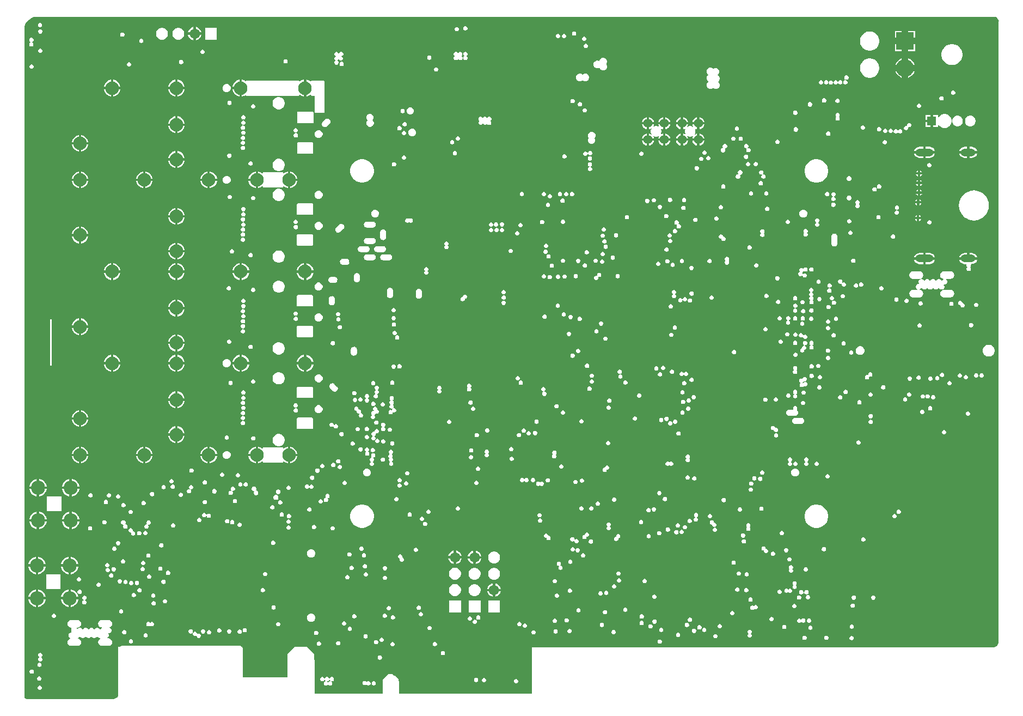
<source format=gbr>
G04*
G04 #@! TF.GenerationSoftware,Altium Limited,Altium Designer,24.2.2 (26)*
G04*
G04 Layer_Physical_Order=2*
G04 Layer_Color=36540*
%FSLAX25Y25*%
%MOIN*%
G70*
G04*
G04 #@! TF.SameCoordinates,80A8E479-4E92-43EF-BFA2-91FD1FC97BD2*
G04*
G04*
G04 #@! TF.FilePolarity,Positive*
G04*
G01*
G75*
%ADD110C,0.02362*%
%ADD177C,0.06299*%
%ADD183R,0.02362X0.02362*%
%ADD186C,0.10827*%
%ADD187R,0.10827X0.10827*%
%ADD189R,0.05472X0.05472*%
%ADD197C,0.01600*%
%ADD228O,0.09055X0.04724*%
%ADD229O,0.11024X0.04724*%
%ADD231C,0.25591*%
%ADD236C,0.25000*%
%ADD237C,0.05500*%
%ADD238C,0.08661*%
%ADD240C,0.01800*%
%ADD241C,0.02000*%
%ADD242C,0.01968*%
%ADD243C,0.08268*%
G36*
X567034Y21338D02*
X567591Y20981D01*
X568068Y20521D01*
X568446Y19977D01*
X568711Y19370D01*
X568844Y18756D01*
X568821Y18640D01*
X568777Y18415D01*
X568777Y18415D01*
X568777Y18415D01*
X568777Y-360471D01*
X568773Y-360843D01*
X568626Y-361579D01*
X568342Y-362266D01*
X567928Y-362885D01*
X567402Y-363411D01*
X566784Y-363824D01*
X566096Y-364109D01*
X565367Y-364254D01*
X564995Y-364254D01*
X564995Y-364254D01*
X564995Y-364254D01*
X284663Y-364286D01*
X284593Y-364300D01*
X282941D01*
Y-392667D01*
X201723D01*
X201723Y-385874D01*
X201715Y-385834D01*
X201721Y-385794D01*
X201691Y-385332D01*
X201659Y-385215D01*
X201651Y-385095D01*
X201412Y-384203D01*
X201341Y-384059D01*
X201290Y-383907D01*
X200828Y-383107D01*
X200722Y-382987D01*
X200634Y-382854D01*
X199980Y-382200D01*
X199847Y-382111D01*
X199727Y-382006D01*
X198926Y-381544D01*
X198775Y-381492D01*
X198631Y-381421D01*
X198537Y-381396D01*
X197741Y-380600D01*
X194941D01*
X191741Y-383800D01*
Y-392667D01*
X149847D01*
Y-372198D01*
X149843Y-372176D01*
X149846Y-372155D01*
X149823Y-371496D01*
X149801Y-371399D01*
Y-371300D01*
X149641Y-370498D01*
Y-368300D01*
X145041Y-363700D01*
X137841D01*
X133341Y-368200D01*
Y-382593D01*
X106185D01*
X105973Y-382381D01*
X105981Y-365010D01*
X105969Y-364950D01*
X105975Y-364890D01*
X105966Y-364792D01*
X105913Y-364620D01*
X105878Y-364444D01*
X105804Y-364264D01*
X105538Y-363866D01*
X105401Y-363729D01*
X105401Y-363729D01*
X105003Y-363463D01*
X105003Y-363463D01*
X104823Y-363389D01*
X104647Y-363354D01*
X104475Y-363301D01*
X104377Y-363292D01*
X104317Y-363298D01*
X104258Y-363286D01*
X31951Y-363286D01*
X31891Y-363298D01*
X31830Y-363292D01*
X31733Y-363301D01*
X31561Y-363354D01*
X31385Y-363389D01*
X31205Y-363463D01*
X31204Y-363463D01*
X30808Y-363729D01*
X30670Y-363867D01*
X30670Y-363867D01*
X30580Y-364000D01*
X29641D01*
Y-394012D01*
X29384Y-394397D01*
X28858Y-394923D01*
X28239Y-395336D01*
X27552Y-395621D01*
X26822Y-395766D01*
X-26209D01*
X-26620Y-395685D01*
X-27007Y-395524D01*
X-27355Y-395292D01*
X-27651Y-394995D01*
X-27759Y-394834D01*
Y14619D01*
X-27525Y15797D01*
X-26895Y17316D01*
X-25982Y18683D01*
X-24819Y19846D01*
X-23451Y20760D01*
X-21932Y21389D01*
X-21839Y21408D01*
X203467Y21408D01*
X566857Y21408D01*
X567034Y21338D01*
D02*
G37*
%LPC*%
G36*
X-17918Y17815D02*
X-18435D01*
X-18913Y17617D01*
X-19279Y17252D01*
X-19477Y16774D01*
Y16256D01*
X-19279Y15779D01*
X-18913Y15413D01*
X-18435Y15215D01*
X-17918D01*
X-17440Y15413D01*
X-17074Y15779D01*
X-16876Y16256D01*
Y16774D01*
X-17074Y17252D01*
X-17440Y17617D01*
X-17918Y17815D01*
D02*
G37*
G36*
X242461Y15726D02*
X241944D01*
X241466Y15528D01*
X241100Y15162D01*
X240902Y14684D01*
Y14167D01*
X241100Y13689D01*
X241466Y13324D01*
X241944Y13126D01*
X242461D01*
X242939Y13324D01*
X243304Y13689D01*
X243502Y14167D01*
Y14684D01*
X243304Y15162D01*
X242939Y15528D01*
X242461Y15726D01*
D02*
G37*
G36*
X237265Y15283D02*
X236748D01*
X236270Y15085D01*
X235904Y14720D01*
X235706Y14242D01*
Y13725D01*
X235904Y13247D01*
X236270Y12881D01*
X236748Y12683D01*
X237265D01*
X237742Y12881D01*
X238108Y13247D01*
X238306Y13725D01*
Y14242D01*
X238108Y14720D01*
X237742Y15085D01*
X237265Y15283D01*
D02*
G37*
G36*
X77250Y15315D02*
Y11970D01*
X80595D01*
X80367Y12822D01*
X79821Y13768D01*
X79048Y14541D01*
X78102Y15087D01*
X77250Y15315D01*
D02*
G37*
G36*
X75750Y15315D02*
X74898Y15087D01*
X73952Y14541D01*
X73180Y13768D01*
X72633Y12822D01*
X72405Y11970D01*
X75750D01*
Y15315D01*
D02*
G37*
G36*
X-17741Y13898D02*
X-18259D01*
X-18736Y13701D01*
X-19102Y13335D01*
X-19300Y12857D01*
Y12340D01*
X-19102Y11862D01*
X-18736Y11496D01*
X-18259Y11298D01*
X-17741D01*
X-17264Y11496D01*
X-16898Y11862D01*
X-16700Y12340D01*
Y12857D01*
X-16898Y13335D01*
X-17264Y13701D01*
X-17741Y13898D01*
D02*
G37*
G36*
X309081Y12575D02*
X308564D01*
X308086Y12377D01*
X307720Y12011D01*
X307522Y11533D01*
Y11016D01*
X307720Y10538D01*
X308086Y10173D01*
X308564Y9975D01*
X309081D01*
X309559Y10173D01*
X309925Y10538D01*
X310122Y11016D01*
Y11533D01*
X309925Y12011D01*
X309559Y12377D01*
X309081Y12575D01*
D02*
G37*
G36*
X32452Y11930D02*
X31934D01*
X31457Y11732D01*
X31091Y11366D01*
X30893Y10888D01*
Y10371D01*
X31091Y9893D01*
X31457Y9527D01*
X31934Y9330D01*
X32452D01*
X32929Y9527D01*
X33295Y9893D01*
X33493Y10371D01*
Y10888D01*
X33295Y11366D01*
X32929Y11732D01*
X32452Y11930D01*
D02*
G37*
G36*
X517671Y12889D02*
X513457D01*
Y8675D01*
X517671D01*
Y12889D01*
D02*
G37*
G36*
X509457D02*
X505244D01*
Y8675D01*
X509457D01*
Y12889D01*
D02*
G37*
G36*
X302906Y11153D02*
X302389D01*
X301911Y10955D01*
X301545Y10589D01*
X301347Y10111D01*
Y9594D01*
X301545Y9116D01*
X301911Y8750D01*
X302389Y8553D01*
X302906D01*
X303384Y8750D01*
X303750Y9116D01*
X303947Y9594D01*
Y10111D01*
X303750Y10589D01*
X303384Y10955D01*
X302906Y11153D01*
D02*
G37*
G36*
X299167D02*
X298650D01*
X298172Y10955D01*
X297806Y10589D01*
X297608Y10111D01*
Y9594D01*
X297806Y9116D01*
X298172Y8750D01*
X298650Y8553D01*
X299167D01*
X299645Y8750D01*
X300011Y9116D01*
X300208Y9594D01*
Y10111D01*
X300011Y10589D01*
X299645Y10955D01*
X299167Y11153D01*
D02*
G37*
G36*
X90150Y14870D02*
X82850D01*
Y7571D01*
X90150D01*
Y14870D01*
D02*
G37*
G36*
X66980D02*
X66019D01*
X65091Y14621D01*
X64259Y14141D01*
X63580Y13461D01*
X63099Y12629D01*
X62850Y11701D01*
Y10740D01*
X63099Y9812D01*
X63580Y8980D01*
X64259Y8300D01*
X65091Y7820D01*
X66019Y7571D01*
X66980D01*
X67909Y7820D01*
X68741Y8300D01*
X69420Y8980D01*
X69901Y9812D01*
X70150Y10740D01*
Y11701D01*
X69901Y12629D01*
X69420Y13461D01*
X68741Y14141D01*
X67909Y14621D01*
X66980Y14870D01*
D02*
G37*
G36*
X56981D02*
X56020D01*
X55091Y14621D01*
X54259Y14141D01*
X53580Y13461D01*
X53099Y12629D01*
X52850Y11701D01*
Y10740D01*
X53099Y9812D01*
X53580Y8980D01*
X54259Y8300D01*
X55091Y7820D01*
X56020Y7571D01*
X56981D01*
X57909Y7820D01*
X58741Y8300D01*
X59420Y8980D01*
X59901Y9812D01*
X60150Y10740D01*
Y11701D01*
X59901Y12629D01*
X59420Y13461D01*
X58741Y14141D01*
X57909Y14621D01*
X56981Y14870D01*
D02*
G37*
G36*
X75750Y10470D02*
X72405D01*
X72633Y9619D01*
X73180Y8672D01*
X73952Y7900D01*
X74898Y7354D01*
X75750Y7125D01*
Y10470D01*
D02*
G37*
G36*
X80595D02*
X77250D01*
Y7125D01*
X78102Y7354D01*
X79048Y7900D01*
X79821Y8672D01*
X80367Y9619D01*
X80595Y10470D01*
D02*
G37*
G36*
X315290Y9407D02*
X314773D01*
X314295Y9209D01*
X313929Y8843D01*
X313731Y8365D01*
Y7848D01*
X313929Y7370D01*
X314295Y7005D01*
X314773Y6807D01*
X315290D01*
X315768Y7005D01*
X316133Y7370D01*
X316331Y7848D01*
Y8365D01*
X316133Y8843D01*
X315768Y9209D01*
X315290Y9407D01*
D02*
G37*
G36*
X44081Y8053D02*
X43564D01*
X43086Y7855D01*
X42720Y7490D01*
X42523Y7012D01*
Y6495D01*
X42720Y6017D01*
X43086Y5651D01*
X43564Y5453D01*
X44081D01*
X44559Y5651D01*
X44925Y6017D01*
X45123Y6495D01*
Y7012D01*
X44925Y7490D01*
X44559Y7855D01*
X44081Y8053D01*
D02*
G37*
G36*
X-23184Y8722D02*
X-23702D01*
X-24179Y8524D01*
X-24545Y8158D01*
X-24743Y7680D01*
Y7163D01*
X-24545Y6685D01*
X-24179Y6320D01*
X-23923Y6213D01*
Y5889D01*
X-24269Y5745D01*
X-24634Y5380D01*
X-24832Y4902D01*
Y4385D01*
X-24634Y3907D01*
X-24269Y3541D01*
X-23791Y3343D01*
X-23274D01*
X-22796Y3541D01*
X-22430Y3907D01*
X-22232Y4385D01*
Y4902D01*
X-22430Y5380D01*
X-22796Y5745D01*
X-23053Y5852D01*
Y6176D01*
X-22707Y6320D01*
X-22341Y6685D01*
X-22143Y7163D01*
Y7680D01*
X-22341Y8158D01*
X-22707Y8524D01*
X-23184Y8722D01*
D02*
G37*
G36*
X316277Y4998D02*
X315760D01*
X315282Y4800D01*
X314917Y4434D01*
X314719Y3956D01*
Y3439D01*
X314917Y2961D01*
X315282Y2596D01*
X315760Y2398D01*
X316277D01*
X316755Y2596D01*
X317121Y2961D01*
X317319Y3439D01*
Y3956D01*
X317121Y4434D01*
X316755Y4800D01*
X316277Y4998D01*
D02*
G37*
G36*
X490340Y12589D02*
X489175D01*
X488033Y12361D01*
X486957Y11916D01*
X485988Y11268D01*
X485164Y10445D01*
X484517Y9476D01*
X484071Y8400D01*
X483844Y7258D01*
Y6093D01*
X484071Y4950D01*
X484517Y3874D01*
X485164Y2906D01*
X485988Y2082D01*
X486957Y1435D01*
X488033Y989D01*
X489175Y762D01*
X490340D01*
X491482Y989D01*
X492558Y1435D01*
X493527Y2082D01*
X494351Y2906D01*
X494998Y3874D01*
X495444Y4950D01*
X495671Y6093D01*
Y7258D01*
X495444Y8400D01*
X494998Y9476D01*
X494351Y10445D01*
X493527Y11268D01*
X492558Y11916D01*
X491482Y12361D01*
X490340Y12589D01*
D02*
G37*
G36*
X517671Y4675D02*
X513457D01*
Y462D01*
X517671D01*
Y4675D01*
D02*
G37*
G36*
X509457D02*
X505244D01*
Y462D01*
X509457D01*
Y4675D01*
D02*
G37*
G36*
X-17741Y2009D02*
X-18259D01*
X-18736Y1811D01*
X-19102Y1445D01*
X-19300Y967D01*
Y450D01*
X-19102Y-28D01*
X-18736Y-393D01*
X-18259Y-591D01*
X-17741D01*
X-17264Y-393D01*
X-16898Y-28D01*
X-16700Y450D01*
Y967D01*
X-16898Y1445D01*
X-17264Y1811D01*
X-17741Y2009D01*
D02*
G37*
G36*
X166460Y161D02*
X165943D01*
X165465Y-37D01*
X165099Y-403D01*
X164901Y-881D01*
X164624D01*
X164426Y-403D01*
X164060Y-37D01*
X163582Y161D01*
X163065D01*
X162587Y-37D01*
X162222Y-403D01*
X162024Y-881D01*
Y-1398D01*
X162222Y-1876D01*
X162587Y-2241D01*
X162937Y-2386D01*
Y-2711D01*
X162587Y-2856D01*
X162222Y-3222D01*
X162024Y-3700D01*
Y-4217D01*
X162222Y-4695D01*
X162535Y-5008D01*
X162566Y-5186D01*
X162535Y-5363D01*
X162222Y-5677D01*
X162024Y-6155D01*
Y-6672D01*
X162222Y-7150D01*
X162587Y-7515D01*
X163065Y-7713D01*
X163582D01*
X164060Y-7515D01*
X164426Y-7150D01*
X164624Y-6672D01*
Y-6155D01*
X164426Y-5677D01*
X164112Y-5363D01*
X164082Y-5186D01*
X164112Y-5008D01*
X164426Y-4695D01*
X164467Y-4596D01*
X164791D01*
X164832Y-4695D01*
X165198Y-5060D01*
X165676Y-5258D01*
X166193D01*
X166671Y-5060D01*
X167037Y-4695D01*
X167235Y-4217D01*
Y-3700D01*
X167037Y-3222D01*
X166671Y-2856D01*
X166389Y-2739D01*
X166449Y-2439D01*
X166460D01*
X166938Y-2241D01*
X167303Y-1876D01*
X167501Y-1398D01*
Y-881D01*
X167303Y-403D01*
X166938Y-37D01*
X166460Y161D01*
D02*
G37*
G36*
X81640Y1414D02*
X81123D01*
X80646Y1216D01*
X80280Y851D01*
X80082Y373D01*
Y-144D01*
X80280Y-622D01*
X80646Y-988D01*
X81123Y-1186D01*
X81640D01*
X82118Y-988D01*
X82484Y-622D01*
X82682Y-144D01*
Y373D01*
X82484Y851D01*
X82118Y1216D01*
X81640Y1414D01*
D02*
G37*
G36*
X220426Y-2142D02*
X219908D01*
X219430Y-2340D01*
X219065Y-2706D01*
X218867Y-3184D01*
Y-3701D01*
X219065Y-4179D01*
X219430Y-4544D01*
X219908Y-4742D01*
X220426D01*
X220903Y-4544D01*
X221269Y-4179D01*
X221467Y-3701D01*
Y-3184D01*
X221269Y-2706D01*
X220903Y-2340D01*
X220426Y-2142D01*
D02*
G37*
G36*
X242486Y161D02*
X241968D01*
X241491Y-37D01*
X241125Y-403D01*
X240927Y-881D01*
Y-1398D01*
X241125Y-1876D01*
X241491Y-2241D01*
X241551Y-2267D01*
Y-2567D01*
X241491Y-2592D01*
X241125Y-2957D01*
X240927Y-3435D01*
Y-3952D01*
X241125Y-4430D01*
X241491Y-4796D01*
X241968Y-4994D01*
X242486D01*
X242964Y-4796D01*
X243329Y-4430D01*
X243527Y-3952D01*
Y-3435D01*
X243329Y-2957D01*
X242964Y-2592D01*
X242903Y-2567D01*
Y-2267D01*
X242964Y-2241D01*
X243329Y-1876D01*
X243527Y-1398D01*
Y-881D01*
X243329Y-403D01*
X242964Y-37D01*
X242486Y161D01*
D02*
G37*
G36*
X236695D02*
X236178D01*
X235700Y-37D01*
X235334Y-403D01*
X235137Y-881D01*
Y-1398D01*
X235334Y-1876D01*
X235700Y-2241D01*
X235761Y-2267D01*
Y-2567D01*
X235700Y-2592D01*
X235334Y-2957D01*
X235137Y-3435D01*
Y-3952D01*
X235334Y-4430D01*
X235700Y-4796D01*
X236178Y-4994D01*
X236695D01*
X237173Y-4796D01*
X237539Y-4430D01*
X237697Y-4048D01*
X238014D01*
X238172Y-4430D01*
X238538Y-4796D01*
X239016Y-4994D01*
X239533D01*
X240010Y-4796D01*
X240376Y-4430D01*
X240574Y-3952D01*
Y-3435D01*
X240376Y-2957D01*
X240010Y-2592D01*
X239955Y-2244D01*
X240186Y-2013D01*
X240384Y-1535D01*
Y-1018D01*
X240186Y-540D01*
X239821Y-175D01*
X239343Y23D01*
X238825D01*
X238348Y-175D01*
X237982Y-540D01*
X237951Y-615D01*
X237626D01*
X237539Y-403D01*
X237173Y-37D01*
X236695Y161D01*
D02*
G37*
G36*
X327027Y-3550D02*
X326112D01*
X325267Y-3900D01*
X324620Y-4547D01*
X324270Y-5392D01*
Y-5409D01*
X324020Y-5576D01*
X323481Y-5352D01*
X322566D01*
X321721Y-5703D01*
X321074Y-6350D01*
X320724Y-7195D01*
Y-8110D01*
X321074Y-8955D01*
X321721Y-9602D01*
X322566Y-9952D01*
X323481D01*
X324327Y-9602D01*
X324345Y-9606D01*
X324620Y-10268D01*
X325267Y-10915D01*
X326112Y-11265D01*
X327027D01*
X327872Y-10915D01*
X328519Y-10268D01*
X328870Y-9422D01*
Y-8507D01*
X328519Y-7662D01*
X328265Y-7407D01*
X328519Y-7153D01*
X328870Y-6307D01*
Y-5392D01*
X328519Y-4547D01*
X327872Y-3900D01*
X327027Y-3550D01*
D02*
G37*
G36*
X132442Y-4377D02*
X131925D01*
X131447Y-4575D01*
X131082Y-4941D01*
X130884Y-5418D01*
Y-5935D01*
X131082Y-6413D01*
X131447Y-6779D01*
X131925Y-6977D01*
X132442D01*
X132920Y-6779D01*
X133286Y-6413D01*
X133484Y-5935D01*
Y-5418D01*
X133286Y-4941D01*
X132920Y-4575D01*
X132442Y-4377D01*
D02*
G37*
G36*
X68474Y-4825D02*
X67957D01*
X67479Y-5023D01*
X67113Y-5389D01*
X66915Y-5866D01*
Y-6383D01*
X67113Y-6861D01*
X67479Y-7227D01*
X67957Y-7425D01*
X68474D01*
X68952Y-7227D01*
X69317Y-6861D01*
X69515Y-6383D01*
Y-5866D01*
X69317Y-5389D01*
X68952Y-5023D01*
X68474Y-4825D01*
D02*
G37*
G36*
X513457Y-3928D02*
Y-7825D01*
X517354D01*
X516964Y-6882D01*
X516284Y-5864D01*
X515418Y-4999D01*
X514401Y-4319D01*
X513457Y-3928D01*
D02*
G37*
G36*
X509457Y-3928D02*
X508514Y-4319D01*
X507497Y-4999D01*
X506631Y-5864D01*
X505951Y-6882D01*
X505561Y-7825D01*
X509457D01*
Y-3928D01*
D02*
G37*
G36*
X540788Y4825D02*
X539527D01*
X538291Y4579D01*
X537126Y4097D01*
X536078Y3396D01*
X535186Y2505D01*
X534486Y1457D01*
X534003Y292D01*
X533757Y-944D01*
Y-2205D01*
X534003Y-3442D01*
X534486Y-4606D01*
X535186Y-5655D01*
X536078Y-6546D01*
X537126Y-7246D01*
X538291Y-7729D01*
X539527Y-7975D01*
X540788D01*
X542024Y-7729D01*
X543189Y-7246D01*
X544237Y-6546D01*
X545129Y-5655D01*
X545829Y-4606D01*
X546312Y-3442D01*
X546558Y-2205D01*
Y-944D01*
X546312Y292D01*
X545829Y1457D01*
X545129Y2505D01*
X544237Y3396D01*
X543189Y4097D01*
X542024Y4579D01*
X540788Y4825D01*
D02*
G37*
G36*
X166732Y-6013D02*
X166215D01*
X165737Y-6211D01*
X165371Y-6577D01*
X165173Y-7055D01*
Y-7572D01*
X165371Y-8050D01*
X165737Y-8415D01*
X166215Y-8613D01*
X166732D01*
X167210Y-8415D01*
X167575Y-8050D01*
X167773Y-7572D01*
Y-7055D01*
X167575Y-6577D01*
X167210Y-6211D01*
X166732Y-6013D01*
D02*
G37*
G36*
X36595Y-6190D02*
X36078D01*
X35600Y-6388D01*
X35234Y-6753D01*
X35036Y-7231D01*
Y-7749D01*
X35234Y-8226D01*
X35600Y-8592D01*
X36078Y-8790D01*
X36595D01*
X37073Y-8592D01*
X37438Y-8226D01*
X37636Y-7749D01*
Y-7231D01*
X37438Y-6753D01*
X37073Y-6388D01*
X36595Y-6190D01*
D02*
G37*
G36*
X-23143Y-7509D02*
X-23660D01*
X-24138Y-7706D01*
X-24504Y-8072D01*
X-24702Y-8550D01*
Y-9067D01*
X-24504Y-9545D01*
X-24138Y-9911D01*
X-23660Y-10109D01*
X-23143D01*
X-22665Y-9911D01*
X-22299Y-9545D01*
X-22102Y-9067D01*
Y-8550D01*
X-22299Y-8072D01*
X-22665Y-7706D01*
X-23143Y-7509D01*
D02*
G37*
G36*
X224595Y-9409D02*
X224078D01*
X223600Y-9607D01*
X223234Y-9973D01*
X223036Y-10451D01*
Y-10968D01*
X223234Y-11445D01*
X223600Y-11811D01*
X224078Y-12009D01*
X224595D01*
X225073Y-11811D01*
X225438Y-11445D01*
X225636Y-10968D01*
Y-10451D01*
X225438Y-9973D01*
X225073Y-9607D01*
X224595Y-9409D01*
D02*
G37*
G36*
X316205Y-13215D02*
X315290D01*
X314444Y-13565D01*
X314081Y-13929D01*
X313718Y-13565D01*
X312872Y-13215D01*
X311957D01*
X311112Y-13565D01*
X310465Y-14212D01*
X310115Y-15058D01*
Y-15973D01*
X310465Y-16818D01*
X311112Y-17465D01*
X311957Y-17815D01*
X312872D01*
X313718Y-17465D01*
X314081Y-17102D01*
X314444Y-17465D01*
X315290Y-17815D01*
X316205D01*
X317050Y-17465D01*
X317697Y-16818D01*
X318047Y-15973D01*
Y-15058D01*
X317697Y-14212D01*
X317050Y-13565D01*
X316205Y-13215D01*
D02*
G37*
G36*
X517354Y-11825D02*
X513457D01*
Y-15722D01*
X514401Y-15331D01*
X515418Y-14651D01*
X516284Y-13786D01*
X516964Y-12768D01*
X517354Y-11825D01*
D02*
G37*
G36*
X509457D02*
X505561D01*
X505951Y-12768D01*
X506631Y-13786D01*
X507497Y-14651D01*
X508514Y-15331D01*
X509457Y-15722D01*
Y-11825D01*
D02*
G37*
G36*
X490340Y-3911D02*
X489175D01*
X488033Y-4139D01*
X486957Y-4584D01*
X485988Y-5232D01*
X485164Y-6055D01*
X484517Y-7024D01*
X484071Y-8100D01*
X483844Y-9242D01*
Y-10407D01*
X484071Y-11550D01*
X484517Y-12626D01*
X485164Y-13594D01*
X485988Y-14418D01*
X486957Y-15065D01*
X488033Y-15511D01*
X489175Y-15738D01*
X490340D01*
X491482Y-15511D01*
X492558Y-15065D01*
X493527Y-14418D01*
X494351Y-13594D01*
X494998Y-12626D01*
X495444Y-11550D01*
X495671Y-10407D01*
Y-9242D01*
X495444Y-8100D01*
X494998Y-7024D01*
X494351Y-6055D01*
X493527Y-5232D01*
X492558Y-4584D01*
X491482Y-4139D01*
X490340Y-3911D01*
D02*
G37*
G36*
X475789Y-14332D02*
X475272D01*
X474794Y-14530D01*
X474428Y-14896D01*
X474230Y-15373D01*
Y-15890D01*
X474428Y-16368D01*
X474794Y-16734D01*
X475272Y-16932D01*
X475789D01*
X476267Y-16734D01*
X476632Y-16368D01*
X476830Y-15890D01*
Y-15373D01*
X476632Y-14896D01*
X476267Y-14530D01*
X475789Y-14332D01*
D02*
G37*
G36*
X143360Y-16997D02*
X142129Y-17327D01*
X140958Y-18003D01*
X140795Y-18166D01*
X140518Y-18051D01*
Y-17977D01*
X140359Y-17594D01*
X139976Y-17436D01*
X108283D01*
X107901Y-17594D01*
X107850Y-17717D01*
X107566Y-17814D01*
X106722Y-17327D01*
X105490Y-16997D01*
Y-22111D01*
Y-27225D01*
X106722Y-26895D01*
X107566Y-26408D01*
X107850Y-26504D01*
X107901Y-26627D01*
X108283Y-26786D01*
X139976D01*
X140359Y-26627D01*
X140518Y-26245D01*
Y-26170D01*
X140795Y-26056D01*
X140958Y-26219D01*
X142129Y-26895D01*
X143360Y-27225D01*
Y-22111D01*
Y-16997D01*
D02*
G37*
G36*
X472103Y-17198D02*
X471586D01*
X471108Y-17396D01*
X470742Y-17762D01*
X470571Y-18176D01*
X470267D01*
X470096Y-17762D01*
X469730Y-17396D01*
X469252Y-17198D01*
X468735D01*
X468257Y-17396D01*
X467892Y-17762D01*
X467694Y-18239D01*
Y-18757D01*
X467892Y-19234D01*
X468257Y-19600D01*
X468735Y-19798D01*
X469252D01*
X469730Y-19600D01*
X470096Y-19234D01*
X470267Y-18820D01*
X470571D01*
X470742Y-19234D01*
X471108Y-19600D01*
X471586Y-19798D01*
X472103D01*
X472581Y-19600D01*
X472947Y-19234D01*
X473144Y-18757D01*
Y-18239D01*
X472947Y-17762D01*
X472581Y-17396D01*
X472103Y-17198D01*
D02*
G37*
G36*
X475127D02*
X474610D01*
X474132Y-17396D01*
X473766Y-17762D01*
X473568Y-18239D01*
Y-18757D01*
X473766Y-19234D01*
X474132Y-19600D01*
X474610Y-19798D01*
X475127D01*
X475605Y-19600D01*
X475970Y-19234D01*
X476168Y-18757D01*
Y-18239D01*
X475970Y-17762D01*
X475605Y-17396D01*
X475127Y-17198D01*
D02*
G37*
G36*
X463397D02*
X462880D01*
X462402Y-17396D01*
X462036Y-17762D01*
X461838Y-18239D01*
Y-18757D01*
X462036Y-19234D01*
X462402Y-19600D01*
X462880Y-19798D01*
X463397D01*
X463875Y-19600D01*
X464240Y-19234D01*
X464438Y-18757D01*
Y-18239D01*
X464240Y-17762D01*
X463875Y-17396D01*
X463397Y-17198D01*
D02*
G37*
G36*
X460223D02*
X459706D01*
X459228Y-17396D01*
X458862Y-17762D01*
X458664Y-18239D01*
Y-18757D01*
X458862Y-19234D01*
X459228Y-19600D01*
X459706Y-19798D01*
X460223D01*
X460701Y-19600D01*
X461066Y-19234D01*
X461264Y-18757D01*
Y-18239D01*
X461066Y-17762D01*
X460701Y-17396D01*
X460223Y-17198D01*
D02*
G37*
G36*
X466300Y-17418D02*
X465783D01*
X465305Y-17616D01*
X464940Y-17982D01*
X464742Y-18460D01*
Y-18977D01*
X464940Y-19455D01*
X465305Y-19821D01*
X465783Y-20019D01*
X466300D01*
X466778Y-19821D01*
X467144Y-19455D01*
X467342Y-18977D01*
Y-18460D01*
X467144Y-17982D01*
X466778Y-17616D01*
X466300Y-17418D01*
D02*
G37*
G36*
X66120Y-16997D02*
Y-21361D01*
X70484D01*
X70154Y-20129D01*
X69478Y-18958D01*
X68522Y-18003D01*
X67352Y-17327D01*
X66120Y-16997D01*
D02*
G37*
G36*
X26750D02*
Y-21361D01*
X31114D01*
X30784Y-20129D01*
X30108Y-18958D01*
X29152Y-18003D01*
X27982Y-17327D01*
X26750Y-16997D01*
D02*
G37*
G36*
X25250Y-16997D02*
X24018Y-17327D01*
X22848Y-18003D01*
X21892Y-18958D01*
X21216Y-20129D01*
X20886Y-21361D01*
X25250D01*
Y-16997D01*
D02*
G37*
G36*
X64620D02*
X63389Y-17327D01*
X62218Y-18003D01*
X61262Y-18958D01*
X60586Y-20129D01*
X60256Y-21361D01*
X64620D01*
Y-16997D01*
D02*
G37*
G36*
X103990D02*
X102759Y-17327D01*
X101588Y-18003D01*
X100632Y-18958D01*
X99956Y-20129D01*
X99626Y-21361D01*
X103990D01*
Y-16997D01*
D02*
G37*
G36*
X392682Y-9641D02*
X391767D01*
X390922Y-9991D01*
X390275Y-10638D01*
X389924Y-11484D01*
Y-12398D01*
X390275Y-13244D01*
X390901Y-13870D01*
X390275Y-14496D01*
X389924Y-15342D01*
Y-16257D01*
X390275Y-17102D01*
X390922Y-17749D01*
X391080Y-17815D01*
Y-18115D01*
X390922Y-18180D01*
X390275Y-18827D01*
X389924Y-19673D01*
Y-20588D01*
X390275Y-21433D01*
X390922Y-22080D01*
X391767Y-22430D01*
X392682D01*
X393527Y-22080D01*
X393797Y-21810D01*
X394268Y-22281D01*
X395113Y-22631D01*
X396028D01*
X396874Y-22281D01*
X397521Y-21634D01*
X397871Y-20788D01*
Y-19873D01*
X397521Y-19028D01*
X396953Y-18460D01*
X396903Y-18274D01*
X396953Y-18089D01*
X397521Y-17521D01*
X397871Y-16676D01*
Y-15761D01*
X397521Y-14915D01*
X396874Y-14268D01*
X396858Y-14262D01*
X396800Y-13913D01*
X397324Y-13390D01*
X397674Y-12544D01*
Y-11629D01*
X397324Y-10784D01*
X396677Y-10137D01*
X395831Y-9787D01*
X394917D01*
X394071Y-10137D01*
X393872Y-10336D01*
X393527Y-9991D01*
X392682Y-9641D01*
D02*
G37*
G36*
X96570Y-19642D02*
X95588D01*
X94680Y-20018D01*
X93986Y-20712D01*
X93610Y-21620D01*
Y-22602D01*
X93986Y-23509D01*
X94680Y-24203D01*
X95588Y-24579D01*
X96570D01*
X97477Y-24203D01*
X98171Y-23509D01*
X98547Y-22602D01*
Y-21620D01*
X98171Y-20712D01*
X97477Y-20018D01*
X96570Y-19642D01*
D02*
G37*
G36*
X541131Y-23614D02*
X540614D01*
X540136Y-23812D01*
X539770Y-24178D01*
X539572Y-24655D01*
Y-25173D01*
X539770Y-25650D01*
X540136Y-26016D01*
X540614Y-26214D01*
X541131D01*
X541609Y-26016D01*
X541974Y-25650D01*
X542172Y-25173D01*
Y-24655D01*
X541974Y-24178D01*
X541609Y-23812D01*
X541131Y-23614D01*
D02*
G37*
G36*
X70484Y-22861D02*
X66120D01*
Y-27225D01*
X67352Y-26895D01*
X68522Y-26219D01*
X69478Y-25263D01*
X70154Y-24092D01*
X70484Y-22861D01*
D02*
G37*
G36*
X31114D02*
X26750D01*
Y-27225D01*
X27982Y-26895D01*
X29152Y-26219D01*
X30108Y-25263D01*
X30784Y-24092D01*
X31114Y-22861D01*
D02*
G37*
G36*
X103990D02*
X99626D01*
X99956Y-24092D01*
X100632Y-25263D01*
X101588Y-26219D01*
X102759Y-26895D01*
X103990Y-27225D01*
Y-22861D01*
D02*
G37*
G36*
X64620D02*
X60256D01*
X60586Y-24092D01*
X61262Y-25263D01*
X62218Y-26219D01*
X63389Y-26895D01*
X64620Y-27225D01*
Y-22861D01*
D02*
G37*
G36*
X25250D02*
X20886D01*
X21216Y-24092D01*
X21892Y-25263D01*
X22848Y-26219D01*
X24018Y-26895D01*
X25250Y-27225D01*
Y-22861D01*
D02*
G37*
G36*
X534046Y-27090D02*
X533529D01*
X533051Y-27288D01*
X532686Y-27654D01*
X532488Y-28131D01*
Y-28649D01*
X532686Y-29127D01*
X533051Y-29492D01*
X533529Y-29690D01*
X534046D01*
X534524Y-29492D01*
X534890Y-29127D01*
X535088Y-28649D01*
Y-28131D01*
X534890Y-27654D01*
X534524Y-27288D01*
X534046Y-27090D01*
D02*
G37*
G36*
X462119Y-28330D02*
X461602D01*
X461124Y-28527D01*
X460759Y-28893D01*
X460561Y-29371D01*
Y-29888D01*
X460759Y-30366D01*
X461124Y-30732D01*
X461602Y-30929D01*
X462119D01*
X462597Y-30732D01*
X462963Y-30366D01*
X463161Y-29888D01*
Y-29371D01*
X462963Y-28893D01*
X462597Y-28527D01*
X462119Y-28330D01*
D02*
G37*
G36*
X470354Y-28589D02*
X469837D01*
X469359Y-28787D01*
X468993Y-29153D01*
X468795Y-29631D01*
Y-30148D01*
X468993Y-30626D01*
X469359Y-30991D01*
X469837Y-31189D01*
X470354D01*
X470832Y-30991D01*
X471198Y-30626D01*
X471395Y-30148D01*
Y-29631D01*
X471198Y-29153D01*
X470832Y-28787D01*
X470354Y-28589D01*
D02*
G37*
G36*
X308127Y-28747D02*
X307610D01*
X307132Y-28945D01*
X306766Y-29310D01*
X306568Y-29788D01*
Y-30305D01*
X306766Y-30783D01*
X307132Y-31149D01*
X307610Y-31347D01*
X308127D01*
X308605Y-31149D01*
X308970Y-30783D01*
X309168Y-30305D01*
Y-29788D01*
X308970Y-29310D01*
X308605Y-28945D01*
X308127Y-28747D01*
D02*
G37*
G36*
X98072Y-29802D02*
X97555D01*
X97077Y-30000D01*
X96711Y-30366D01*
X96514Y-30844D01*
Y-31361D01*
X96711Y-31839D01*
X97077Y-32204D01*
X97555Y-32402D01*
X98072D01*
X98550Y-32204D01*
X98916Y-31839D01*
X99114Y-31361D01*
Y-30844D01*
X98916Y-30366D01*
X98550Y-30000D01*
X98072Y-29802D01*
D02*
G37*
G36*
X312673Y-30664D02*
X312156D01*
X311679Y-30862D01*
X311313Y-31228D01*
X311115Y-31705D01*
Y-32223D01*
X311313Y-32700D01*
X311679Y-33066D01*
X312156Y-33264D01*
X312673D01*
X313151Y-33066D01*
X313517Y-32700D01*
X313715Y-32223D01*
Y-31705D01*
X313517Y-31228D01*
X313151Y-30862D01*
X312673Y-30664D01*
D02*
G37*
G36*
X453556Y-30643D02*
X452999D01*
X452484Y-30856D01*
X452090Y-31250D01*
X451877Y-31764D01*
Y-32321D01*
X452090Y-32836D01*
X452484Y-33230D01*
X452999Y-33443D01*
X453556D01*
X454070Y-33230D01*
X454464Y-32836D01*
X454677Y-32321D01*
Y-31764D01*
X454464Y-31250D01*
X454070Y-30856D01*
X453556Y-30643D01*
D02*
G37*
G36*
X520233Y-31566D02*
X519716D01*
X519238Y-31764D01*
X518872Y-32129D01*
X518674Y-32607D01*
Y-33124D01*
X518872Y-33602D01*
X519238Y-33968D01*
X519716Y-34166D01*
X520233D01*
X520711Y-33968D01*
X521076Y-33602D01*
X521274Y-33124D01*
Y-32607D01*
X521076Y-32129D01*
X520711Y-31764D01*
X520233Y-31566D01*
D02*
G37*
G36*
X112557Y-31952D02*
X112040D01*
X111562Y-32150D01*
X111196Y-32516D01*
X110999Y-32994D01*
Y-33511D01*
X111196Y-33989D01*
X111562Y-34354D01*
X112040Y-34552D01*
X112557D01*
X113035Y-34354D01*
X113401Y-33989D01*
X113599Y-33511D01*
Y-32994D01*
X113401Y-32516D01*
X113035Y-32150D01*
X112557Y-31952D01*
D02*
G37*
G36*
X128462Y-27536D02*
X127475D01*
X126522Y-27791D01*
X125667Y-28285D01*
X124969Y-28983D01*
X124476Y-29837D01*
X124221Y-30790D01*
Y-31777D01*
X124476Y-32731D01*
X124969Y-33585D01*
X125667Y-34283D01*
X126522Y-34776D01*
X127475Y-35032D01*
X128462D01*
X129415Y-34776D01*
X130270Y-34283D01*
X130968Y-33585D01*
X131461Y-32731D01*
X131717Y-31777D01*
Y-30790D01*
X131461Y-29837D01*
X130968Y-28983D01*
X130270Y-28285D01*
X129415Y-27791D01*
X128462Y-27536D01*
D02*
G37*
G36*
X315530Y-34425D02*
X315013D01*
X314535Y-34623D01*
X314169Y-34988D01*
X313971Y-35466D01*
Y-35983D01*
X314169Y-36461D01*
X314535Y-36827D01*
X315013Y-37025D01*
X315530D01*
X316008Y-36827D01*
X316373Y-36461D01*
X316571Y-35983D01*
Y-35466D01*
X316373Y-34988D01*
X316008Y-34623D01*
X315530Y-34425D01*
D02*
G37*
G36*
X144860Y-16997D02*
Y-22111D01*
Y-27225D01*
X146092Y-26895D01*
X147263Y-26219D01*
X147426Y-26056D01*
X147703Y-26170D01*
Y-26245D01*
X147861Y-26627D01*
X148244Y-26786D01*
X150065D01*
Y-30417D01*
X149909Y-30793D01*
Y-31775D01*
X150065Y-32151D01*
Y-36796D01*
X150224Y-37178D01*
X150606Y-37337D01*
X155331D01*
X155713Y-37178D01*
X155872Y-36796D01*
Y-17977D01*
X155713Y-17594D01*
X155331Y-17436D01*
X148244D01*
X147861Y-17594D01*
X147703Y-17977D01*
Y-18051D01*
X147426Y-18166D01*
X147263Y-18003D01*
X146092Y-17327D01*
X144860Y-16997D01*
D02*
G37*
G36*
X204103Y-34797D02*
X203586D01*
X203108Y-34995D01*
X202742Y-35361D01*
X202544Y-35838D01*
Y-36356D01*
X202742Y-36834D01*
X203108Y-37199D01*
X203586Y-37397D01*
X204103D01*
X204580Y-37199D01*
X204946Y-36834D01*
X205144Y-36356D01*
Y-35838D01*
X204946Y-35361D01*
X204580Y-34995D01*
X204103Y-34797D01*
D02*
G37*
G36*
X208931Y-33708D02*
X208016D01*
X207171Y-34058D01*
X206524Y-34705D01*
X206174Y-35551D01*
Y-36466D01*
X206524Y-37311D01*
X207171Y-37958D01*
X208016Y-38308D01*
X208931D01*
X209776Y-37958D01*
X210423Y-37311D01*
X210774Y-36466D01*
Y-35551D01*
X210423Y-34705D01*
X209776Y-34058D01*
X208931Y-33708D01*
D02*
G37*
G36*
X444550Y-35761D02*
X443993D01*
X443479Y-35974D01*
X443085Y-36368D01*
X442872Y-36882D01*
Y-37440D01*
X443085Y-37954D01*
X443479Y-38348D01*
X443993Y-38561D01*
X444550D01*
X445065Y-38348D01*
X445459Y-37954D01*
X445672Y-37440D01*
Y-36882D01*
X445459Y-36368D01*
X445065Y-35974D01*
X444550Y-35761D01*
D02*
G37*
G36*
X536215Y-38005D02*
X535100D01*
X534022Y-38294D01*
X533056Y-38851D01*
X532268Y-39640D01*
X531820Y-40416D01*
X531520Y-40336D01*
Y-38505D01*
X528534D01*
Y-42241D01*
Y-45977D01*
X531520D01*
Y-44147D01*
X531820Y-44066D01*
X532268Y-44842D01*
X533056Y-45631D01*
X534022Y-46189D01*
X535100Y-46477D01*
X536215D01*
X537293Y-46189D01*
X538259Y-45631D01*
X539047Y-44842D01*
X539605Y-43876D01*
X539894Y-42799D01*
Y-41684D01*
X539605Y-40606D01*
X539047Y-39640D01*
X538259Y-38851D01*
X537293Y-38294D01*
X536215Y-38005D01*
D02*
G37*
G36*
X106528Y-38691D02*
X106011D01*
X105533Y-38889D01*
X105167Y-39255D01*
X104969Y-39733D01*
Y-40250D01*
X105167Y-40728D01*
X105533Y-41094D01*
X106011Y-41291D01*
X106528D01*
X107006Y-41094D01*
X107371Y-40728D01*
X107569Y-40250D01*
Y-39733D01*
X107371Y-39255D01*
X107006Y-38889D01*
X106528Y-38691D01*
D02*
G37*
G36*
X527034Y-38505D02*
X524047D01*
Y-41491D01*
X527034D01*
Y-38505D01*
D02*
G37*
G36*
X470394Y-37322D02*
X469876D01*
X469399Y-37520D01*
X469033Y-37886D01*
X468835Y-38364D01*
Y-38881D01*
X469033Y-39359D01*
X469347Y-39672D01*
X469033Y-39986D01*
X468835Y-40464D01*
Y-40981D01*
X469033Y-41459D01*
X469399Y-41824D01*
X469876Y-42022D01*
X470394D01*
X470871Y-41824D01*
X471237Y-41459D01*
X471435Y-40981D01*
Y-40464D01*
X471237Y-39986D01*
X470924Y-39672D01*
X471237Y-39359D01*
X471435Y-38881D01*
Y-38364D01*
X471237Y-37886D01*
X470871Y-37520D01*
X470394Y-37322D01*
D02*
G37*
G36*
X364773Y-39901D02*
Y-42832D01*
X367704D01*
X367517Y-42135D01*
X367023Y-41280D01*
X366325Y-40581D01*
X365470Y-40088D01*
X364773Y-39901D01*
D02*
G37*
G36*
X363273D02*
X362575Y-40088D01*
X361720Y-40581D01*
X361022Y-41280D01*
X360528Y-42135D01*
X360341Y-42832D01*
X363273D01*
Y-39901D01*
D02*
G37*
G36*
X354772D02*
Y-42832D01*
X357704D01*
X357517Y-42135D01*
X357023Y-41280D01*
X356325Y-40581D01*
X355470Y-40088D01*
X354772Y-39901D01*
D02*
G37*
G36*
X353273D02*
X352575Y-40088D01*
X351720Y-40581D01*
X351022Y-41280D01*
X350528Y-42135D01*
X350341Y-42832D01*
X353273D01*
Y-39901D01*
D02*
G37*
G36*
X385648Y-39910D02*
Y-42841D01*
X388580D01*
X388393Y-42144D01*
X387899Y-41289D01*
X387201Y-40590D01*
X386346Y-40097D01*
X385648Y-39910D01*
D02*
G37*
G36*
X384148D02*
X383451Y-40097D01*
X382596Y-40590D01*
X381898Y-41289D01*
X381404Y-42144D01*
X381217Y-42841D01*
X384148D01*
Y-39910D01*
D02*
G37*
G36*
X375648D02*
Y-42841D01*
X378580D01*
X378393Y-42144D01*
X377899Y-41289D01*
X377201Y-40590D01*
X376346Y-40097D01*
X375648Y-39910D01*
D02*
G37*
G36*
X374148D02*
X373451Y-40097D01*
X372596Y-40590D01*
X371898Y-41289D01*
X371404Y-42144D01*
X371217Y-42841D01*
X374148D01*
Y-39910D01*
D02*
G37*
G36*
X148675Y-36442D02*
X139863D01*
X139481Y-36601D01*
X139322Y-36983D01*
Y-43094D01*
X139481Y-43477D01*
X139863Y-43636D01*
X148675D01*
X149058Y-43477D01*
X149216Y-43094D01*
Y-36983D01*
X149058Y-36601D01*
X148675Y-36442D01*
D02*
G37*
G36*
X66120Y-39359D02*
Y-43723D01*
X70484D01*
X70154Y-42491D01*
X69478Y-41321D01*
X68522Y-40365D01*
X67352Y-39689D01*
X66120Y-39359D01*
D02*
G37*
G36*
X64620Y-39359D02*
X63389Y-39689D01*
X62218Y-40365D01*
X61262Y-41321D01*
X60586Y-42491D01*
X60256Y-43723D01*
X64620D01*
Y-39359D01*
D02*
G37*
G36*
X106583Y-41898D02*
X106066D01*
X105588Y-42096D01*
X105222Y-42462D01*
X105024Y-42940D01*
Y-43457D01*
X105222Y-43935D01*
X105588Y-44300D01*
X106066Y-44498D01*
X106583D01*
X107061Y-44300D01*
X107426Y-43935D01*
X107624Y-43457D01*
Y-42940D01*
X107426Y-42462D01*
X107061Y-42096D01*
X106583Y-41898D01*
D02*
G37*
G36*
X251742Y-39613D02*
X251225D01*
X250747Y-39811D01*
X250381Y-40177D01*
X250183Y-40655D01*
Y-41172D01*
X250381Y-41650D01*
X250747Y-42015D01*
X250703Y-42322D01*
X250530Y-42495D01*
X250332Y-42973D01*
Y-43490D01*
X250530Y-43968D01*
X250896Y-44333D01*
X251374Y-44531D01*
X251891D01*
X252368Y-44333D01*
X252734Y-43968D01*
X252827Y-43743D01*
X253152D01*
X253245Y-43968D01*
X253611Y-44333D01*
X254089Y-44531D01*
X254606D01*
X255084Y-44333D01*
X255370Y-44047D01*
X255706Y-44073D01*
X255707Y-44076D01*
X256073Y-44442D01*
X256551Y-44640D01*
X257068D01*
X257546Y-44442D01*
X257911Y-44076D01*
X258109Y-43598D01*
Y-43081D01*
X257911Y-42603D01*
X257640Y-42332D01*
X257622Y-42068D01*
X257667Y-41967D01*
X257984Y-41651D01*
X258182Y-41173D01*
Y-40656D01*
X257984Y-40178D01*
X257618Y-39812D01*
X257140Y-39614D01*
X256623D01*
X256145Y-39812D01*
X255780Y-40178D01*
X255705Y-40359D01*
X255380D01*
X255305Y-40178D01*
X254939Y-39812D01*
X254461Y-39614D01*
X253944D01*
X253466Y-39812D01*
X253100Y-40178D01*
X253005Y-40407D01*
X252681D01*
X252585Y-40177D01*
X252220Y-39811D01*
X251742Y-39613D01*
D02*
G37*
G36*
X514259Y-43427D02*
X513742D01*
X513264Y-43625D01*
X512899Y-43991D01*
X512701Y-44469D01*
Y-44986D01*
X512733Y-45063D01*
X512503Y-45293D01*
X512345Y-45227D01*
X511828D01*
X511350Y-45425D01*
X510984Y-45791D01*
X510786Y-46269D01*
Y-46786D01*
X510984Y-47264D01*
X511350Y-47629D01*
X511828Y-47827D01*
X512345D01*
X512823Y-47629D01*
X513189Y-47264D01*
X513386Y-46786D01*
Y-46269D01*
X513354Y-46191D01*
X513584Y-45962D01*
X513742Y-46027D01*
X514259D01*
X514737Y-45829D01*
X515103Y-45464D01*
X515301Y-44986D01*
Y-44469D01*
X515103Y-43991D01*
X514737Y-43625D01*
X514259Y-43427D01*
D02*
G37*
G36*
X205369Y-42876D02*
X204852D01*
X204374Y-43074D01*
X204008Y-43440D01*
X203810Y-43918D01*
Y-44435D01*
X204008Y-44913D01*
X204374Y-45278D01*
X204852Y-45476D01*
X205369D01*
X205847Y-45278D01*
X206212Y-44913D01*
X206410Y-44435D01*
Y-43918D01*
X206212Y-43440D01*
X205847Y-43074D01*
X205369Y-42876D01*
D02*
G37*
G36*
X551832Y-39005D02*
X550980D01*
X550156Y-39226D01*
X549418Y-39652D01*
X548816Y-40254D01*
X548390Y-40992D01*
X548169Y-41815D01*
Y-42667D01*
X548390Y-43490D01*
X548816Y-44228D01*
X549418Y-44831D01*
X550156Y-45257D01*
X550980Y-45477D01*
X551832D01*
X552655Y-45257D01*
X553393Y-44831D01*
X553995Y-44228D01*
X554421Y-43490D01*
X554642Y-42667D01*
Y-41815D01*
X554421Y-40992D01*
X553995Y-40254D01*
X553393Y-39652D01*
X552655Y-39226D01*
X551832Y-39005D01*
D02*
G37*
G36*
X543958D02*
X543106D01*
X542282Y-39226D01*
X541544Y-39652D01*
X540942Y-40254D01*
X540516Y-40992D01*
X540295Y-41815D01*
Y-42667D01*
X540516Y-43490D01*
X540942Y-44228D01*
X541544Y-44831D01*
X542282Y-45257D01*
X543106Y-45477D01*
X543958D01*
X544781Y-45257D01*
X545519Y-44831D01*
X546121Y-44228D01*
X546547Y-43490D01*
X546768Y-42667D01*
Y-41815D01*
X546547Y-40992D01*
X546121Y-40254D01*
X545519Y-39652D01*
X544781Y-39226D01*
X543958Y-39005D01*
D02*
G37*
G36*
X184248Y-37729D02*
X183333D01*
X182488Y-38079D01*
X181841Y-38726D01*
X181491Y-39571D01*
Y-40486D01*
X181841Y-41332D01*
X182268Y-41759D01*
X181919Y-42108D01*
X181569Y-42954D01*
Y-43868D01*
X181919Y-44714D01*
X182566Y-45361D01*
X183411Y-45711D01*
X184326D01*
X185171Y-45361D01*
X185818Y-44714D01*
X186169Y-43868D01*
Y-42954D01*
X185818Y-42108D01*
X185391Y-41681D01*
X185741Y-41332D01*
X186091Y-40486D01*
Y-39571D01*
X185741Y-38726D01*
X185094Y-38079D01*
X184248Y-37729D01*
D02*
G37*
G36*
X363273Y-44332D02*
X360341D01*
X360528Y-45030D01*
X360807Y-45513D01*
X360588Y-45733D01*
X360277Y-45554D01*
X359450Y-45332D01*
X358595D01*
X357768Y-45554D01*
X357457Y-45733D01*
X357238Y-45513D01*
X357517Y-45030D01*
X357704Y-44332D01*
X354772D01*
Y-47263D01*
X355470Y-47077D01*
X355954Y-46797D01*
X356173Y-47017D01*
X355994Y-47328D01*
X355772Y-48154D01*
Y-49010D01*
X355994Y-49837D01*
X356173Y-50147D01*
X355954Y-50367D01*
X355470Y-50088D01*
X354772Y-49901D01*
Y-52832D01*
X357704D01*
X357517Y-52135D01*
X357238Y-51651D01*
X357457Y-51431D01*
X357768Y-51611D01*
X358595Y-51832D01*
X359450D01*
X360277Y-51611D01*
X360588Y-51431D01*
X360807Y-51651D01*
X360528Y-52135D01*
X360341Y-52832D01*
X363273D01*
Y-49901D01*
X362575Y-50088D01*
X362091Y-50367D01*
X361872Y-50147D01*
X362051Y-49837D01*
X362273Y-49010D01*
Y-48154D01*
X362051Y-47328D01*
X361872Y-47017D01*
X362091Y-46797D01*
X362575Y-47077D01*
X363273Y-47263D01*
Y-44332D01*
D02*
G37*
G36*
X384148Y-44341D02*
X381217D01*
X381404Y-45039D01*
X381683Y-45522D01*
X381464Y-45742D01*
X381153Y-45563D01*
X380326Y-45341D01*
X379470D01*
X378644Y-45563D01*
X378333Y-45742D01*
X378113Y-45522D01*
X378393Y-45039D01*
X378580Y-44341D01*
X375648D01*
Y-47272D01*
X376346Y-47085D01*
X376830Y-46806D01*
X377049Y-47026D01*
X376870Y-47337D01*
X376648Y-48163D01*
Y-49019D01*
X376870Y-49845D01*
X377049Y-50156D01*
X376830Y-50376D01*
X376346Y-50097D01*
X375648Y-49910D01*
Y-52841D01*
X378580D01*
X378393Y-52144D01*
X378113Y-51660D01*
X378333Y-51440D01*
X378644Y-51620D01*
X379470Y-51841D01*
X380326D01*
X381153Y-51620D01*
X381464Y-51440D01*
X381683Y-51660D01*
X381404Y-52144D01*
X381217Y-52841D01*
X384148D01*
Y-49910D01*
X383451Y-50097D01*
X382967Y-50376D01*
X382747Y-50156D01*
X382927Y-49845D01*
X383148Y-49019D01*
Y-48163D01*
X382927Y-47337D01*
X382747Y-47026D01*
X382967Y-46806D01*
X383451Y-47085D01*
X384148Y-47272D01*
Y-44341D01*
D02*
G37*
G36*
X157975Y-40779D02*
X157458D01*
X157358Y-40821D01*
X157251D01*
X156773Y-41018D01*
X156697Y-41094D01*
X156597Y-41136D01*
X156414Y-41319D01*
X156414Y-41319D01*
X154929Y-42803D01*
X154929Y-42803D01*
X154747Y-42986D01*
X154706Y-43086D01*
X154629Y-43162D01*
X154431Y-43640D01*
Y-43747D01*
X154390Y-43847D01*
Y-44364D01*
X154431Y-44463D01*
Y-44571D01*
X154629Y-45049D01*
X154706Y-45125D01*
X154747Y-45224D01*
X155112Y-45590D01*
X155212Y-45631D01*
X155288Y-45707D01*
X155766Y-45905D01*
X155874D01*
X155973Y-45947D01*
X156490D01*
X156589Y-45905D01*
X156697D01*
X157175Y-45707D01*
X157251Y-45631D01*
X157351Y-45590D01*
X157533Y-45407D01*
X157533Y-45407D01*
X159018Y-43922D01*
X159018Y-43922D01*
X159201Y-43740D01*
X159242Y-43640D01*
X159318Y-43564D01*
X159516Y-43086D01*
Y-42979D01*
X159558Y-42879D01*
Y-42362D01*
X159516Y-42263D01*
Y-42155D01*
X159318Y-41677D01*
X159242Y-41601D01*
X159201Y-41501D01*
X158835Y-41136D01*
X158736Y-41094D01*
X158660Y-41018D01*
X158182Y-40821D01*
X158074D01*
X157975Y-40779D01*
D02*
G37*
G36*
X527034Y-42991D02*
X524047D01*
Y-45977D01*
X527034D01*
Y-42991D01*
D02*
G37*
G36*
X367704Y-44332D02*
X364773D01*
Y-47263D01*
X365470Y-47077D01*
X366325Y-46583D01*
X367023Y-45885D01*
X367517Y-45030D01*
X367704Y-44332D01*
D02*
G37*
G36*
X353273D02*
X350341D01*
X350528Y-45030D01*
X351022Y-45885D01*
X351720Y-46583D01*
X352575Y-47077D01*
X353273Y-47263D01*
Y-44332D01*
D02*
G37*
G36*
X388580Y-44341D02*
X385648D01*
Y-47272D01*
X386346Y-47085D01*
X387201Y-46592D01*
X387899Y-45894D01*
X388393Y-45039D01*
X388580Y-44341D01*
D02*
G37*
G36*
X374148D02*
X371217D01*
X371404Y-45039D01*
X371898Y-45894D01*
X372596Y-46592D01*
X373451Y-47085D01*
X374148Y-47272D01*
Y-44341D01*
D02*
G37*
G36*
X485848Y-44894D02*
X485331D01*
X484854Y-45092D01*
X484488Y-45458D01*
X484290Y-45936D01*
Y-46453D01*
X484488Y-46931D01*
X484854Y-47296D01*
X485331Y-47494D01*
X485848D01*
X486326Y-47296D01*
X486692Y-46931D01*
X486890Y-46453D01*
Y-45936D01*
X486692Y-45458D01*
X486326Y-45092D01*
X485848Y-44894D01*
D02*
G37*
G36*
X106345Y-45020D02*
X105828D01*
X105350Y-45218D01*
X104984Y-45584D01*
X104786Y-46062D01*
Y-46579D01*
X104984Y-47057D01*
X105350Y-47423D01*
X105828Y-47620D01*
X106345D01*
X106823Y-47423D01*
X107188Y-47057D01*
X107386Y-46579D01*
Y-46062D01*
X107188Y-45584D01*
X106823Y-45218D01*
X106345Y-45020D01*
D02*
G37*
G36*
X508694Y-47180D02*
X508176D01*
X507698Y-47378D01*
X507333Y-47743D01*
X507261Y-47917D01*
X506936D01*
X506865Y-47743D01*
X506499Y-47378D01*
X506021Y-47180D01*
X505504D01*
X505026Y-47378D01*
X504661Y-47743D01*
X504463Y-48221D01*
Y-48739D01*
X504661Y-49216D01*
X505026Y-49582D01*
X505504Y-49780D01*
X506021D01*
X506499Y-49582D01*
X506865Y-49216D01*
X506936Y-49043D01*
X507261D01*
X507333Y-49216D01*
X507698Y-49582D01*
X508176Y-49780D01*
X508694D01*
X509171Y-49582D01*
X509537Y-49216D01*
X509735Y-48739D01*
Y-48221D01*
X509537Y-47743D01*
X509171Y-47378D01*
X508694Y-47180D01*
D02*
G37*
G36*
X202137Y-45338D02*
X201620D01*
X201142Y-45536D01*
X200776Y-45902D01*
X200578Y-46380D01*
Y-46897D01*
X200776Y-47375D01*
X201142Y-47740D01*
X201620Y-47938D01*
X202137D01*
X202615Y-47740D01*
X202981Y-47375D01*
X203179Y-46897D01*
Y-46380D01*
X202981Y-45902D01*
X202615Y-45536D01*
X202137Y-45338D01*
D02*
G37*
G36*
X408782Y-45598D02*
X408265D01*
X407787Y-45796D01*
X407421Y-46161D01*
X407223Y-46639D01*
Y-47156D01*
X407421Y-47634D01*
X407787Y-48000D01*
X408265Y-48198D01*
X408782D01*
X409260Y-48000D01*
X409625Y-47634D01*
X409823Y-47156D01*
Y-46639D01*
X409625Y-46161D01*
X409260Y-45796D01*
X408782Y-45598D01*
D02*
G37*
G36*
X495812Y-45964D02*
X495295D01*
X494817Y-46162D01*
X494451Y-46527D01*
X494253Y-47005D01*
Y-47522D01*
X494451Y-48000D01*
X494817Y-48366D01*
X495295Y-48564D01*
X495812D01*
X496289Y-48366D01*
X496655Y-48000D01*
X496853Y-47522D01*
Y-47005D01*
X496655Y-46527D01*
X496289Y-46162D01*
X495812Y-45964D01*
D02*
G37*
G36*
X444850Y-45997D02*
X444293D01*
X443779Y-46210D01*
X443385Y-46604D01*
X443172Y-47119D01*
Y-47676D01*
X443385Y-48190D01*
X443779Y-48584D01*
X444293Y-48797D01*
X444850D01*
X445365Y-48584D01*
X445759Y-48190D01*
X445972Y-47676D01*
Y-47119D01*
X445759Y-46604D01*
X445365Y-46210D01*
X444850Y-45997D01*
D02*
G37*
G36*
X138576Y-46520D02*
X138059D01*
X137581Y-46718D01*
X137215Y-47084D01*
X137018Y-47562D01*
Y-48079D01*
X137215Y-48557D01*
X137581Y-48922D01*
X138059Y-49120D01*
X138576D01*
X139054Y-48922D01*
X139420Y-48557D01*
X139618Y-48079D01*
Y-47562D01*
X139420Y-47084D01*
X139054Y-46718D01*
X138576Y-46520D01*
D02*
G37*
G36*
X502979Y-46911D02*
X502461D01*
X501984Y-47109D01*
X501618Y-47474D01*
X501420Y-47952D01*
Y-48469D01*
X501618Y-48947D01*
X501984Y-49313D01*
X502461Y-49511D01*
X502979D01*
X503456Y-49313D01*
X503822Y-48947D01*
X504020Y-48469D01*
Y-47952D01*
X503822Y-47474D01*
X503456Y-47109D01*
X502979Y-46911D01*
D02*
G37*
G36*
X499633Y-46983D02*
X499115D01*
X498637Y-47181D01*
X498272Y-47547D01*
X498074Y-48024D01*
Y-48542D01*
X498272Y-49019D01*
X498637Y-49385D01*
X499115Y-49583D01*
X499633D01*
X500110Y-49385D01*
X500476Y-49019D01*
X500674Y-48542D01*
Y-48024D01*
X500476Y-47547D01*
X500110Y-47181D01*
X499633Y-46983D01*
D02*
G37*
G36*
X64620Y-45223D02*
X60256D01*
X60586Y-46455D01*
X61262Y-47625D01*
X62218Y-48581D01*
X63389Y-49257D01*
X64620Y-49587D01*
Y-45223D01*
D02*
G37*
G36*
X70484D02*
X66120D01*
Y-49587D01*
X67352Y-49257D01*
X68522Y-48581D01*
X69478Y-47625D01*
X70154Y-46455D01*
X70484Y-45223D01*
D02*
G37*
G36*
X106565Y-48082D02*
X106048D01*
X105570Y-48280D01*
X105204Y-48645D01*
X105007Y-49123D01*
Y-49641D01*
X105204Y-50118D01*
X105570Y-50484D01*
X106048Y-50682D01*
X106565D01*
X107043Y-50484D01*
X107409Y-50118D01*
X107606Y-49641D01*
Y-49123D01*
X107409Y-48645D01*
X107043Y-48280D01*
X106565Y-48082D01*
D02*
G37*
G36*
X204942Y-48204D02*
X204425D01*
X203947Y-48401D01*
X203581Y-48767D01*
X203383Y-49245D01*
Y-49762D01*
X203581Y-50240D01*
X203947Y-50606D01*
X204425Y-50804D01*
X204942D01*
X205420Y-50606D01*
X205786Y-50240D01*
X205983Y-49762D01*
Y-49245D01*
X205786Y-48767D01*
X205420Y-48401D01*
X204942Y-48204D01*
D02*
G37*
G36*
X464701Y-48682D02*
X464183D01*
X463705Y-48880D01*
X463340Y-49246D01*
X463142Y-49724D01*
Y-50241D01*
X463340Y-50719D01*
X463705Y-51084D01*
X464183Y-51282D01*
X464701D01*
X465178Y-51084D01*
X465544Y-50719D01*
X465742Y-50241D01*
Y-49724D01*
X465544Y-49246D01*
X465178Y-48880D01*
X464701Y-48682D01*
D02*
G37*
G36*
X210184Y-46988D02*
X209269D01*
X208423Y-47338D01*
X207776Y-47985D01*
X207426Y-48830D01*
Y-49745D01*
X207776Y-50591D01*
X208423Y-51238D01*
X209269Y-51588D01*
X210184D01*
X211029Y-51238D01*
X211676Y-50591D01*
X212026Y-49745D01*
Y-48830D01*
X211676Y-47985D01*
X211029Y-47338D01*
X210184Y-46988D01*
D02*
G37*
G36*
X138689Y-49669D02*
X138172D01*
X137694Y-49867D01*
X137328Y-50232D01*
X137130Y-50710D01*
Y-51227D01*
X137328Y-51705D01*
X137694Y-52071D01*
X138172Y-52269D01*
X138689D01*
X139167Y-52071D01*
X139532Y-51705D01*
X139730Y-51227D01*
Y-50710D01*
X139532Y-50232D01*
X139167Y-49867D01*
X138689Y-49669D01*
D02*
G37*
G36*
X152869Y-47713D02*
X151887D01*
X150980Y-48089D01*
X150285Y-48783D01*
X149909Y-49690D01*
Y-50673D01*
X150285Y-51580D01*
X150980Y-52274D01*
X151887Y-52650D01*
X152869D01*
X153776Y-52274D01*
X154471Y-51580D01*
X154847Y-50673D01*
Y-49690D01*
X154471Y-48783D01*
X153776Y-48089D01*
X152869Y-47713D01*
D02*
G37*
G36*
X364773Y-49901D02*
Y-52832D01*
X367704D01*
X367517Y-52135D01*
X367023Y-51280D01*
X366325Y-50581D01*
X365470Y-50088D01*
X364773Y-49901D01*
D02*
G37*
G36*
X353273D02*
X352575Y-50088D01*
X351720Y-50581D01*
X351022Y-51280D01*
X350528Y-52135D01*
X350341Y-52832D01*
X353273D01*
Y-49901D01*
D02*
G37*
G36*
X385648Y-49910D02*
Y-52841D01*
X388580D01*
X388393Y-52144D01*
X387899Y-51288D01*
X387201Y-50590D01*
X386346Y-50097D01*
X385648Y-49910D01*
D02*
G37*
G36*
X374148D02*
X373451Y-50097D01*
X372596Y-50590D01*
X371898Y-51288D01*
X371404Y-52144D01*
X371217Y-52841D01*
X374148D01*
Y-49910D01*
D02*
G37*
G36*
X106381Y-51203D02*
X105864D01*
X105386Y-51401D01*
X105021Y-51767D01*
X104823Y-52245D01*
Y-52762D01*
X105021Y-53240D01*
X105386Y-53605D01*
X105864Y-53803D01*
X106381D01*
X106859Y-53605D01*
X107225Y-53240D01*
X107423Y-52762D01*
Y-52245D01*
X107225Y-51767D01*
X106859Y-51401D01*
X106381Y-51203D01*
D02*
G37*
G36*
X237979Y-51552D02*
X237461D01*
X236984Y-51750D01*
X236618Y-52115D01*
X236420Y-52593D01*
Y-53110D01*
X236618Y-53588D01*
X236984Y-53954D01*
X237461Y-54152D01*
X237979D01*
X238456Y-53954D01*
X238822Y-53588D01*
X239020Y-53110D01*
Y-52593D01*
X238822Y-52115D01*
X238456Y-51750D01*
X237979Y-51552D01*
D02*
G37*
G36*
X411085Y-51707D02*
X410568D01*
X410090Y-51905D01*
X409725Y-52271D01*
X409527Y-52749D01*
Y-53266D01*
X409725Y-53744D01*
X410090Y-54109D01*
X410568Y-54307D01*
X411085D01*
X411563Y-54109D01*
X411929Y-53744D01*
X412127Y-53266D01*
Y-52749D01*
X411929Y-52271D01*
X411563Y-51905D01*
X411085Y-51707D01*
D02*
G37*
G36*
X406521D02*
X406003D01*
X405526Y-51905D01*
X405160Y-52271D01*
X404962Y-52749D01*
Y-53266D01*
X405160Y-53744D01*
X405526Y-54109D01*
X406003Y-54307D01*
X406521D01*
X406998Y-54109D01*
X407364Y-53744D01*
X407562Y-53266D01*
Y-52749D01*
X407364Y-52271D01*
X406998Y-51905D01*
X406521Y-51707D01*
D02*
G37*
G36*
X7065Y-50776D02*
Y-55140D01*
X11429D01*
X11099Y-53909D01*
X10423Y-52738D01*
X9467Y-51782D01*
X8297Y-51106D01*
X7065Y-50776D01*
D02*
G37*
G36*
X5565Y-50776D02*
X4333Y-51106D01*
X3163Y-51782D01*
X2207Y-52738D01*
X1531Y-53909D01*
X1201Y-55140D01*
X5565D01*
Y-50776D01*
D02*
G37*
G36*
X433613Y-53694D02*
X433095D01*
X432618Y-53892D01*
X432252Y-54258D01*
X432054Y-54736D01*
Y-55253D01*
X432252Y-55731D01*
X432618Y-56096D01*
X433095Y-56294D01*
X433613D01*
X434090Y-56096D01*
X434456Y-55731D01*
X434654Y-55253D01*
Y-54736D01*
X434456Y-54258D01*
X434090Y-53892D01*
X433613Y-53694D01*
D02*
G37*
G36*
X320036Y-48765D02*
X319121D01*
X318276Y-49115D01*
X317629Y-49762D01*
X317279Y-50607D01*
Y-51522D01*
X317629Y-52368D01*
X317752Y-52491D01*
X317531Y-52713D01*
X317180Y-53558D01*
Y-54473D01*
X317531Y-55318D01*
X318178Y-55965D01*
X319023Y-56315D01*
X319938D01*
X320783Y-55965D01*
X321430Y-55318D01*
X321780Y-54473D01*
Y-53558D01*
X321430Y-52713D01*
X321307Y-52589D01*
X321529Y-52368D01*
X321879Y-51522D01*
Y-50607D01*
X321529Y-49762D01*
X320882Y-49115D01*
X320036Y-48765D01*
D02*
G37*
G36*
X234403Y-53882D02*
X233886D01*
X233408Y-54079D01*
X233042Y-54445D01*
X232844Y-54923D01*
Y-55440D01*
X233042Y-55918D01*
X233408Y-56284D01*
X233886Y-56481D01*
X234403D01*
X234881Y-56284D01*
X235247Y-55918D01*
X235444Y-55440D01*
Y-54923D01*
X235247Y-54445D01*
X234881Y-54079D01*
X234403Y-53882D01*
D02*
G37*
G36*
X499343Y-53953D02*
X498826D01*
X498348Y-54151D01*
X497982Y-54516D01*
X497784Y-54994D01*
Y-55511D01*
X497982Y-55989D01*
X498348Y-56355D01*
X498826Y-56553D01*
X499343D01*
X499821Y-56355D01*
X500186Y-55989D01*
X500384Y-55511D01*
Y-54994D01*
X500186Y-54516D01*
X499821Y-54151D01*
X499343Y-53953D01*
D02*
G37*
G36*
X106345Y-54241D02*
X105828D01*
X105350Y-54439D01*
X104984Y-54805D01*
X104786Y-55283D01*
Y-55800D01*
X104984Y-56278D01*
X105350Y-56643D01*
X105828Y-56841D01*
X106345D01*
X106823Y-56643D01*
X107188Y-56278D01*
X107386Y-55800D01*
Y-55283D01*
X107188Y-54805D01*
X106823Y-54439D01*
X106345Y-54241D01*
D02*
G37*
G36*
X367704Y-54332D02*
X364773D01*
Y-57263D01*
X365470Y-57077D01*
X366325Y-56583D01*
X367023Y-55885D01*
X367517Y-55030D01*
X367704Y-54332D01*
D02*
G37*
G36*
X363273D02*
X360341D01*
X360528Y-55030D01*
X361022Y-55885D01*
X361720Y-56583D01*
X362575Y-57077D01*
X363273Y-57263D01*
Y-54332D01*
D02*
G37*
G36*
X357704D02*
X354772D01*
Y-57263D01*
X355470Y-57077D01*
X356325Y-56583D01*
X357023Y-55885D01*
X357517Y-55030D01*
X357704Y-54332D01*
D02*
G37*
G36*
X353273D02*
X350341D01*
X350528Y-55030D01*
X351022Y-55885D01*
X351720Y-56583D01*
X352575Y-57077D01*
X353273Y-57263D01*
Y-54332D01*
D02*
G37*
G36*
X388580Y-54341D02*
X385648D01*
Y-57272D01*
X386346Y-57086D01*
X387201Y-56592D01*
X387899Y-55894D01*
X388393Y-55038D01*
X388580Y-54341D01*
D02*
G37*
G36*
X384148D02*
X381217D01*
X381404Y-55038D01*
X381898Y-55894D01*
X382596Y-56592D01*
X383451Y-57086D01*
X384148Y-57272D01*
Y-54341D01*
D02*
G37*
G36*
X378580D02*
X375648D01*
Y-57272D01*
X376346Y-57086D01*
X377201Y-56592D01*
X377899Y-55894D01*
X378393Y-55038D01*
X378580Y-54341D01*
D02*
G37*
G36*
X374148D02*
X371217D01*
X371404Y-55038D01*
X371898Y-55894D01*
X372596Y-56592D01*
X373451Y-57086D01*
X374148Y-57272D01*
Y-54341D01*
D02*
G37*
G36*
X106345Y-57383D02*
X105828D01*
X105350Y-57581D01*
X104984Y-57946D01*
X104786Y-58424D01*
Y-58941D01*
X104984Y-59419D01*
X105350Y-59785D01*
X105828Y-59983D01*
X106345D01*
X106823Y-59785D01*
X107188Y-59419D01*
X107386Y-58941D01*
Y-58424D01*
X107188Y-57946D01*
X106823Y-57581D01*
X106345Y-57383D01*
D02*
G37*
G36*
X526545Y-57998D02*
X524146D01*
Y-60639D01*
X529838D01*
X529821Y-60511D01*
X529482Y-59694D01*
X528943Y-58991D01*
X528241Y-58452D01*
X527423Y-58113D01*
X526545Y-57998D01*
D02*
G37*
G36*
X522646D02*
X520246D01*
X519368Y-58113D01*
X518550Y-58452D01*
X517848Y-58991D01*
X517309Y-59694D01*
X516970Y-60511D01*
X516954Y-60639D01*
X522646D01*
Y-57998D01*
D02*
G37*
G36*
X552254D02*
X550839D01*
Y-60639D01*
X555546D01*
X555529Y-60511D01*
X555191Y-59694D01*
X554652Y-58991D01*
X553949Y-58452D01*
X553131Y-58113D01*
X552254Y-57998D01*
D02*
G37*
G36*
X549338D02*
X547923D01*
X547045Y-58113D01*
X546228Y-58452D01*
X545525Y-58991D01*
X544986Y-59694D01*
X544648Y-60511D01*
X544631Y-60639D01*
X549338D01*
Y-57998D01*
D02*
G37*
G36*
X11429Y-56640D02*
X7065D01*
Y-61004D01*
X8297Y-60674D01*
X9467Y-59998D01*
X10423Y-59043D01*
X11099Y-57872D01*
X11429Y-56640D01*
D02*
G37*
G36*
X5565D02*
X1201D01*
X1531Y-57872D01*
X2207Y-59043D01*
X3163Y-59998D01*
X4333Y-60674D01*
X5565Y-61004D01*
Y-56640D01*
D02*
G37*
G36*
X414468Y-56253D02*
X413951D01*
X413473Y-56451D01*
X413107Y-56816D01*
X412910Y-57294D01*
Y-57811D01*
X413107Y-58289D01*
X413473Y-58655D01*
X413951Y-58853D01*
X414468D01*
X414476Y-58849D01*
X414646Y-59104D01*
X414434Y-59316D01*
X414236Y-59794D01*
Y-60311D01*
X414434Y-60789D01*
X414799Y-61155D01*
X415277Y-61353D01*
X415794D01*
X416272Y-61155D01*
X416638Y-60789D01*
X416836Y-60311D01*
Y-59794D01*
X416638Y-59316D01*
X416272Y-58951D01*
X415794Y-58753D01*
X415277D01*
X415269Y-58756D01*
X415099Y-58502D01*
X415312Y-58289D01*
X415510Y-57811D01*
Y-57294D01*
X415312Y-56816D01*
X414946Y-56451D01*
X414468Y-56253D01*
D02*
G37*
G36*
X401488Y-56153D02*
X400931D01*
X400417Y-56366D01*
X400023Y-56760D01*
X399810Y-57274D01*
Y-57831D01*
X400023Y-58346D01*
X400030Y-58353D01*
X399905Y-58653D01*
X399716D01*
X399201Y-58866D01*
X398807Y-59260D01*
X398594Y-59774D01*
Y-60331D01*
X398807Y-60846D01*
X399201Y-61240D01*
X399716Y-61453D01*
X400273D01*
X400787Y-61240D01*
X401181Y-60846D01*
X401394Y-60331D01*
Y-59774D01*
X401181Y-59260D01*
X401174Y-59253D01*
X401298Y-58953D01*
X401488D01*
X402003Y-58740D01*
X402396Y-58346D01*
X402610Y-57831D01*
Y-57274D01*
X402396Y-56760D01*
X402003Y-56366D01*
X401488Y-56153D01*
D02*
G37*
G36*
X318875Y-60497D02*
X318358D01*
X317880Y-60695D01*
X317514Y-61061D01*
X317316Y-61539D01*
Y-61767D01*
X317316Y-61930D01*
X317029Y-61959D01*
X316965Y-61805D01*
X316831Y-61482D01*
X316465Y-61116D01*
X315987Y-60918D01*
X315470D01*
X314992Y-61116D01*
X314627Y-61482D01*
X314429Y-61959D01*
Y-62477D01*
X314627Y-62954D01*
X314992Y-63320D01*
X315470Y-63518D01*
X315987D01*
X316465Y-63320D01*
X316831Y-62954D01*
X317029Y-62477D01*
Y-62249D01*
X317029Y-62086D01*
X317316Y-62056D01*
X317380Y-62210D01*
X317514Y-62534D01*
X317880Y-62900D01*
X318358Y-63098D01*
X318875D01*
X319353Y-62900D01*
X319719Y-62534D01*
X319916Y-62056D01*
Y-61539D01*
X319719Y-61061D01*
X319353Y-60695D01*
X318875Y-60497D01*
D02*
G37*
G36*
X148547Y-55218D02*
X139710D01*
X139328Y-55377D01*
X139169Y-55759D01*
Y-61661D01*
X139328Y-62044D01*
X139710Y-62202D01*
X148547D01*
X148930Y-62044D01*
X149088Y-61661D01*
Y-55759D01*
X148930Y-55377D01*
X148547Y-55218D01*
D02*
G37*
G36*
X388918Y-60185D02*
X388401D01*
X387923Y-60383D01*
X387558Y-60748D01*
X387360Y-61226D01*
Y-61743D01*
X387558Y-62221D01*
X387923Y-62587D01*
X388401Y-62785D01*
X388918D01*
X389396Y-62587D01*
X389762Y-62221D01*
X389960Y-61743D01*
Y-61226D01*
X389762Y-60748D01*
X389396Y-60383D01*
X388918Y-60185D01*
D02*
G37*
G36*
X236107Y-60638D02*
X235590D01*
X235112Y-60836D01*
X234746Y-61202D01*
X234548Y-61679D01*
Y-62196D01*
X234746Y-62674D01*
X235112Y-63040D01*
X235590Y-63238D01*
X236107D01*
X236585Y-63040D01*
X236950Y-62674D01*
X237148Y-62196D01*
Y-61679D01*
X236950Y-61202D01*
X236585Y-60836D01*
X236107Y-60638D01*
D02*
G37*
G36*
X350337Y-60900D02*
X349819D01*
X349342Y-61098D01*
X348976Y-61464D01*
X348778Y-61941D01*
Y-62459D01*
X348976Y-62936D01*
X349342Y-63302D01*
X349819Y-63500D01*
X350337D01*
X350814Y-63302D01*
X351180Y-62936D01*
X351378Y-62459D01*
Y-61941D01*
X351180Y-61464D01*
X350814Y-61098D01*
X350337Y-60900D01*
D02*
G37*
G36*
X97998Y-62104D02*
X97480D01*
X97003Y-62302D01*
X96637Y-62668D01*
X96439Y-63146D01*
Y-63663D01*
X96637Y-64141D01*
X97003Y-64506D01*
X97480Y-64704D01*
X97998D01*
X98475Y-64506D01*
X98841Y-64141D01*
X99039Y-63663D01*
Y-63146D01*
X98841Y-62668D01*
X98475Y-62302D01*
X97998Y-62104D01*
D02*
G37*
G36*
X555546Y-62139D02*
X550839D01*
Y-64780D01*
X552254D01*
X553131Y-64665D01*
X553949Y-64326D01*
X554652Y-63787D01*
X555191Y-63085D01*
X555529Y-62267D01*
X555546Y-62139D01*
D02*
G37*
G36*
X549338D02*
X544631D01*
X544648Y-62267D01*
X544986Y-63085D01*
X545525Y-63787D01*
X546228Y-64326D01*
X547045Y-64665D01*
X547923Y-64780D01*
X549338D01*
Y-62139D01*
D02*
G37*
G36*
X529838Y-62139D02*
X524146D01*
Y-64780D01*
X526545D01*
X527423Y-64665D01*
X528241Y-64326D01*
X528943Y-63787D01*
X529482Y-63085D01*
X529821Y-62267D01*
X529838Y-62139D01*
D02*
G37*
G36*
X522646D02*
X516954D01*
X516970Y-62267D01*
X517309Y-63085D01*
X517848Y-63787D01*
X518550Y-64326D01*
X519368Y-64665D01*
X520246Y-64780D01*
X522646D01*
Y-62139D01*
D02*
G37*
G36*
X66120Y-60619D02*
Y-64983D01*
X70484D01*
X70154Y-63751D01*
X69478Y-62581D01*
X68522Y-61625D01*
X67352Y-60949D01*
X66120Y-60619D01*
D02*
G37*
G36*
X64620Y-60619D02*
X63389Y-60949D01*
X62218Y-61625D01*
X61262Y-62581D01*
X60586Y-63751D01*
X60256Y-64983D01*
X64620D01*
Y-60619D01*
D02*
G37*
G36*
X303124Y-62505D02*
X302607D01*
X302129Y-62703D01*
X301763Y-63069D01*
X301565Y-63546D01*
Y-64064D01*
X301763Y-64541D01*
X302129Y-64907D01*
X302607Y-65105D01*
X303124D01*
X303602Y-64907D01*
X303967Y-64541D01*
X304165Y-64064D01*
Y-63546D01*
X303967Y-63069D01*
X303602Y-62703D01*
X303124Y-62505D01*
D02*
G37*
G36*
X414358Y-62791D02*
X413841D01*
X413363Y-62989D01*
X412997Y-63355D01*
X412799Y-63833D01*
Y-64350D01*
X412997Y-64828D01*
X413363Y-65193D01*
X413841Y-65391D01*
X414358D01*
X414836Y-65193D01*
X415201Y-64828D01*
X415399Y-64350D01*
Y-63833D01*
X415201Y-63355D01*
X414836Y-62989D01*
X414358Y-62791D01*
D02*
G37*
G36*
X204899Y-63200D02*
X204381D01*
X203904Y-63398D01*
X203538Y-63763D01*
X203340Y-64241D01*
Y-64758D01*
X203538Y-65236D01*
X203904Y-65602D01*
X204381Y-65800D01*
X204899D01*
X205376Y-65602D01*
X205742Y-65236D01*
X205940Y-64758D01*
Y-64241D01*
X205742Y-63763D01*
X205376Y-63398D01*
X204899Y-63200D01*
D02*
G37*
G36*
X391282Y-63631D02*
X390764D01*
X390287Y-63829D01*
X389921Y-64194D01*
X389723Y-64672D01*
Y-65189D01*
X389921Y-65667D01*
X390287Y-66033D01*
X390764Y-66231D01*
X391282D01*
X391759Y-66033D01*
X392125Y-65667D01*
X392323Y-65189D01*
Y-64672D01*
X392125Y-64194D01*
X391759Y-63829D01*
X391282Y-63631D01*
D02*
G37*
G36*
X318759Y-63828D02*
X318241D01*
X317764Y-64026D01*
X317398Y-64391D01*
X317200Y-64869D01*
Y-65386D01*
X317398Y-65864D01*
X317764Y-66230D01*
X318241Y-66428D01*
X318759D01*
X319236Y-66230D01*
X319602Y-65864D01*
X319800Y-65386D01*
Y-64869D01*
X319602Y-64391D01*
X319236Y-64026D01*
X318759Y-63828D01*
D02*
G37*
G36*
X386905Y-64091D02*
X386388D01*
X385910Y-64289D01*
X385544Y-64655D01*
X385347Y-65133D01*
Y-65650D01*
X385544Y-66128D01*
X385910Y-66493D01*
X386388Y-66691D01*
X386905D01*
X387383Y-66493D01*
X387749Y-66128D01*
X387947Y-65650D01*
Y-65133D01*
X387749Y-64655D01*
X387383Y-64289D01*
X386905Y-64091D01*
D02*
G37*
G36*
X111017Y-66871D02*
X110500D01*
X110022Y-67069D01*
X109656Y-67435D01*
X109458Y-67913D01*
Y-68430D01*
X109656Y-68907D01*
X110022Y-69273D01*
X110500Y-69471D01*
X111017D01*
X111495Y-69273D01*
X111860Y-68907D01*
X112058Y-68430D01*
Y-67913D01*
X111860Y-67435D01*
X111495Y-67069D01*
X111017Y-66871D01*
D02*
G37*
G36*
X420332Y-67283D02*
X419814D01*
X419337Y-67481D01*
X418971Y-67847D01*
X418773Y-68324D01*
Y-68841D01*
X418971Y-69319D01*
X419337Y-69685D01*
X419814Y-69883D01*
X420332D01*
X420810Y-69685D01*
X421175Y-69319D01*
X421373Y-68841D01*
Y-68324D01*
X421175Y-67847D01*
X420810Y-67481D01*
X420332Y-67283D01*
D02*
G37*
G36*
X415635D02*
X415118D01*
X414640Y-67481D01*
X414274Y-67847D01*
X414076Y-68324D01*
Y-68841D01*
X414274Y-69319D01*
X414640Y-69685D01*
X415118Y-69883D01*
X415635D01*
X416113Y-69685D01*
X416478Y-69319D01*
X416676Y-68841D01*
Y-68324D01*
X416478Y-67847D01*
X416113Y-67481D01*
X415635Y-67283D01*
D02*
G37*
G36*
X198812Y-67417D02*
X198295D01*
X197817Y-67614D01*
X197451Y-67980D01*
X197253Y-68458D01*
Y-68975D01*
X197451Y-69453D01*
X197817Y-69819D01*
X198295Y-70016D01*
X198812D01*
X199290Y-69819D01*
X199655Y-69453D01*
X199853Y-68975D01*
Y-68458D01*
X199655Y-67980D01*
X199290Y-67614D01*
X198812Y-67417D01*
D02*
G37*
G36*
X526499Y-67897D02*
X525982D01*
X525504Y-68095D01*
X525138Y-68461D01*
X524940Y-68938D01*
Y-69456D01*
X525138Y-69933D01*
X525504Y-70299D01*
X525982Y-70497D01*
X526499D01*
X526977Y-70299D01*
X527342Y-69933D01*
X527540Y-69456D01*
Y-68938D01*
X527342Y-68461D01*
X526977Y-68095D01*
X526499Y-67897D01*
D02*
G37*
G36*
X64620Y-66483D02*
X60256D01*
X60586Y-67714D01*
X61262Y-68885D01*
X62218Y-69841D01*
X63389Y-70517D01*
X64620Y-70847D01*
Y-66483D01*
D02*
G37*
G36*
X70484D02*
X66120D01*
Y-70847D01*
X67352Y-70517D01*
X68522Y-69841D01*
X69478Y-68885D01*
X70154Y-67714D01*
X70484Y-66483D01*
D02*
G37*
G36*
X384165Y-69766D02*
X383648D01*
X383170Y-69964D01*
X382804Y-70329D01*
X382606Y-70807D01*
Y-71324D01*
X382804Y-71802D01*
X383170Y-72168D01*
X383648Y-72366D01*
X384165D01*
X384643Y-72168D01*
X385008Y-71802D01*
X385206Y-71324D01*
Y-70807D01*
X385008Y-70329D01*
X384643Y-69964D01*
X384165Y-69766D01*
D02*
G37*
G36*
X128462Y-65331D02*
X127475D01*
X126522Y-65587D01*
X125667Y-66080D01*
X124969Y-66778D01*
X124476Y-67633D01*
X124221Y-68586D01*
Y-69573D01*
X124476Y-70526D01*
X124969Y-71381D01*
X125667Y-72078D01*
X126522Y-72572D01*
X127475Y-72827D01*
X128462D01*
X129415Y-72572D01*
X130270Y-72078D01*
X130968Y-71381D01*
X131461Y-70526D01*
X131717Y-69573D01*
Y-68586D01*
X131461Y-67633D01*
X130968Y-66778D01*
X130270Y-66080D01*
X129415Y-65587D01*
X128462Y-65331D01*
D02*
G37*
G36*
X318759Y-67404D02*
X318241D01*
X317764Y-67602D01*
X317398Y-67968D01*
X317200Y-68445D01*
Y-68963D01*
X317398Y-69440D01*
X317764Y-69806D01*
X318193Y-69984D01*
X318218Y-70199D01*
X318207Y-70290D01*
X317799Y-70459D01*
X317433Y-70825D01*
X317235Y-71302D01*
Y-71820D01*
X317433Y-72297D01*
X317799Y-72663D01*
X318276Y-72861D01*
X318794D01*
X319271Y-72663D01*
X319637Y-72297D01*
X319835Y-71820D01*
Y-71302D01*
X319637Y-70825D01*
X319271Y-70459D01*
X318843Y-70281D01*
X318817Y-70066D01*
X318828Y-69975D01*
X319236Y-69806D01*
X319602Y-69440D01*
X319800Y-68963D01*
Y-68445D01*
X319602Y-67968D01*
X319236Y-67602D01*
X318759Y-67404D01*
D02*
G37*
G36*
X520724Y-72330D02*
Y-73435D01*
X521828D01*
X521670Y-73052D01*
X521107Y-72489D01*
X520724Y-72330D01*
D02*
G37*
G36*
X519224D02*
X518841Y-72489D01*
X518279Y-73052D01*
X518120Y-73435D01*
X519224D01*
Y-72330D01*
D02*
G37*
G36*
X133518Y-73099D02*
X132286Y-73429D01*
X131115Y-74105D01*
X130952Y-74268D01*
X130675Y-74153D01*
Y-74079D01*
X130517Y-73697D01*
X130134Y-73538D01*
X118717D01*
X118334Y-73697D01*
X118175Y-74079D01*
Y-74153D01*
X117898Y-74268D01*
X117735Y-74105D01*
X116564Y-73429D01*
X115333Y-73099D01*
Y-78213D01*
Y-83327D01*
X116564Y-82997D01*
X117735Y-82321D01*
X117898Y-82158D01*
X118175Y-82273D01*
Y-82347D01*
X118334Y-82730D01*
X118717Y-82888D01*
X130134D01*
X130517Y-82730D01*
X130675Y-82347D01*
Y-82273D01*
X130952Y-82158D01*
X131115Y-82321D01*
X132286Y-82997D01*
X133518Y-83327D01*
Y-78213D01*
Y-73099D01*
D02*
G37*
G36*
X521828Y-74935D02*
X520724D01*
Y-76039D01*
X521107Y-75880D01*
X521670Y-75317D01*
X521828Y-74935D01*
D02*
G37*
G36*
X519224D02*
X518120D01*
X518279Y-75317D01*
X518841Y-75880D01*
X519224Y-76039D01*
Y-74935D01*
D02*
G37*
G36*
X135018Y-73099D02*
Y-77463D01*
X139382D01*
X139052Y-76231D01*
X138376Y-75061D01*
X137420Y-74105D01*
X136249Y-73429D01*
X135018Y-73099D01*
D02*
G37*
G36*
X113833Y-73099D02*
X112601Y-73429D01*
X111430Y-74105D01*
X110475Y-75061D01*
X109799Y-76231D01*
X109469Y-77463D01*
X113833D01*
Y-73099D01*
D02*
G37*
G36*
X85805D02*
Y-77463D01*
X90169D01*
X89839Y-76231D01*
X89163Y-75061D01*
X88207Y-74105D01*
X87037Y-73429D01*
X85805Y-73099D01*
D02*
G37*
G36*
X46435D02*
Y-77463D01*
X50799D01*
X50469Y-76231D01*
X49793Y-75061D01*
X48837Y-74105D01*
X47667Y-73429D01*
X46435Y-73099D01*
D02*
G37*
G36*
X7065D02*
Y-77463D01*
X11429D01*
X11099Y-76231D01*
X10423Y-75061D01*
X9467Y-74105D01*
X8297Y-73429D01*
X7065Y-73099D01*
D02*
G37*
G36*
X84305Y-73099D02*
X83074Y-73429D01*
X81903Y-74105D01*
X80947Y-75061D01*
X80271Y-76231D01*
X79941Y-77463D01*
X84305D01*
Y-73099D01*
D02*
G37*
G36*
X44935D02*
X43703Y-73429D01*
X42533Y-74105D01*
X41577Y-75061D01*
X40901Y-76231D01*
X40571Y-77463D01*
X44935D01*
Y-73099D01*
D02*
G37*
G36*
X5565D02*
X4333Y-73429D01*
X3163Y-74105D01*
X2207Y-75061D01*
X1531Y-76231D01*
X1201Y-77463D01*
X5565D01*
Y-73099D01*
D02*
G37*
G36*
X423688Y-72417D02*
X423171D01*
X422693Y-72615D01*
X422327Y-72980D01*
X422129Y-73458D01*
Y-73975D01*
X422327Y-74453D01*
X422693Y-74819D01*
X423171Y-75017D01*
X423688D01*
X423696Y-75013D01*
X423866Y-75268D01*
X423653Y-75480D01*
X423455Y-75958D01*
Y-76475D01*
X423653Y-76953D01*
X424019Y-77319D01*
X424497Y-77517D01*
X425014D01*
X425492Y-77319D01*
X425857Y-76953D01*
X426055Y-76475D01*
Y-75958D01*
X425857Y-75480D01*
X425492Y-75115D01*
X425014Y-74917D01*
X424497D01*
X424488Y-74920D01*
X424319Y-74666D01*
X424531Y-74453D01*
X424729Y-73975D01*
Y-73458D01*
X424531Y-72980D01*
X424165Y-72615D01*
X423688Y-72417D01*
D02*
G37*
G36*
X410708Y-72317D02*
X410151D01*
X409636Y-72530D01*
X409242Y-72924D01*
X409029Y-73438D01*
Y-73995D01*
X409242Y-74510D01*
X409249Y-74517D01*
X409125Y-74817D01*
X408935D01*
X408421Y-75030D01*
X408027Y-75424D01*
X407814Y-75938D01*
Y-76495D01*
X408027Y-77010D01*
X408421Y-77404D01*
X408935Y-77617D01*
X409492D01*
X410007Y-77404D01*
X410401Y-77010D01*
X410614Y-76495D01*
Y-75938D01*
X410401Y-75424D01*
X410394Y-75417D01*
X410518Y-75117D01*
X410708D01*
X411222Y-74904D01*
X411616Y-74510D01*
X411829Y-73995D01*
Y-73438D01*
X411616Y-72924D01*
X411222Y-72530D01*
X410708Y-72317D01*
D02*
G37*
G36*
X477425Y-75950D02*
X476829D01*
X476277Y-76179D01*
X475855Y-76601D01*
X475627Y-77152D01*
Y-77749D01*
X475855Y-78300D01*
X476277Y-78722D01*
X476829Y-78950D01*
X477425D01*
X477977Y-78722D01*
X478399Y-78300D01*
X478627Y-77749D01*
Y-77152D01*
X478399Y-76601D01*
X477977Y-76179D01*
X477425Y-75950D01*
D02*
G37*
G36*
X520724Y-78236D02*
Y-79340D01*
X521828D01*
X521670Y-78957D01*
X521107Y-78394D01*
X520724Y-78236D01*
D02*
G37*
G36*
X519224D02*
X518841Y-78394D01*
X518279Y-78957D01*
X518120Y-79340D01*
X519224D01*
Y-78236D01*
D02*
G37*
G36*
X457823Y-65561D02*
X456404D01*
X455014Y-65837D01*
X453703Y-66380D01*
X452524Y-67168D01*
X451521Y-68171D01*
X450733Y-69350D01*
X450190Y-70660D01*
X449914Y-72051D01*
Y-73470D01*
X450190Y-74861D01*
X450733Y-76171D01*
X451521Y-77350D01*
X452524Y-78353D01*
X453703Y-79141D01*
X455014Y-79684D01*
X456404Y-79961D01*
X457823D01*
X459214Y-79684D01*
X460524Y-79141D01*
X461703Y-78353D01*
X462706Y-77350D01*
X463494Y-76171D01*
X464037Y-74861D01*
X464314Y-73470D01*
Y-72051D01*
X464037Y-70660D01*
X463494Y-69350D01*
X462706Y-68171D01*
X461703Y-67168D01*
X460524Y-66380D01*
X459214Y-65837D01*
X457823Y-65561D01*
D02*
G37*
G36*
X179673D02*
X178255D01*
X176864Y-65837D01*
X175554Y-66380D01*
X174374Y-67168D01*
X173371Y-68171D01*
X172583Y-69350D01*
X172041Y-70660D01*
X171764Y-72051D01*
Y-73470D01*
X172041Y-74861D01*
X172583Y-76171D01*
X173371Y-77350D01*
X174374Y-78353D01*
X175554Y-79141D01*
X176864Y-79684D01*
X178255Y-79961D01*
X179673D01*
X181064Y-79684D01*
X182375Y-79141D01*
X183554Y-78353D01*
X184557Y-77350D01*
X185345Y-76171D01*
X185887Y-74861D01*
X186164Y-73470D01*
Y-72051D01*
X185887Y-70660D01*
X185345Y-69350D01*
X184557Y-68171D01*
X183554Y-67168D01*
X182375Y-66380D01*
X181064Y-65837D01*
X179673Y-65561D01*
D02*
G37*
G36*
X96570Y-75744D02*
X95588D01*
X94680Y-76120D01*
X93986Y-76815D01*
X93610Y-77722D01*
Y-78704D01*
X93986Y-79611D01*
X94680Y-80306D01*
X95588Y-80682D01*
X96570D01*
X97477Y-80306D01*
X98171Y-79611D01*
X98547Y-78704D01*
Y-77722D01*
X98171Y-76815D01*
X97477Y-76120D01*
X96570Y-75744D01*
D02*
G37*
G36*
X423371Y-79017D02*
X422854D01*
X422376Y-79215D01*
X422010Y-79581D01*
X421812Y-80058D01*
Y-80576D01*
X422010Y-81053D01*
X422376Y-81419D01*
X422854Y-81617D01*
X423371D01*
X423849Y-81419D01*
X424214Y-81053D01*
X424412Y-80576D01*
Y-80058D01*
X424214Y-79581D01*
X423849Y-79215D01*
X423371Y-79017D01*
D02*
G37*
G36*
X521828Y-80840D02*
X520724D01*
Y-81944D01*
X521107Y-81786D01*
X521670Y-81223D01*
X521828Y-80840D01*
D02*
G37*
G36*
X519224D02*
X518120D01*
X518279Y-81223D01*
X518841Y-81786D01*
X519224Y-81944D01*
Y-80840D01*
D02*
G37*
G36*
X139382Y-78963D02*
X135018D01*
Y-83327D01*
X136249Y-82997D01*
X137420Y-82321D01*
X138376Y-81365D01*
X139052Y-80195D01*
X139382Y-78963D01*
D02*
G37*
G36*
X5565Y-78963D02*
X1201D01*
X1531Y-80195D01*
X2207Y-81365D01*
X3163Y-82321D01*
X4333Y-82997D01*
X5565Y-83327D01*
Y-78963D01*
D02*
G37*
G36*
X84305D02*
X79941D01*
X80271Y-80195D01*
X80947Y-81365D01*
X81903Y-82321D01*
X83074Y-82997D01*
X84305Y-83327D01*
Y-78963D01*
D02*
G37*
G36*
X44935D02*
X40571D01*
X40901Y-80195D01*
X41577Y-81365D01*
X42533Y-82321D01*
X43703Y-82997D01*
X44935Y-83327D01*
Y-78963D01*
D02*
G37*
G36*
X90169D02*
X85805D01*
Y-83327D01*
X87037Y-82997D01*
X88207Y-82321D01*
X89163Y-81365D01*
X89839Y-80195D01*
X90169Y-78963D01*
D02*
G37*
G36*
X50799D02*
X46435D01*
Y-83327D01*
X47667Y-82997D01*
X48837Y-82321D01*
X49793Y-81365D01*
X50469Y-80195D01*
X50799Y-78963D01*
D02*
G37*
G36*
X11429D02*
X7065D01*
Y-83327D01*
X8297Y-82997D01*
X9467Y-82321D01*
X10423Y-81365D01*
X11099Y-80195D01*
X11429Y-78963D01*
D02*
G37*
G36*
X113833Y-78963D02*
X109469D01*
X109799Y-80195D01*
X110475Y-81365D01*
X111430Y-82321D01*
X112601Y-82997D01*
X113833Y-83327D01*
Y-78963D01*
D02*
G37*
G36*
X495812Y-81030D02*
X495295D01*
X494817Y-81228D01*
X494451Y-81594D01*
X494253Y-82072D01*
Y-82589D01*
X494451Y-83067D01*
X494817Y-83433D01*
X495295Y-83630D01*
X495812D01*
X496289Y-83433D01*
X496655Y-83067D01*
X496853Y-82589D01*
Y-82072D01*
X496655Y-81594D01*
X496289Y-81228D01*
X495812Y-81030D01*
D02*
G37*
G36*
X400392D02*
X399875D01*
X399397Y-81228D01*
X399032Y-81594D01*
X398834Y-82072D01*
Y-82589D01*
X399032Y-83067D01*
X399397Y-83433D01*
X399875Y-83630D01*
X400392D01*
X400870Y-83433D01*
X401236Y-83067D01*
X401434Y-82589D01*
Y-82072D01*
X401236Y-81594D01*
X400870Y-81228D01*
X400392Y-81030D01*
D02*
G37*
G36*
X553685Y-84689D02*
X553632Y-84705D01*
X553579Y-84689D01*
X551893Y-84855D01*
X551844Y-84882D01*
X551789Y-84876D01*
X550168Y-85368D01*
X550125Y-85403D01*
X550070Y-85408D01*
X548576Y-86207D01*
X548540Y-86250D01*
X548487Y-86266D01*
X547178Y-87341D01*
X547152Y-87389D01*
X547103Y-87416D01*
X546028Y-88725D01*
X546012Y-88778D01*
X545969Y-88813D01*
X545703Y-89312D01*
X545703Y-89312D01*
X545171Y-90307D01*
X545165Y-90363D01*
X545130Y-90405D01*
X544638Y-92027D01*
X544644Y-92082D01*
X544618Y-92131D01*
X544452Y-93816D01*
X544468Y-93870D01*
X544452Y-93923D01*
X544618Y-95608D01*
X544644Y-95657D01*
X544638Y-95713D01*
X545130Y-97334D01*
X545165Y-97376D01*
X545171Y-97432D01*
X545969Y-98926D01*
X546012Y-98961D01*
X546028Y-99014D01*
X547103Y-100323D01*
X547152Y-100349D01*
X547178Y-100398D01*
X548487Y-101473D01*
X548540Y-101489D01*
X548576Y-101532D01*
X550070Y-102331D01*
X550125Y-102336D01*
X550168Y-102371D01*
X551789Y-102863D01*
X551844Y-102857D01*
X551893Y-102884D01*
X553579Y-103050D01*
X553632Y-103034D01*
X553685Y-103050D01*
X555371Y-102884D01*
X555420Y-102857D01*
X555475Y-102863D01*
X557096Y-102371D01*
X557139Y-102336D01*
X557194Y-102331D01*
X558688Y-101532D01*
X558723Y-101489D01*
X558776Y-101473D01*
X560086Y-100398D01*
X560112Y-100349D01*
X560161Y-100323D01*
X561235Y-99014D01*
X561251Y-98961D01*
X561294Y-98926D01*
X562093Y-97432D01*
X562098Y-97376D01*
X562134Y-97334D01*
X562625Y-95713D01*
X562620Y-95657D01*
X562646Y-95608D01*
X562812Y-93923D01*
X562796Y-93870D01*
X562812Y-93816D01*
X562646Y-92131D01*
X562620Y-92082D01*
X562625Y-92027D01*
X562134Y-90405D01*
X562098Y-90363D01*
X562093Y-90307D01*
X561561Y-89312D01*
X561294Y-88813D01*
X561251Y-88778D01*
X561235Y-88725D01*
X560161Y-87416D01*
X560112Y-87389D01*
X560086Y-87341D01*
X558776Y-86266D01*
X558723Y-86250D01*
X558688Y-86207D01*
X557194Y-85408D01*
X557139Y-85403D01*
X557096Y-85368D01*
X555475Y-84876D01*
X555420Y-84882D01*
X555371Y-84855D01*
X553685Y-84689D01*
D02*
G37*
G36*
X520724Y-84141D02*
Y-85246D01*
X521828D01*
X521670Y-84863D01*
X521107Y-84300D01*
X520724Y-84141D01*
D02*
G37*
G36*
X519224D02*
X518841Y-84300D01*
X518279Y-84863D01*
X518120Y-85246D01*
X519224D01*
Y-84141D01*
D02*
G37*
G36*
X493030Y-82736D02*
X492513D01*
X492035Y-82934D01*
X491670Y-83299D01*
X491472Y-83777D01*
Y-84294D01*
X491670Y-84772D01*
X492035Y-85138D01*
X492513Y-85336D01*
X493030D01*
X493508Y-85138D01*
X493874Y-84772D01*
X494072Y-84294D01*
Y-83777D01*
X493874Y-83299D01*
X493508Y-82934D01*
X493030Y-82736D01*
D02*
G37*
G36*
X417447Y-85215D02*
X416930D01*
X416452Y-85413D01*
X416086Y-85779D01*
X415888Y-86256D01*
Y-86774D01*
X416086Y-87251D01*
X416452Y-87617D01*
X416930Y-87815D01*
X417447D01*
X417924Y-87617D01*
X418290Y-87251D01*
X418488Y-86774D01*
Y-86256D01*
X418290Y-85779D01*
X417924Y-85413D01*
X417447Y-85215D01*
D02*
G37*
G36*
X426763Y-85247D02*
X426245D01*
X425768Y-85445D01*
X425402Y-85810D01*
X425204Y-86288D01*
Y-86805D01*
X425402Y-87283D01*
X425768Y-87649D01*
X426245Y-87847D01*
X426763D01*
X427240Y-87649D01*
X427606Y-87283D01*
X427804Y-86805D01*
Y-86288D01*
X427606Y-85810D01*
X427240Y-85445D01*
X426763Y-85247D01*
D02*
G37*
G36*
X521828Y-86746D02*
X520724D01*
Y-87850D01*
X521107Y-87691D01*
X521670Y-87128D01*
X521828Y-86746D01*
D02*
G37*
G36*
X519224D02*
X518120D01*
X518279Y-87128D01*
X518841Y-87691D01*
X519224Y-87850D01*
Y-86746D01*
D02*
G37*
G36*
X277091Y-85546D02*
X276573D01*
X276096Y-85744D01*
X275730Y-86110D01*
X275532Y-86588D01*
Y-87105D01*
X275730Y-87582D01*
X276096Y-87948D01*
X276573Y-88146D01*
X277091D01*
X277568Y-87948D01*
X277934Y-87582D01*
X278132Y-87105D01*
Y-86588D01*
X277934Y-86110D01*
X277568Y-85744D01*
X277091Y-85546D01*
D02*
G37*
G36*
X290556Y-85630D02*
X290039D01*
X289561Y-85828D01*
X289195Y-86194D01*
X288997Y-86672D01*
Y-87189D01*
X289195Y-87667D01*
X289561Y-88032D01*
X290039Y-88230D01*
X290556D01*
X291034Y-88032D01*
X291399Y-87667D01*
X291597Y-87189D01*
Y-86672D01*
X291399Y-86194D01*
X291034Y-85828D01*
X290556Y-85630D01*
D02*
G37*
G36*
X464022Y-85645D02*
X463505D01*
X463027Y-85842D01*
X462662Y-86208D01*
X462464Y-86686D01*
Y-87203D01*
X462662Y-87681D01*
X463027Y-88047D01*
X463505Y-88244D01*
X464022D01*
X464500Y-88047D01*
X464866Y-87681D01*
X465064Y-87203D01*
Y-86686D01*
X464866Y-86208D01*
X464500Y-85842D01*
X464022Y-85645D01*
D02*
G37*
G36*
X307815D02*
X307297D01*
X306820Y-85842D01*
X306454Y-86208D01*
X306256Y-86686D01*
Y-87203D01*
X306454Y-87681D01*
X306820Y-88047D01*
X307297Y-88244D01*
X307815D01*
X308293Y-88047D01*
X308658Y-87681D01*
X308856Y-87203D01*
Y-86686D01*
X308658Y-86208D01*
X308293Y-85842D01*
X307815Y-85645D01*
D02*
G37*
G36*
X304196Y-85658D02*
X303678D01*
X303201Y-85856D01*
X302835Y-86221D01*
X302637Y-86699D01*
Y-87216D01*
X302835Y-87694D01*
X303201Y-88060D01*
X303678Y-88258D01*
X304196D01*
X304673Y-88060D01*
X305039Y-87694D01*
X305237Y-87216D01*
Y-86699D01*
X305039Y-86221D01*
X304673Y-85856D01*
X304196Y-85658D01*
D02*
G37*
G36*
X300447D02*
X299930D01*
X299452Y-85856D01*
X299086Y-86221D01*
X298889Y-86699D01*
Y-87216D01*
X299086Y-87694D01*
X299452Y-88060D01*
X299930Y-88258D01*
X300447D01*
X300925Y-88060D01*
X301291Y-87694D01*
X301489Y-87216D01*
Y-86699D01*
X301291Y-86221D01*
X300925Y-85856D01*
X300447Y-85658D01*
D02*
G37*
G36*
X294299Y-86846D02*
X293782D01*
X293304Y-87044D01*
X292938Y-87410D01*
X292740Y-87888D01*
Y-88405D01*
X292938Y-88883D01*
X293304Y-89248D01*
X293782Y-89446D01*
X294299D01*
X294777Y-89248D01*
X295143Y-88883D01*
X295340Y-88405D01*
Y-87888D01*
X295143Y-87410D01*
X294777Y-87044D01*
X294299Y-86846D01*
D02*
G37*
G36*
X152869Y-84918D02*
X151887D01*
X150980Y-85294D01*
X150285Y-85988D01*
X149909Y-86895D01*
Y-87877D01*
X150285Y-88785D01*
X150980Y-89479D01*
X151887Y-89855D01*
X152869D01*
X153776Y-89479D01*
X154471Y-88785D01*
X154847Y-87877D01*
Y-86895D01*
X154471Y-85988D01*
X153776Y-85294D01*
X152869Y-84918D01*
D02*
G37*
G36*
X98296Y-87365D02*
X97779D01*
X97301Y-87563D01*
X96935Y-87928D01*
X96737Y-88406D01*
Y-88923D01*
X96935Y-89401D01*
X97301Y-89767D01*
X97779Y-89965D01*
X98296D01*
X98774Y-89767D01*
X99139Y-89401D01*
X99337Y-88923D01*
Y-88406D01*
X99139Y-87928D01*
X98774Y-87563D01*
X98296Y-87365D01*
D02*
G37*
G36*
X112557Y-88055D02*
X112040D01*
X111562Y-88253D01*
X111196Y-88618D01*
X110999Y-89096D01*
Y-89613D01*
X111196Y-90091D01*
X111562Y-90457D01*
X112040Y-90655D01*
X112557D01*
X113035Y-90457D01*
X113401Y-90091D01*
X113599Y-89613D01*
Y-89096D01*
X113401Y-88618D01*
X113035Y-88253D01*
X112557Y-88055D01*
D02*
G37*
G36*
X477425Y-87762D02*
X476829D01*
X476277Y-87990D01*
X475855Y-88412D01*
X475627Y-88964D01*
Y-89561D01*
X475855Y-90112D01*
X476277Y-90534D01*
X476829Y-90762D01*
X477425D01*
X477977Y-90534D01*
X478399Y-90112D01*
X478627Y-89561D01*
Y-88964D01*
X478399Y-88412D01*
X477977Y-87990D01*
X477425Y-87762D01*
D02*
G37*
G36*
X128462Y-83638D02*
X127475D01*
X126522Y-83894D01*
X125667Y-84387D01*
X124969Y-85085D01*
X124476Y-85940D01*
X124221Y-86893D01*
Y-87880D01*
X124476Y-88833D01*
X124969Y-89688D01*
X125667Y-90385D01*
X126522Y-90879D01*
X127475Y-91134D01*
X128462D01*
X129415Y-90879D01*
X130270Y-90385D01*
X130968Y-89688D01*
X131461Y-88833D01*
X131717Y-87880D01*
Y-86893D01*
X131461Y-85940D01*
X130968Y-85085D01*
X130270Y-84387D01*
X129415Y-83894D01*
X128462Y-83638D01*
D02*
G37*
G36*
X520250Y-90047D02*
Y-91151D01*
X521354D01*
X521196Y-90768D01*
X520633Y-90206D01*
X520250Y-90047D01*
D02*
G37*
G36*
X518750D02*
X518367Y-90206D01*
X517805Y-90768D01*
X517646Y-91151D01*
X518750D01*
Y-90047D01*
D02*
G37*
G36*
X467875Y-85713D02*
X467358D01*
X466881Y-85911D01*
X466515Y-86277D01*
X466317Y-86755D01*
Y-87272D01*
X466515Y-87750D01*
X466881Y-88115D01*
X467259Y-88272D01*
X467268Y-88413D01*
X467229Y-88585D01*
X466799Y-88762D01*
X466433Y-89128D01*
X466235Y-89606D01*
Y-90123D01*
X466433Y-90601D01*
X466799Y-90967D01*
X467277Y-91165D01*
X467794D01*
X468272Y-90967D01*
X468638Y-90601D01*
X468835Y-90123D01*
Y-89606D01*
X468638Y-89128D01*
X468272Y-88762D01*
X467894Y-88606D01*
X467885Y-88465D01*
X467923Y-88293D01*
X468353Y-88115D01*
X468719Y-87750D01*
X468917Y-87272D01*
Y-86755D01*
X468719Y-86277D01*
X468353Y-85911D01*
X467875Y-85713D01*
D02*
G37*
G36*
X367798Y-89139D02*
X367281D01*
X366803Y-89337D01*
X366437Y-89703D01*
X366239Y-90180D01*
Y-90698D01*
X366437Y-91176D01*
X366803Y-91541D01*
X367281Y-91739D01*
X367798D01*
X368276Y-91541D01*
X368641Y-91176D01*
X368839Y-90698D01*
Y-90180D01*
X368641Y-89703D01*
X368276Y-89337D01*
X367798Y-89139D01*
D02*
G37*
G36*
X376405Y-89306D02*
X375888D01*
X375410Y-89503D01*
X375044Y-89869D01*
X374847Y-90347D01*
Y-90864D01*
X375044Y-91342D01*
X375410Y-91708D01*
X375888Y-91905D01*
X376405D01*
X376883Y-91708D01*
X377249Y-91342D01*
X377447Y-90864D01*
Y-90347D01*
X377249Y-89869D01*
X376883Y-89503D01*
X376405Y-89306D01*
D02*
G37*
G36*
X357962Y-89372D02*
X357444D01*
X356966Y-89570D01*
X356601Y-89936D01*
X356403Y-90414D01*
Y-90931D01*
X356601Y-91409D01*
X356966Y-91775D01*
X357444Y-91973D01*
X357962D01*
X358439Y-91775D01*
X358805Y-91409D01*
X359003Y-90931D01*
Y-90414D01*
X358805Y-89936D01*
X358439Y-89570D01*
X357962Y-89372D01*
D02*
G37*
G36*
X302022Y-89680D02*
X301505D01*
X301027Y-89878D01*
X300661Y-90244D01*
X300463Y-90721D01*
Y-91238D01*
X300661Y-91716D01*
X301027Y-92082D01*
X301505Y-92280D01*
X302022D01*
X302500Y-92082D01*
X302865Y-91716D01*
X303063Y-91238D01*
Y-90721D01*
X302865Y-90244D01*
X302500Y-89878D01*
X302022Y-89680D01*
D02*
G37*
G36*
X353834Y-89794D02*
X353317D01*
X352839Y-89991D01*
X352473Y-90357D01*
X352275Y-90835D01*
Y-91352D01*
X352473Y-91830D01*
X352839Y-92196D01*
X353317Y-92394D01*
X353834D01*
X354312Y-92196D01*
X354678Y-91830D01*
X354875Y-91352D01*
Y-90835D01*
X354678Y-90357D01*
X354312Y-89991D01*
X353834Y-89794D01*
D02*
G37*
G36*
X521354Y-92651D02*
X520250D01*
Y-93755D01*
X520633Y-93597D01*
X521196Y-93034D01*
X521354Y-92651D01*
D02*
G37*
G36*
X518750D02*
X517646D01*
X517805Y-93034D01*
X518367Y-93597D01*
X518750Y-93755D01*
Y-92651D01*
D02*
G37*
G36*
X467791Y-92123D02*
X467274D01*
X466796Y-92321D01*
X466431Y-92687D01*
X466232Y-93164D01*
Y-93682D01*
X466431Y-94160D01*
X466796Y-94525D01*
X467274Y-94723D01*
X467791D01*
X468269Y-94525D01*
X468635Y-94160D01*
X468832Y-93682D01*
Y-93164D01*
X468635Y-92687D01*
X468269Y-92321D01*
X467791Y-92123D01*
D02*
G37*
G36*
X293088Y-92262D02*
X292570D01*
X292092Y-92460D01*
X291727Y-92826D01*
X291529Y-93304D01*
Y-93821D01*
X291727Y-94299D01*
X292092Y-94664D01*
X292570Y-94862D01*
X293088D01*
X293565Y-94664D01*
X293931Y-94299D01*
X294129Y-93821D01*
Y-93304D01*
X293931Y-92826D01*
X293565Y-92460D01*
X293088Y-92262D01*
D02*
G37*
G36*
X482635Y-90621D02*
X482118D01*
X481640Y-90819D01*
X481274Y-91184D01*
X481076Y-91662D01*
Y-92179D01*
X481274Y-92657D01*
X481488Y-92871D01*
X481629Y-93040D01*
X481488Y-93263D01*
X481300Y-93450D01*
X481102Y-93928D01*
Y-94445D01*
X481300Y-94923D01*
X481666Y-95289D01*
X482143Y-95487D01*
X482661D01*
X483139Y-95289D01*
X483504Y-94923D01*
X483702Y-94445D01*
Y-93928D01*
X483504Y-93450D01*
X483291Y-93237D01*
X483149Y-93067D01*
X483291Y-92845D01*
X483478Y-92657D01*
X483676Y-92179D01*
Y-91662D01*
X483478Y-91184D01*
X483112Y-90819D01*
X482635Y-90621D01*
D02*
G37*
G36*
X361531Y-93445D02*
X361014D01*
X360536Y-93643D01*
X360170Y-94009D01*
X359973Y-94487D01*
Y-95004D01*
X360170Y-95482D01*
X360536Y-95848D01*
X361014Y-96046D01*
X361531D01*
X362009Y-95848D01*
X362375Y-95482D01*
X362573Y-95004D01*
Y-94487D01*
X362375Y-94009D01*
X362009Y-93643D01*
X361531Y-93445D01*
D02*
G37*
G36*
X398962Y-93680D02*
X398444D01*
X397967Y-93878D01*
X397601Y-94244D01*
X397403Y-94722D01*
Y-95239D01*
X397601Y-95717D01*
X397967Y-96082D01*
X398444Y-96280D01*
X398962D01*
X399439Y-96082D01*
X399805Y-95717D01*
X400003Y-95239D01*
Y-94722D01*
X399805Y-94244D01*
X399439Y-93878D01*
X398962Y-93680D01*
D02*
G37*
G36*
X506726Y-93876D02*
X506208D01*
X505730Y-94074D01*
X505365Y-94440D01*
X505167Y-94918D01*
Y-95435D01*
X505365Y-95912D01*
X505730Y-96278D01*
X506208Y-96476D01*
X506726D01*
X507203Y-96278D01*
X507569Y-95912D01*
X507767Y-95435D01*
Y-94918D01*
X507569Y-94440D01*
X507203Y-94074D01*
X506726Y-93876D01*
D02*
G37*
G36*
X376046Y-94074D02*
X375529D01*
X375051Y-94272D01*
X374685Y-94638D01*
X374487Y-95115D01*
Y-95632D01*
X374685Y-96110D01*
X375051Y-96476D01*
X375529Y-96674D01*
X376046D01*
X376524Y-96476D01*
X376889Y-96110D01*
X377087Y-95632D01*
Y-95115D01*
X376889Y-94638D01*
X376524Y-94272D01*
X376046Y-94074D01*
D02*
G37*
G36*
X427333Y-94663D02*
X426816D01*
X426338Y-94861D01*
X425972Y-95227D01*
X425774Y-95705D01*
Y-96222D01*
X425972Y-96700D01*
X426338Y-97065D01*
X426816Y-97263D01*
X427333D01*
X427810Y-97065D01*
X428176Y-96700D01*
X428374Y-96222D01*
Y-95705D01*
X428176Y-95227D01*
X427810Y-94861D01*
X427333Y-94663D01*
D02*
G37*
G36*
X106528Y-94794D02*
X106011D01*
X105533Y-94992D01*
X105167Y-95357D01*
X104969Y-95835D01*
Y-96352D01*
X105167Y-96830D01*
X105533Y-97196D01*
X106011Y-97394D01*
X106528D01*
X107006Y-97196D01*
X107371Y-96830D01*
X107569Y-96352D01*
Y-95835D01*
X107371Y-95357D01*
X107006Y-94992D01*
X106528Y-94794D01*
D02*
G37*
G36*
X506667Y-96926D02*
X506150D01*
X505672Y-97124D01*
X505307Y-97490D01*
X505109Y-97968D01*
Y-98485D01*
X505307Y-98963D01*
X505672Y-99328D01*
X506150Y-99526D01*
X506667D01*
X507145Y-99328D01*
X507511Y-98963D01*
X507709Y-98485D01*
Y-97968D01*
X507511Y-97490D01*
X507145Y-97124D01*
X506667Y-96926D01*
D02*
G37*
G36*
X148515Y-92564D02*
X139669D01*
X139286Y-92723D01*
X139128Y-93106D01*
Y-99044D01*
X139286Y-99426D01*
X139669Y-99585D01*
X148515D01*
X148898Y-99426D01*
X149057Y-99044D01*
Y-93106D01*
X148898Y-92723D01*
X148515Y-92564D01*
D02*
G37*
G36*
X66120Y-95461D02*
Y-99825D01*
X70484D01*
X70154Y-98594D01*
X69478Y-97423D01*
X68522Y-96467D01*
X67352Y-95791D01*
X66120Y-95461D01*
D02*
G37*
G36*
X64620Y-95461D02*
X63389Y-95791D01*
X62218Y-96467D01*
X61262Y-97423D01*
X60586Y-98594D01*
X60256Y-99825D01*
X64620D01*
Y-95461D01*
D02*
G37*
G36*
X106583Y-98001D02*
X106066D01*
X105588Y-98199D01*
X105222Y-98564D01*
X105024Y-99042D01*
Y-99559D01*
X105222Y-100037D01*
X105588Y-100403D01*
X106066Y-100601D01*
X106583D01*
X107061Y-100403D01*
X107426Y-100037D01*
X107624Y-99559D01*
Y-99042D01*
X107426Y-98564D01*
X107061Y-98199D01*
X106583Y-98001D01*
D02*
G37*
G36*
X520134Y-99734D02*
Y-100838D01*
X521238D01*
X521079Y-100455D01*
X520517Y-99893D01*
X520134Y-99734D01*
D02*
G37*
G36*
X518634D02*
X518251Y-99893D01*
X517688Y-100455D01*
X517530Y-100838D01*
X518634D01*
Y-99734D01*
D02*
G37*
G36*
X449636Y-96414D02*
X448693D01*
X447822Y-96775D01*
X447156Y-97442D01*
X446795Y-98313D01*
Y-99256D01*
X447156Y-100127D01*
X447822Y-100793D01*
X448693Y-101154D01*
X449636D01*
X450507Y-100793D01*
X451174Y-100127D01*
X451535Y-99256D01*
Y-98313D01*
X451174Y-97442D01*
X450507Y-96775D01*
X449636Y-96414D01*
D02*
G37*
G36*
X187384D02*
X186441D01*
X185570Y-96775D01*
X184904Y-97442D01*
X184543Y-98313D01*
Y-99256D01*
X184904Y-100127D01*
X185570Y-100793D01*
X186441Y-101154D01*
X187384D01*
X188255Y-100793D01*
X188922Y-100127D01*
X189283Y-99256D01*
Y-98313D01*
X188922Y-97442D01*
X188255Y-96775D01*
X187384Y-96414D01*
D02*
G37*
G36*
X365462Y-99089D02*
X364945D01*
X364467Y-99287D01*
X364102Y-99652D01*
X363904Y-100130D01*
Y-100647D01*
X364102Y-101125D01*
X364467Y-101491D01*
X364945Y-101689D01*
X365462D01*
X365940Y-101491D01*
X366306Y-101125D01*
X366504Y-100647D01*
Y-100130D01*
X366306Y-99652D01*
X365940Y-99287D01*
X365462Y-99089D01*
D02*
G37*
G36*
X341411Y-99706D02*
X340894D01*
X340417Y-99904D01*
X340051Y-100269D01*
X339853Y-100747D01*
Y-101264D01*
X340051Y-101742D01*
X340417Y-102108D01*
X340894Y-102306D01*
X341411D01*
X341889Y-102108D01*
X342255Y-101742D01*
X342453Y-101264D01*
Y-100747D01*
X342255Y-100269D01*
X341889Y-99904D01*
X341411Y-99706D01*
D02*
G37*
G36*
X209115Y-101824D02*
X208597D01*
X208120Y-102022D01*
X207806Y-102335D01*
X207492Y-102022D01*
X207014Y-101824D01*
X206497D01*
X206019Y-102022D01*
X205654Y-102387D01*
X205456Y-102865D01*
Y-103382D01*
X205654Y-103860D01*
X206019Y-104226D01*
X206497Y-104424D01*
X207014D01*
X207492Y-104226D01*
X207806Y-103912D01*
X208120Y-104226D01*
X208597Y-104424D01*
X209115D01*
X209592Y-104226D01*
X209958Y-103860D01*
X210156Y-103382D01*
Y-102865D01*
X209958Y-102387D01*
X209592Y-102022D01*
X209115Y-101824D01*
D02*
G37*
G36*
X495391Y-99755D02*
X494874D01*
X494396Y-99953D01*
X494031Y-100318D01*
X493833Y-100796D01*
Y-101313D01*
X494031Y-101791D01*
X494396Y-102157D01*
X494874Y-102355D01*
X495391D01*
X495869Y-102157D01*
X496235Y-101791D01*
X496433Y-101313D01*
Y-100796D01*
X496235Y-100318D01*
X495869Y-99953D01*
X495391Y-99755D01*
D02*
G37*
G36*
X396168Y-100609D02*
X395651D01*
X395173Y-100807D01*
X394808Y-101172D01*
X394610Y-101650D01*
Y-102167D01*
X394808Y-102645D01*
X395173Y-103011D01*
X395651Y-103209D01*
X396168D01*
X396646Y-103011D01*
X397012Y-102645D01*
X397210Y-102167D01*
Y-101650D01*
X397012Y-101172D01*
X396646Y-100807D01*
X396168Y-100609D01*
D02*
G37*
G36*
X521238Y-102338D02*
X520134D01*
Y-103442D01*
X520517Y-103284D01*
X521079Y-102721D01*
X521238Y-102338D01*
D02*
G37*
G36*
X518634D02*
X517530D01*
X517688Y-102721D01*
X518251Y-103284D01*
X518634Y-103442D01*
Y-102338D01*
D02*
G37*
G36*
X106345Y-101123D02*
X105828D01*
X105350Y-101321D01*
X104984Y-101687D01*
X104786Y-102164D01*
Y-102681D01*
X104984Y-103159D01*
X105350Y-103525D01*
X105828Y-103723D01*
X106345D01*
X106823Y-103525D01*
X107188Y-103159D01*
X107386Y-102681D01*
Y-102164D01*
X107188Y-101687D01*
X106823Y-101321D01*
X106345Y-101123D01*
D02*
G37*
G36*
X383320Y-101428D02*
X382803D01*
X382326Y-101626D01*
X381960Y-101992D01*
X381762Y-102469D01*
Y-102987D01*
X381960Y-103464D01*
X382326Y-103830D01*
X382803Y-104028D01*
X383320D01*
X383798Y-103830D01*
X384164Y-103464D01*
X384362Y-102987D01*
Y-102469D01*
X384164Y-101992D01*
X383798Y-101626D01*
X383320Y-101428D01*
D02*
G37*
G36*
X477489Y-102270D02*
X476972D01*
X476494Y-102468D01*
X476129Y-102833D01*
X475931Y-103311D01*
Y-103828D01*
X476129Y-104306D01*
X476494Y-104672D01*
X476972Y-104870D01*
X477489D01*
X477967Y-104672D01*
X478333Y-104306D01*
X478531Y-103828D01*
Y-103311D01*
X478333Y-102833D01*
X477967Y-102468D01*
X477489Y-102270D01*
D02*
G37*
G36*
X302252Y-102480D02*
X301735D01*
X301257Y-102678D01*
X300892Y-103044D01*
X300694Y-103522D01*
Y-104039D01*
X300892Y-104517D01*
X301257Y-104882D01*
X301735Y-105080D01*
X302252D01*
X302730Y-104882D01*
X303096Y-104517D01*
X303294Y-104039D01*
Y-103522D01*
X303096Y-103044D01*
X302730Y-102678D01*
X302252Y-102480D01*
D02*
G37*
G36*
X166174Y-105095D02*
X166072Y-105129D01*
X165964Y-105122D01*
X165474Y-105286D01*
X165393Y-105356D01*
X165290Y-105391D01*
X165095Y-105560D01*
X163169Y-107234D01*
X163169Y-107234D01*
X162974Y-107404D01*
X162926Y-107500D01*
X162845Y-107571D01*
X162614Y-108034D01*
X162607Y-108141D01*
X162559Y-108238D01*
X162523Y-108753D01*
X162557Y-108855D01*
X162549Y-108963D01*
X162713Y-109453D01*
X162784Y-109535D01*
X162818Y-109637D01*
X163157Y-110027D01*
X163254Y-110075D01*
X163324Y-110156D01*
X163787Y-110387D01*
X163895Y-110395D01*
X163991Y-110443D01*
X164507Y-110479D01*
X164609Y-110444D01*
X164716Y-110452D01*
X165207Y-110288D01*
X165288Y-110217D01*
X165390Y-110183D01*
X165585Y-110013D01*
X167511Y-108339D01*
X167511Y-108339D01*
X167706Y-108170D01*
X167754Y-108073D01*
X167836Y-108003D01*
X168066Y-107540D01*
X168074Y-107432D01*
X168122Y-107336D01*
X168158Y-106820D01*
X168124Y-106718D01*
X168131Y-106611D01*
X167967Y-106120D01*
X167897Y-106039D01*
X167862Y-105937D01*
X167523Y-105547D01*
X167427Y-105499D01*
X167356Y-105417D01*
X166893Y-105187D01*
X166786Y-105179D01*
X166690Y-105131D01*
X166174Y-105095D01*
D02*
G37*
G36*
X439922Y-102598D02*
X439405D01*
X438927Y-102796D01*
X438562Y-103161D01*
X438364Y-103639D01*
Y-104156D01*
X438562Y-104634D01*
X438927Y-105000D01*
X439405Y-105198D01*
X439922D01*
X440400Y-105000D01*
X440766Y-104634D01*
X440964Y-104156D01*
Y-103639D01*
X440766Y-103161D01*
X440400Y-102796D01*
X439922Y-102598D01*
D02*
G37*
G36*
X138576Y-102623D02*
X138059D01*
X137581Y-102821D01*
X137215Y-103186D01*
X137018Y-103664D01*
Y-104181D01*
X137215Y-104659D01*
X137581Y-105025D01*
X138059Y-105223D01*
X138576D01*
X139054Y-105025D01*
X139420Y-104659D01*
X139618Y-104181D01*
Y-103664D01*
X139420Y-103186D01*
X139054Y-102821D01*
X138576Y-102623D01*
D02*
G37*
G36*
X289471Y-102708D02*
X288954D01*
X288476Y-102906D01*
X288110Y-103271D01*
X287912Y-103749D01*
Y-104266D01*
X288110Y-104744D01*
X288476Y-105110D01*
X288954Y-105308D01*
X289471D01*
X289949Y-105110D01*
X290315Y-104744D01*
X290512Y-104266D01*
Y-103749D01*
X290315Y-103271D01*
X289949Y-102906D01*
X289471Y-102708D01*
D02*
G37*
G36*
X526676Y-102877D02*
X526159D01*
X525681Y-103075D01*
X525316Y-103441D01*
X525118Y-103919D01*
Y-104436D01*
X525316Y-104914D01*
X525681Y-105280D01*
X526159Y-105477D01*
X526676D01*
X527154Y-105280D01*
X527520Y-104914D01*
X527718Y-104436D01*
Y-103919D01*
X527520Y-103441D01*
X527154Y-103075D01*
X526676Y-102877D01*
D02*
G37*
G36*
X64620Y-101325D02*
X60256D01*
X60586Y-102557D01*
X61262Y-103727D01*
X62218Y-104683D01*
X63389Y-105359D01*
X64620Y-105689D01*
Y-101325D01*
D02*
G37*
G36*
X70484D02*
X66120D01*
Y-105689D01*
X67352Y-105359D01*
X68522Y-104683D01*
X69478Y-103727D01*
X70154Y-102557D01*
X70484Y-101325D01*
D02*
G37*
G36*
X264900Y-104129D02*
X264382D01*
X263905Y-104327D01*
X263539Y-104693D01*
X263341Y-105171D01*
Y-105688D01*
X263539Y-106166D01*
X263905Y-106531D01*
X264382Y-106729D01*
X264900D01*
X265377Y-106531D01*
X265743Y-106166D01*
X265941Y-105688D01*
Y-105171D01*
X265743Y-104693D01*
X265377Y-104327D01*
X264900Y-104129D01*
D02*
G37*
G36*
X261260Y-104146D02*
X260743D01*
X260265Y-104344D01*
X259900Y-104710D01*
X259702Y-105187D01*
Y-105705D01*
X259900Y-106182D01*
X260265Y-106548D01*
X260743Y-106746D01*
X261260D01*
X261738Y-106548D01*
X262104Y-106182D01*
X262302Y-105705D01*
Y-105187D01*
X262104Y-104710D01*
X261738Y-104344D01*
X261260Y-104146D01*
D02*
G37*
G36*
X106565Y-104184D02*
X106048D01*
X105570Y-104382D01*
X105204Y-104748D01*
X105007Y-105226D01*
Y-105743D01*
X105204Y-106221D01*
X105570Y-106586D01*
X106048Y-106784D01*
X106565D01*
X107043Y-106586D01*
X107409Y-106221D01*
X107606Y-105743D01*
Y-105226D01*
X107409Y-104748D01*
X107043Y-104382D01*
X106565Y-104184D01*
D02*
G37*
G36*
X258289Y-104200D02*
X257772D01*
X257294Y-104398D01*
X256928Y-104764D01*
X256730Y-105241D01*
Y-105759D01*
X256928Y-106236D01*
X257294Y-106602D01*
X257772Y-106800D01*
X258289D01*
X258767Y-106602D01*
X259132Y-106236D01*
X259330Y-105759D01*
Y-105241D01*
X259132Y-104764D01*
X258767Y-104398D01*
X258289Y-104200D01*
D02*
G37*
G36*
X457888Y-101771D02*
X457371D01*
X456893Y-101969D01*
X456527Y-102335D01*
X456329Y-102813D01*
Y-103330D01*
X456527Y-103808D01*
X456872Y-104153D01*
X456883Y-104321D01*
X456872Y-104490D01*
X456527Y-104835D01*
X456329Y-105313D01*
Y-105830D01*
X456527Y-106308D01*
X456893Y-106674D01*
X457371Y-106871D01*
X457888D01*
X458366Y-106674D01*
X458731Y-106308D01*
X458929Y-105830D01*
Y-105313D01*
X458731Y-104835D01*
X458386Y-104490D01*
X458375Y-104321D01*
X458386Y-104153D01*
X458731Y-103808D01*
X458929Y-103330D01*
Y-102813D01*
X458731Y-102335D01*
X458366Y-101969D01*
X457888Y-101771D01*
D02*
G37*
G36*
X276303Y-104559D02*
X275786D01*
X275308Y-104757D01*
X274942Y-105122D01*
X274745Y-105600D01*
Y-106117D01*
X274942Y-106595D01*
X275308Y-106961D01*
X275786Y-107159D01*
X276303D01*
X276781Y-106961D01*
X277147Y-106595D01*
X277344Y-106117D01*
Y-105600D01*
X277147Y-105122D01*
X276781Y-104757D01*
X276303Y-104559D01*
D02*
G37*
G36*
X185889Y-103711D02*
X181716D01*
X181617Y-103752D01*
X181509D01*
X181031Y-103950D01*
X180955Y-104026D01*
X180856Y-104067D01*
X180490Y-104433D01*
X180449Y-104533D01*
X180373Y-104609D01*
X180175Y-105087D01*
Y-105194D01*
X180134Y-105294D01*
Y-105811D01*
X180175Y-105910D01*
Y-106018D01*
X180373Y-106496D01*
X180449Y-106572D01*
X180490Y-106671D01*
X180856Y-107037D01*
X180955Y-107078D01*
X181031Y-107154D01*
X181509Y-107352D01*
X181617D01*
X181716Y-107393D01*
X185889D01*
X185988Y-107352D01*
X186096D01*
X186574Y-107154D01*
X186650Y-107078D01*
X186749Y-107037D01*
X187115Y-106671D01*
X187156Y-106572D01*
X187232Y-106496D01*
X187430Y-106018D01*
Y-105910D01*
X187471Y-105811D01*
Y-105294D01*
X187430Y-105194D01*
Y-105087D01*
X187232Y-104609D01*
X187156Y-104533D01*
X187115Y-104433D01*
X186749Y-104067D01*
X186650Y-104026D01*
X186574Y-103950D01*
X186096Y-103752D01*
X185988D01*
X185889Y-103711D01*
D02*
G37*
G36*
X371810Y-102996D02*
X371292D01*
X370814Y-103194D01*
X370449Y-103559D01*
X370251Y-104037D01*
Y-104554D01*
X370449Y-105032D01*
X370814Y-105398D01*
X371292Y-105596D01*
X371668D01*
X371792Y-105896D01*
X371786Y-105902D01*
X371588Y-106380D01*
Y-106897D01*
X371786Y-107375D01*
X372152Y-107740D01*
X372630Y-107938D01*
X373147D01*
X373625Y-107740D01*
X373990Y-107375D01*
X374188Y-106897D01*
Y-106380D01*
X373990Y-105902D01*
X373625Y-105536D01*
X373147Y-105338D01*
X372771D01*
X372647Y-105038D01*
X372653Y-105032D01*
X372851Y-104554D01*
Y-104037D01*
X372653Y-103559D01*
X372287Y-103194D01*
X371810Y-102996D01*
D02*
G37*
G36*
X138689Y-105771D02*
X138172D01*
X137694Y-105969D01*
X137328Y-106335D01*
X137130Y-106813D01*
Y-107330D01*
X137328Y-107808D01*
X137694Y-108173D01*
X138172Y-108371D01*
X138689D01*
X139167Y-108173D01*
X139532Y-107808D01*
X139730Y-107330D01*
Y-106813D01*
X139532Y-106335D01*
X139167Y-105969D01*
X138689Y-105771D01*
D02*
G37*
G36*
X152869Y-103815D02*
X151887D01*
X150980Y-104191D01*
X150285Y-104886D01*
X149909Y-105793D01*
Y-106775D01*
X150285Y-107682D01*
X150980Y-108377D01*
X151887Y-108752D01*
X152869D01*
X153776Y-108377D01*
X154471Y-107682D01*
X154847Y-106775D01*
Y-105793D01*
X154471Y-104886D01*
X153776Y-104191D01*
X152869Y-103815D01*
D02*
G37*
G36*
X327282Y-107224D02*
X326765D01*
X326287Y-107422D01*
X325921Y-107788D01*
X325723Y-108266D01*
Y-108783D01*
X325921Y-109260D01*
X326287Y-109626D01*
X326765Y-109824D01*
X327282D01*
X327760Y-109626D01*
X328125Y-109260D01*
X328323Y-108783D01*
Y-108266D01*
X328125Y-107788D01*
X327760Y-107422D01*
X327282Y-107224D01*
D02*
G37*
G36*
X106381Y-107306D02*
X105864D01*
X105386Y-107504D01*
X105021Y-107869D01*
X104823Y-108347D01*
Y-108864D01*
X105021Y-109342D01*
X105386Y-109708D01*
X105864Y-109906D01*
X106381D01*
X106859Y-109708D01*
X107225Y-109342D01*
X107423Y-108864D01*
Y-108347D01*
X107225Y-107869D01*
X106859Y-107504D01*
X106381Y-107306D01*
D02*
G37*
G36*
X261666Y-107540D02*
X261148D01*
X260670Y-107738D01*
X260305Y-108103D01*
X260107Y-108581D01*
Y-109098D01*
X260305Y-109576D01*
X260670Y-109942D01*
X261148Y-110140D01*
X261666D01*
X262143Y-109942D01*
X262509Y-109576D01*
X262707Y-109098D01*
Y-108581D01*
X262509Y-108103D01*
X262143Y-107738D01*
X261666Y-107540D01*
D02*
G37*
G36*
X264900Y-107632D02*
X264382D01*
X263905Y-107830D01*
X263539Y-108196D01*
X263341Y-108673D01*
Y-109191D01*
X263539Y-109668D01*
X263905Y-110034D01*
X264382Y-110232D01*
X264900D01*
X265377Y-110034D01*
X265743Y-109668D01*
X265941Y-109191D01*
Y-108673D01*
X265743Y-108196D01*
X265377Y-107830D01*
X264900Y-107632D01*
D02*
G37*
G36*
X258289D02*
X257772D01*
X257294Y-107830D01*
X256928Y-108196D01*
X256730Y-108673D01*
Y-109191D01*
X256928Y-109668D01*
X257294Y-110034D01*
X257772Y-110232D01*
X258289D01*
X258767Y-110034D01*
X259132Y-109668D01*
X259330Y-109191D01*
Y-108673D01*
X259132Y-108196D01*
X258767Y-107830D01*
X258289Y-107632D01*
D02*
G37*
G36*
X370787Y-108315D02*
X370270D01*
X369792Y-108513D01*
X369427Y-108878D01*
X369229Y-109356D01*
Y-109873D01*
X369427Y-110351D01*
X369792Y-110717D01*
X370270Y-110915D01*
X370787D01*
X371265Y-110717D01*
X371631Y-110351D01*
X371829Y-109873D01*
Y-109356D01*
X371631Y-108878D01*
X371265Y-108513D01*
X370787Y-108315D01*
D02*
G37*
G36*
X7065Y-106879D02*
Y-111243D01*
X11429D01*
X11099Y-110011D01*
X10423Y-108840D01*
X9467Y-107885D01*
X8297Y-107209D01*
X7065Y-106879D01*
D02*
G37*
G36*
X5565Y-106879D02*
X4333Y-107209D01*
X3163Y-107885D01*
X2207Y-108840D01*
X1531Y-110011D01*
X1201Y-111243D01*
X5565D01*
Y-106879D01*
D02*
G37*
G36*
X478246Y-109324D02*
X477729D01*
X477251Y-109521D01*
X476886Y-109887D01*
X476688Y-110365D01*
Y-110882D01*
X476886Y-111360D01*
X477251Y-111726D01*
X477729Y-111924D01*
X478246D01*
X478724Y-111726D01*
X479090Y-111360D01*
X479288Y-110882D01*
Y-110365D01*
X479090Y-109887D01*
X478724Y-109521D01*
X478246Y-109324D01*
D02*
G37*
G36*
X274231Y-109628D02*
X273713D01*
X273236Y-109826D01*
X272870Y-110191D01*
X272672Y-110669D01*
Y-111186D01*
X272870Y-111664D01*
X273236Y-112030D01*
X273713Y-112228D01*
X274231D01*
X274709Y-112030D01*
X275074Y-111664D01*
X275272Y-111186D01*
Y-110669D01*
X275074Y-110191D01*
X274709Y-109826D01*
X274231Y-109628D01*
D02*
G37*
G36*
X450802Y-108206D02*
X450285D01*
X449807Y-108404D01*
X449441Y-108769D01*
X449244Y-109247D01*
Y-109764D01*
X449441Y-110242D01*
X449755Y-110556D01*
X449441Y-110869D01*
X449244Y-111347D01*
Y-111864D01*
X449441Y-112342D01*
X449807Y-112708D01*
X450285Y-112906D01*
X450802D01*
X451280Y-112708D01*
X451646Y-112342D01*
X451844Y-111864D01*
Y-111347D01*
X451646Y-110869D01*
X451332Y-110556D01*
X451646Y-110242D01*
X451844Y-109764D01*
Y-109247D01*
X451646Y-108769D01*
X451280Y-108404D01*
X450802Y-108206D01*
D02*
G37*
G36*
X106345Y-110344D02*
X105828D01*
X105350Y-110542D01*
X104984Y-110907D01*
X104786Y-111385D01*
Y-111902D01*
X104984Y-112380D01*
X105350Y-112746D01*
X105828Y-112944D01*
X106345D01*
X106823Y-112746D01*
X107188Y-112380D01*
X107386Y-111902D01*
Y-111385D01*
X107188Y-110907D01*
X106823Y-110542D01*
X106345Y-110344D01*
D02*
G37*
G36*
X424382Y-108435D02*
X423864D01*
X423387Y-108633D01*
X423021Y-108999D01*
X422823Y-109476D01*
Y-109994D01*
X423021Y-110471D01*
X423335Y-110785D01*
X423021Y-111099D01*
X422823Y-111576D01*
Y-112094D01*
X423021Y-112572D01*
X423387Y-112937D01*
X423864Y-113135D01*
X424382D01*
X424859Y-112937D01*
X425225Y-112572D01*
X425423Y-112094D01*
Y-111576D01*
X425225Y-111099D01*
X424911Y-110785D01*
X425225Y-110471D01*
X425423Y-109994D01*
Y-109476D01*
X425225Y-108999D01*
X424859Y-108633D01*
X424382Y-108435D01*
D02*
G37*
G36*
X334757Y-110833D02*
X334240D01*
X333762Y-111030D01*
X333397Y-111396D01*
X333198Y-111874D01*
Y-112391D01*
X333397Y-112869D01*
X333762Y-113235D01*
X334240Y-113433D01*
X334757D01*
X335235Y-113235D01*
X335601Y-112869D01*
X335799Y-112391D01*
Y-111874D01*
X335601Y-111396D01*
X335235Y-111030D01*
X334757Y-110833D01*
D02*
G37*
G36*
X367627Y-110841D02*
X367110D01*
X366632Y-111039D01*
X366267Y-111405D01*
X366069Y-111882D01*
Y-112400D01*
X366267Y-112877D01*
X366632Y-113243D01*
X367110Y-113441D01*
X367627D01*
X368105Y-113243D01*
X368471Y-112877D01*
X368669Y-112400D01*
Y-111882D01*
X368471Y-111405D01*
X368105Y-111039D01*
X367627Y-110841D01*
D02*
G37*
G36*
X326628Y-111069D02*
X326111D01*
X325633Y-111267D01*
X325267Y-111632D01*
X325069Y-112110D01*
Y-112627D01*
X325267Y-113105D01*
X325633Y-113471D01*
X326111Y-113669D01*
X326628D01*
X327106Y-113471D01*
X327471Y-113105D01*
X327669Y-112627D01*
Y-112110D01*
X327471Y-111632D01*
X327106Y-111267D01*
X326628Y-111069D01*
D02*
G37*
G36*
X504372Y-111640D02*
X503855D01*
X503377Y-111838D01*
X503012Y-112204D01*
X502814Y-112682D01*
Y-113199D01*
X503012Y-113677D01*
X503377Y-114042D01*
X503855Y-114240D01*
X504372D01*
X504850Y-114042D01*
X505216Y-113677D01*
X505414Y-113199D01*
Y-112682D01*
X505216Y-112204D01*
X504850Y-111838D01*
X504372Y-111640D01*
D02*
G37*
G36*
X192155Y-108556D02*
X191638D01*
X191538Y-108598D01*
X191430D01*
X190953Y-108795D01*
X190876Y-108872D01*
X190777Y-108913D01*
X190411Y-109279D01*
X190370Y-109378D01*
X190294Y-109454D01*
X190096Y-109932D01*
Y-110040D01*
X190055Y-110139D01*
Y-113459D01*
X190096Y-113558D01*
Y-113666D01*
X190294Y-114144D01*
X190370Y-114220D01*
X190411Y-114319D01*
X190777Y-114685D01*
X190876Y-114726D01*
X190953Y-114802D01*
X191430Y-115000D01*
X191538D01*
X191638Y-115041D01*
X192155D01*
X192254Y-115000D01*
X192362D01*
X192840Y-114802D01*
X192916Y-114726D01*
X193015Y-114685D01*
X193381Y-114319D01*
X193422Y-114220D01*
X193498Y-114144D01*
X193696Y-113666D01*
Y-113558D01*
X193737Y-113459D01*
Y-110139D01*
X193696Y-110040D01*
Y-109932D01*
X193498Y-109454D01*
X193422Y-109378D01*
X193381Y-109279D01*
X193015Y-108913D01*
X192916Y-108872D01*
X192840Y-108795D01*
X192362Y-108598D01*
X192254D01*
X192155Y-108556D01*
D02*
G37*
G36*
X399004Y-111522D02*
X398486D01*
X398009Y-111720D01*
X397643Y-112086D01*
X397445Y-112564D01*
Y-113081D01*
X397643Y-113559D01*
X398009Y-113925D01*
X398486Y-114122D01*
X398930D01*
Y-114566D01*
X399128Y-115044D01*
X399494Y-115410D01*
X399971Y-115607D01*
X400489D01*
X400966Y-115410D01*
X401332Y-115044D01*
X401530Y-114566D01*
Y-114049D01*
X401332Y-113571D01*
X400966Y-113205D01*
X400489Y-113007D01*
X400045D01*
Y-112564D01*
X399847Y-112086D01*
X399482Y-111720D01*
X399004Y-111522D01*
D02*
G37*
G36*
X106345Y-113485D02*
X105828D01*
X105350Y-113683D01*
X104984Y-114049D01*
X104786Y-114526D01*
Y-115043D01*
X104984Y-115521D01*
X105350Y-115887D01*
X105828Y-116085D01*
X106345D01*
X106823Y-115887D01*
X107188Y-115521D01*
X107386Y-115043D01*
Y-114526D01*
X107188Y-114049D01*
X106823Y-113683D01*
X106345Y-113485D01*
D02*
G37*
G36*
X367945Y-114291D02*
X367427D01*
X366950Y-114489D01*
X366584Y-114855D01*
X366386Y-115332D01*
Y-115849D01*
X366584Y-116327D01*
X366950Y-116693D01*
X367427Y-116891D01*
X367945D01*
X368423Y-116693D01*
X368788Y-116327D01*
X368986Y-115849D01*
Y-115332D01*
X368788Y-114855D01*
X368423Y-114489D01*
X367945Y-114291D01*
D02*
G37*
G36*
X5565Y-112743D02*
X1201D01*
X1531Y-113974D01*
X2207Y-115145D01*
X3163Y-116101D01*
X4333Y-116777D01*
X5565Y-117107D01*
Y-112743D01*
D02*
G37*
G36*
X11429D02*
X7065D01*
Y-117107D01*
X8297Y-116777D01*
X9467Y-116101D01*
X10423Y-115145D01*
X11099Y-113974D01*
X11429Y-112743D01*
D02*
G37*
G36*
X327701Y-114540D02*
X327184D01*
X326706Y-114738D01*
X326340Y-115104D01*
X326142Y-115582D01*
Y-116099D01*
X326340Y-116577D01*
X326706Y-116942D01*
X327184Y-117140D01*
X327701D01*
X328179Y-116942D01*
X328544Y-116577D01*
X328742Y-116099D01*
Y-115582D01*
X328544Y-115104D01*
X328179Y-114738D01*
X327701Y-114540D01*
D02*
G37*
G36*
X185889Y-113711D02*
X181716D01*
X181617Y-113752D01*
X181509D01*
X181031Y-113950D01*
X180955Y-114026D01*
X180856Y-114067D01*
X180490Y-114433D01*
X180449Y-114533D01*
X180373Y-114609D01*
X180175Y-115086D01*
Y-115194D01*
X180134Y-115294D01*
Y-115811D01*
X180175Y-115910D01*
Y-116018D01*
X180373Y-116496D01*
X180449Y-116572D01*
X180490Y-116671D01*
X180856Y-117037D01*
X180955Y-117078D01*
X181031Y-117154D01*
X181509Y-117352D01*
X181617D01*
X181716Y-117393D01*
X185889D01*
X185988Y-117352D01*
X186096D01*
X186574Y-117154D01*
X186650Y-117078D01*
X186749Y-117037D01*
X187115Y-116671D01*
X187156Y-116572D01*
X187232Y-116496D01*
X187430Y-116018D01*
Y-115910D01*
X187471Y-115811D01*
Y-115294D01*
X187430Y-115194D01*
Y-115086D01*
X187232Y-114609D01*
X187156Y-114532D01*
X187115Y-114433D01*
X186749Y-114067D01*
X186650Y-114026D01*
X186574Y-113950D01*
X186096Y-113752D01*
X185988D01*
X185889Y-113711D01*
D02*
G37*
G36*
X148424Y-111410D02*
X139605D01*
X139222Y-111568D01*
X139064Y-111951D01*
Y-117830D01*
X139222Y-118213D01*
X139605Y-118371D01*
X148424D01*
X148807Y-118213D01*
X148965Y-117830D01*
Y-111951D01*
X148807Y-111568D01*
X148424Y-111410D01*
D02*
G37*
G36*
X468409Y-111034D02*
X467891D01*
X467792Y-111075D01*
X467684D01*
X467206Y-111273D01*
X467130Y-111349D01*
X467031Y-111390D01*
X466665Y-111756D01*
X466624Y-111855D01*
X466548Y-111932D01*
X466350Y-112409D01*
Y-112517D01*
X466309Y-112617D01*
Y-117399D01*
X466350Y-117499D01*
Y-117606D01*
X466548Y-118084D01*
X466624Y-118160D01*
X466665Y-118260D01*
X467031Y-118625D01*
X467130Y-118667D01*
X467206Y-118743D01*
X467684Y-118941D01*
X467792D01*
X467891Y-118982D01*
X468409D01*
X468508Y-118941D01*
X468616D01*
X469094Y-118743D01*
X469170Y-118667D01*
X469269Y-118625D01*
X469635Y-118260D01*
X469676Y-118160D01*
X469752Y-118084D01*
X469950Y-117606D01*
Y-117499D01*
X469991Y-117399D01*
Y-112617D01*
X469950Y-112517D01*
Y-112409D01*
X469752Y-111932D01*
X469676Y-111855D01*
X469635Y-111756D01*
X469269Y-111390D01*
X469170Y-111349D01*
X469094Y-111273D01*
X468616Y-111075D01*
X468508D01*
X468409Y-111034D01*
D02*
G37*
G36*
X291852Y-117281D02*
X291335D01*
X290857Y-117479D01*
X290491Y-117845D01*
X290293Y-118323D01*
Y-118840D01*
X290491Y-119318D01*
X290857Y-119684D01*
X291335Y-119881D01*
X291852D01*
X292330Y-119684D01*
X292695Y-119318D01*
X292893Y-118840D01*
Y-118323D01*
X292695Y-117845D01*
X292330Y-117479D01*
X291852Y-117281D01*
D02*
G37*
G36*
X328404Y-117832D02*
X327887D01*
X327409Y-118030D01*
X327044Y-118396D01*
X326846Y-118874D01*
Y-119391D01*
X327044Y-119869D01*
X327409Y-120235D01*
X327887Y-120432D01*
X328404D01*
X328882Y-120235D01*
X329248Y-119869D01*
X329446Y-119391D01*
Y-118874D01*
X329248Y-118396D01*
X328882Y-118030D01*
X328404Y-117832D01*
D02*
G37*
G36*
X230907Y-115955D02*
X230389D01*
X229912Y-116153D01*
X229546Y-116519D01*
X229348Y-116997D01*
Y-117514D01*
X229546Y-117992D01*
X229860Y-118305D01*
X229546Y-118619D01*
X229348Y-119097D01*
Y-119614D01*
X229546Y-120092D01*
X229912Y-120457D01*
X230389Y-120655D01*
X230907D01*
X231384Y-120457D01*
X231750Y-120092D01*
X231948Y-119614D01*
Y-119097D01*
X231750Y-118619D01*
X231437Y-118305D01*
X231750Y-117992D01*
X231948Y-117514D01*
Y-116997D01*
X231750Y-116519D01*
X231384Y-116153D01*
X230907Y-115955D01*
D02*
G37*
G36*
X416452Y-118317D02*
X415935D01*
X415457Y-118515D01*
X415092Y-118880D01*
X414894Y-119358D01*
Y-119875D01*
X415092Y-120353D01*
X415457Y-120719D01*
X415935Y-120917D01*
X416452D01*
X416930Y-120719D01*
X417296Y-120353D01*
X417494Y-119875D01*
Y-119358D01*
X417296Y-118880D01*
X416930Y-118515D01*
X416452Y-118317D01*
D02*
G37*
G36*
X66120Y-116721D02*
Y-121085D01*
X70484D01*
X70154Y-119853D01*
X69478Y-118683D01*
X68522Y-117727D01*
X67352Y-117051D01*
X66120Y-116721D01*
D02*
G37*
G36*
X64620Y-116721D02*
X63389Y-117051D01*
X62218Y-117727D01*
X61262Y-118683D01*
X60586Y-119853D01*
X60256Y-121085D01*
X64620D01*
Y-116721D01*
D02*
G37*
G36*
X365709Y-119607D02*
X365192D01*
X364714Y-119805D01*
X364348Y-120171D01*
X364150Y-120649D01*
Y-121166D01*
X364348Y-121644D01*
X364714Y-122010D01*
X365192Y-122207D01*
X365709D01*
X366187Y-122010D01*
X366552Y-121644D01*
X366750Y-121166D01*
Y-120649D01*
X366552Y-120171D01*
X366187Y-119805D01*
X365709Y-119607D01*
D02*
G37*
G36*
X182109Y-118703D02*
X177937D01*
X177837Y-118744D01*
X177730D01*
X177252Y-118942D01*
X177176Y-119018D01*
X177076Y-119060D01*
X176711Y-119425D01*
X176669Y-119525D01*
X176593Y-119601D01*
X176395Y-120079D01*
Y-120186D01*
X176354Y-120286D01*
Y-120803D01*
X176395Y-120902D01*
Y-121010D01*
X176593Y-121488D01*
X176669Y-121564D01*
X176711Y-121663D01*
X177076Y-122029D01*
X177176Y-122070D01*
X177252Y-122146D01*
X177730Y-122344D01*
X177837D01*
X177937Y-122386D01*
X182109D01*
X182209Y-122344D01*
X182317D01*
X182794Y-122146D01*
X182870Y-122070D01*
X182970Y-122029D01*
X183336Y-121663D01*
X183377Y-121564D01*
X183453Y-121488D01*
X183651Y-121010D01*
Y-120902D01*
X183692Y-120803D01*
Y-120286D01*
X183651Y-120186D01*
Y-120079D01*
X183453Y-119601D01*
X183377Y-119525D01*
X183336Y-119425D01*
X182970Y-119060D01*
X182870Y-119018D01*
X182794Y-118942D01*
X182317Y-118744D01*
X182209D01*
X182109Y-118703D01*
D02*
G37*
G36*
X192109Y-118714D02*
X187937D01*
X187837Y-118756D01*
X187730D01*
X187252Y-118954D01*
X187176Y-119030D01*
X187076Y-119071D01*
X186711Y-119437D01*
X186669Y-119536D01*
X186593Y-119612D01*
X186395Y-120090D01*
Y-120198D01*
X186354Y-120297D01*
Y-120814D01*
X186395Y-120914D01*
Y-121021D01*
X186593Y-121499D01*
X186669Y-121575D01*
X186711Y-121675D01*
X187076Y-122040D01*
X187176Y-122082D01*
X187252Y-122158D01*
X187730Y-122356D01*
X187837D01*
X187937Y-122397D01*
X192109D01*
X192209Y-122356D01*
X192316D01*
X192794Y-122158D01*
X192870Y-122082D01*
X192970Y-122040D01*
X193336Y-121675D01*
X193377Y-121575D01*
X193453Y-121499D01*
X193651Y-121021D01*
Y-120914D01*
X193692Y-120814D01*
Y-120297D01*
X193651Y-120198D01*
Y-120090D01*
X193453Y-119612D01*
X193377Y-119536D01*
X193336Y-119437D01*
X192970Y-119071D01*
X192870Y-119030D01*
X192794Y-118954D01*
X192316Y-118756D01*
X192209D01*
X192109Y-118714D01*
D02*
G37*
G36*
X270262Y-120384D02*
X269745D01*
X269267Y-120582D01*
X268902Y-120948D01*
X268704Y-121425D01*
Y-121942D01*
X268902Y-122420D01*
X269267Y-122786D01*
X269745Y-122984D01*
X270262D01*
X270740Y-122786D01*
X271106Y-122420D01*
X271304Y-121942D01*
Y-121425D01*
X271106Y-120948D01*
X270740Y-120582D01*
X270262Y-120384D01*
D02*
G37*
G36*
X99613Y-120663D02*
X99096D01*
X98619Y-120861D01*
X98253Y-121227D01*
X98055Y-121705D01*
Y-122222D01*
X98253Y-122700D01*
X98619Y-123065D01*
X99096Y-123263D01*
X99613D01*
X100091Y-123065D01*
X100457Y-122700D01*
X100655Y-122222D01*
Y-121705D01*
X100457Y-121227D01*
X100091Y-120861D01*
X99613Y-120663D01*
D02*
G37*
G36*
X291661Y-120825D02*
X291144D01*
X290666Y-121023D01*
X290301Y-121389D01*
X290103Y-121867D01*
Y-122384D01*
X290301Y-122862D01*
X290666Y-123228D01*
X291144Y-123425D01*
X291661D01*
X292139Y-123228D01*
X292505Y-122862D01*
X292703Y-122384D01*
Y-121867D01*
X292505Y-121389D01*
X292139Y-121023D01*
X291661Y-120825D01*
D02*
G37*
G36*
X316808Y-121224D02*
X316290D01*
X315813Y-121422D01*
X315447Y-121788D01*
X315249Y-122265D01*
Y-122783D01*
X315447Y-123260D01*
X315813Y-123626D01*
X316290Y-123824D01*
X316808D01*
X317285Y-123626D01*
X317651Y-123260D01*
X317849Y-122783D01*
Y-122265D01*
X317651Y-121788D01*
X317285Y-121422D01*
X316808Y-121224D01*
D02*
G37*
G36*
X326602Y-122188D02*
X326084D01*
X325607Y-122386D01*
X325241Y-122752D01*
X325043Y-123230D01*
Y-123747D01*
X325241Y-124224D01*
X325607Y-124590D01*
X326084Y-124788D01*
X326602D01*
X327079Y-124590D01*
X327445Y-124224D01*
X327643Y-123747D01*
Y-123230D01*
X327445Y-122752D01*
X327079Y-122386D01*
X326602Y-122188D01*
D02*
G37*
G36*
X111017Y-122974D02*
X110500D01*
X110022Y-123171D01*
X109656Y-123537D01*
X109458Y-124015D01*
Y-124532D01*
X109656Y-125010D01*
X110022Y-125375D01*
X110500Y-125574D01*
X111017D01*
X111495Y-125375D01*
X111860Y-125010D01*
X112058Y-124532D01*
Y-124015D01*
X111860Y-123537D01*
X111495Y-123171D01*
X111017Y-122974D01*
D02*
G37*
G36*
X526545Y-122959D02*
X524146D01*
Y-125600D01*
X529838D01*
X529821Y-125472D01*
X529482Y-124654D01*
X528943Y-123952D01*
X528241Y-123413D01*
X527423Y-123074D01*
X526545Y-122959D01*
D02*
G37*
G36*
X522646D02*
X520246D01*
X519368Y-123074D01*
X518550Y-123413D01*
X517848Y-123952D01*
X517309Y-124654D01*
X516970Y-125472D01*
X516954Y-125600D01*
X522646D01*
Y-122959D01*
D02*
G37*
G36*
X552254D02*
X550839D01*
Y-125600D01*
X555546D01*
X555529Y-125472D01*
X555191Y-124654D01*
X554652Y-123952D01*
X553949Y-123413D01*
X553131Y-123074D01*
X552254Y-122959D01*
D02*
G37*
G36*
X549338D02*
X547923D01*
X547045Y-123074D01*
X546228Y-123413D01*
X545525Y-123952D01*
X544986Y-124654D01*
X544648Y-125472D01*
X544631Y-125600D01*
X549338D01*
Y-122959D01*
D02*
G37*
G36*
X293445Y-123706D02*
X292928D01*
X292450Y-123904D01*
X292085Y-124270D01*
X291887Y-124748D01*
Y-125265D01*
X292085Y-125743D01*
X292450Y-126109D01*
X292928Y-126306D01*
X293445D01*
X293923Y-126109D01*
X294289Y-125743D01*
X294487Y-125265D01*
Y-124748D01*
X294289Y-124270D01*
X293923Y-123904D01*
X293445Y-123706D01*
D02*
G37*
G36*
X70484Y-122585D02*
X66120D01*
Y-126949D01*
X67352Y-126619D01*
X68522Y-125943D01*
X69478Y-124987D01*
X70154Y-123817D01*
X70484Y-122585D01*
D02*
G37*
G36*
X64620D02*
X60256D01*
X60586Y-123817D01*
X61262Y-124987D01*
X62218Y-125943D01*
X63389Y-126619D01*
X64620Y-126949D01*
Y-122585D01*
D02*
G37*
G36*
X332719Y-124463D02*
X332202D01*
X331724Y-124661D01*
X331358Y-125027D01*
X331160Y-125505D01*
Y-126022D01*
X331358Y-126500D01*
X331724Y-126866D01*
X332202Y-127064D01*
X332719D01*
X333197Y-126866D01*
X333562Y-126500D01*
X333760Y-126022D01*
Y-125505D01*
X333562Y-125027D01*
X333197Y-124661D01*
X332719Y-124463D01*
D02*
G37*
G36*
X195889Y-123714D02*
X191716D01*
X191617Y-123756D01*
X191509D01*
X191031Y-123954D01*
X190955Y-124030D01*
X190856Y-124071D01*
X190490Y-124437D01*
X190449Y-124536D01*
X190373Y-124612D01*
X190175Y-125090D01*
Y-125198D01*
X190134Y-125297D01*
Y-125814D01*
X190175Y-125914D01*
Y-126021D01*
X190373Y-126499D01*
X190449Y-126575D01*
X190490Y-126675D01*
X190856Y-127041D01*
X190955Y-127082D01*
X191031Y-127158D01*
X191509Y-127356D01*
X191617D01*
X191716Y-127397D01*
X195889D01*
X195988Y-127356D01*
X196096D01*
X196574Y-127158D01*
X196650Y-127082D01*
X196749Y-127041D01*
X197115Y-126675D01*
X197156Y-126575D01*
X197232Y-126499D01*
X197430Y-126021D01*
Y-125914D01*
X197471Y-125814D01*
Y-125297D01*
X197430Y-125198D01*
Y-125090D01*
X197232Y-124612D01*
X197156Y-124536D01*
X197115Y-124437D01*
X196749Y-124071D01*
X196650Y-124030D01*
X196574Y-123954D01*
X196096Y-123756D01*
X195988D01*
X195889Y-123714D01*
D02*
G37*
G36*
X185889D02*
X181716D01*
X181617Y-123756D01*
X181509D01*
X181031Y-123954D01*
X180955Y-124030D01*
X180856Y-124071D01*
X180490Y-124437D01*
X180449Y-124536D01*
X180373Y-124612D01*
X180175Y-125090D01*
Y-125198D01*
X180134Y-125297D01*
Y-125814D01*
X180175Y-125914D01*
Y-126021D01*
X180373Y-126499D01*
X180449Y-126575D01*
X180490Y-126675D01*
X180856Y-127041D01*
X180955Y-127082D01*
X181031Y-127158D01*
X181509Y-127356D01*
X181617D01*
X181716Y-127397D01*
X185889D01*
X185988Y-127356D01*
X186096D01*
X186574Y-127158D01*
X186650Y-127082D01*
X186749Y-127041D01*
X187115Y-126675D01*
X187156Y-126575D01*
X187232Y-126499D01*
X187430Y-126021D01*
Y-125914D01*
X187471Y-125814D01*
Y-125297D01*
X187430Y-125198D01*
Y-125090D01*
X187232Y-124612D01*
X187156Y-124536D01*
X187115Y-124437D01*
X186749Y-124071D01*
X186650Y-124030D01*
X186574Y-123954D01*
X186096Y-123756D01*
X185988D01*
X185889Y-123714D01*
D02*
G37*
G36*
X128462Y-121433D02*
X127475D01*
X126522Y-121689D01*
X125667Y-122182D01*
X124969Y-122880D01*
X124476Y-123735D01*
X124221Y-124688D01*
Y-125675D01*
X124476Y-126628D01*
X124969Y-127483D01*
X125667Y-128181D01*
X126522Y-128674D01*
X127475Y-128930D01*
X128462D01*
X129415Y-128674D01*
X130270Y-128181D01*
X130968Y-127483D01*
X131461Y-126628D01*
X131717Y-125675D01*
Y-124688D01*
X131461Y-123735D01*
X130968Y-122880D01*
X130270Y-122182D01*
X129415Y-121689D01*
X128462Y-121433D01*
D02*
G37*
G36*
X322235Y-126375D02*
X321718D01*
X321240Y-126573D01*
X320874Y-126939D01*
X320676Y-127417D01*
Y-127934D01*
X320874Y-128411D01*
X321240Y-128777D01*
X321718Y-128975D01*
X322235D01*
X322713Y-128777D01*
X323079Y-128411D01*
X323276Y-127934D01*
Y-127417D01*
X323079Y-126939D01*
X322713Y-126573D01*
X322235Y-126375D01*
D02*
G37*
G36*
X302252D02*
X301735D01*
X301257Y-126573D01*
X300892Y-126939D01*
X300694Y-127417D01*
Y-127934D01*
X300892Y-128411D01*
X301257Y-128777D01*
X301735Y-128975D01*
X302252D01*
X302730Y-128777D01*
X303096Y-128411D01*
X303294Y-127934D01*
Y-127417D01*
X303096Y-126939D01*
X302730Y-126573D01*
X302252Y-126375D01*
D02*
G37*
G36*
X480034Y-126417D02*
X479517D01*
X479039Y-126614D01*
X478674Y-126980D01*
X478476Y-127458D01*
Y-127975D01*
X478674Y-128453D01*
X479039Y-128819D01*
X479517Y-129017D01*
X480034D01*
X480512Y-128819D01*
X480878Y-128453D01*
X481076Y-127975D01*
Y-127458D01*
X480878Y-126980D01*
X480512Y-126614D01*
X480034Y-126417D01*
D02*
G37*
G36*
X311546Y-126436D02*
X311029D01*
X310551Y-126634D01*
X310186Y-127000D01*
X309988Y-127478D01*
Y-127995D01*
X310186Y-128473D01*
X310551Y-128838D01*
X311029Y-129036D01*
X311546D01*
X312024Y-128838D01*
X312390Y-128473D01*
X312588Y-127995D01*
Y-127478D01*
X312390Y-127000D01*
X312024Y-126634D01*
X311546Y-126436D01*
D02*
G37*
G36*
X375072Y-126518D02*
X374555D01*
X374077Y-126716D01*
X373711Y-127082D01*
X373513Y-127559D01*
Y-128077D01*
X373711Y-128554D01*
X374077Y-128920D01*
X374555Y-129118D01*
X375072D01*
X375550Y-128920D01*
X375915Y-128554D01*
X376113Y-128077D01*
Y-127559D01*
X375915Y-127082D01*
X375550Y-126716D01*
X375072Y-126518D01*
D02*
G37*
G36*
X392018Y-126585D02*
X391501D01*
X391023Y-126783D01*
X390657Y-127148D01*
X390459Y-127626D01*
Y-128143D01*
X390657Y-128621D01*
X391023Y-128987D01*
X391501Y-129185D01*
X392018D01*
X392496Y-128987D01*
X392862Y-128621D01*
X393059Y-128143D01*
Y-127626D01*
X392862Y-127148D01*
X392496Y-126783D01*
X392018Y-126585D01*
D02*
G37*
G36*
X366171Y-126743D02*
X365653D01*
X365176Y-126941D01*
X364810Y-127306D01*
X364612Y-127784D01*
Y-128301D01*
X364810Y-128779D01*
X365176Y-129145D01*
X365653Y-129343D01*
X366171D01*
X366648Y-129145D01*
X367014Y-128779D01*
X367212Y-128301D01*
Y-127784D01*
X367014Y-127306D01*
X366648Y-126941D01*
X366171Y-126743D01*
D02*
G37*
G36*
X326249Y-126836D02*
X325732D01*
X325254Y-127034D01*
X324888Y-127399D01*
X324690Y-127877D01*
Y-128394D01*
X324888Y-128872D01*
X325254Y-129238D01*
X325732Y-129436D01*
X326249D01*
X326727Y-129238D01*
X327093Y-128872D01*
X327290Y-128394D01*
Y-127877D01*
X327093Y-127399D01*
X326727Y-127034D01*
X326249Y-126836D01*
D02*
G37*
G36*
X529838Y-127100D02*
X524146D01*
Y-129741D01*
X526545D01*
X527423Y-129625D01*
X528241Y-129287D01*
X528943Y-128748D01*
X529482Y-128045D01*
X529821Y-127227D01*
X529838Y-127100D01*
D02*
G37*
G36*
X522646D02*
X516954D01*
X516970Y-127227D01*
X517309Y-128045D01*
X517848Y-128748D01*
X518550Y-129287D01*
X519368Y-129625D01*
X520246Y-129741D01*
X522646D01*
Y-127100D01*
D02*
G37*
G36*
X402662Y-125353D02*
X402145D01*
X401667Y-125551D01*
X401301Y-125916D01*
X401103Y-126394D01*
Y-126911D01*
X401301Y-127389D01*
X401615Y-127703D01*
X401301Y-128016D01*
X401103Y-128494D01*
Y-129011D01*
X401301Y-129489D01*
X401667Y-129855D01*
X402145Y-130053D01*
X402662D01*
X403140Y-129855D01*
X403505Y-129489D01*
X403703Y-129011D01*
Y-128494D01*
X403505Y-128016D01*
X403192Y-127703D01*
X403505Y-127389D01*
X403703Y-126911D01*
Y-126394D01*
X403505Y-125916D01*
X403140Y-125551D01*
X402662Y-125353D01*
D02*
G37*
G36*
X169676Y-126432D02*
X167059Y-126432D01*
X166959Y-126473D01*
X166851D01*
X166374Y-126671D01*
X166297Y-126747D01*
X166198Y-126789D01*
X165832Y-127154D01*
X165791Y-127254D01*
X165715Y-127330D01*
X165517Y-127808D01*
Y-127915D01*
X165476Y-128015D01*
Y-128532D01*
X165517Y-128631D01*
Y-128739D01*
X165715Y-129217D01*
X165791Y-129293D01*
X165832Y-129393D01*
X166198Y-129758D01*
X166298Y-129799D01*
X166374Y-129876D01*
X166851Y-130073D01*
X166959D01*
X167059Y-130115D01*
X169417Y-130115D01*
X169417Y-130115D01*
X169676D01*
X169775Y-130073D01*
X169883D01*
X170361Y-129876D01*
X170437Y-129799D01*
X170536Y-129758D01*
X170902Y-129392D01*
X170943Y-129293D01*
X171019Y-129217D01*
X171217Y-128739D01*
Y-128631D01*
X171258Y-128532D01*
Y-128015D01*
X171217Y-127915D01*
Y-127808D01*
X171019Y-127330D01*
X170943Y-127254D01*
X170902Y-127154D01*
X170536Y-126789D01*
X170437Y-126747D01*
X170361Y-126671D01*
X169883Y-126473D01*
X169775D01*
X169676Y-126432D01*
D02*
G37*
G36*
X360604Y-128217D02*
X360087D01*
X359609Y-128415D01*
X359244Y-128780D01*
X359046Y-129258D01*
Y-129775D01*
X359244Y-130253D01*
X359609Y-130619D01*
X360087Y-130817D01*
X360604D01*
X361082Y-130619D01*
X361448Y-130253D01*
X361646Y-129775D01*
Y-129258D01*
X361448Y-128780D01*
X361082Y-128415D01*
X360604Y-128217D01*
D02*
G37*
G36*
X369412Y-128917D02*
X368895D01*
X368417Y-129115D01*
X368051Y-129481D01*
X367853Y-129959D01*
Y-130476D01*
X368051Y-130954D01*
X368417Y-131319D01*
X368895Y-131517D01*
X369412D01*
X369890Y-131319D01*
X370256Y-130954D01*
X370454Y-130476D01*
Y-129959D01*
X370256Y-129481D01*
X369890Y-129115D01*
X369412Y-128917D01*
D02*
G37*
G36*
X420647Y-129168D02*
X420130D01*
X419653Y-129366D01*
X419287Y-129731D01*
X419089Y-130209D01*
Y-130726D01*
X419287Y-131204D01*
X419653Y-131570D01*
X420130Y-131768D01*
X420647D01*
X421125Y-131570D01*
X421491Y-131204D01*
X421689Y-130726D01*
Y-130209D01*
X421491Y-129731D01*
X421125Y-129366D01*
X420647Y-129168D01*
D02*
G37*
G36*
X315654Y-129304D02*
X315136D01*
X314659Y-129502D01*
X314293Y-129867D01*
X314095Y-130345D01*
Y-130862D01*
X314293Y-131340D01*
X314659Y-131706D01*
X315136Y-131904D01*
X315654D01*
X316131Y-131706D01*
X316497Y-131340D01*
X316695Y-130862D01*
Y-130345D01*
X316497Y-129867D01*
X316131Y-129502D01*
X315654Y-129304D01*
D02*
G37*
G36*
X295420Y-129414D02*
X294903D01*
X294425Y-129612D01*
X294059Y-129978D01*
X293861Y-130456D01*
Y-130973D01*
X294059Y-131451D01*
X294425Y-131816D01*
X294903Y-132014D01*
X295420D01*
X295898Y-131816D01*
X296263Y-131451D01*
X296461Y-130973D01*
Y-130456D01*
X296263Y-129978D01*
X295898Y-129612D01*
X295420Y-129414D01*
D02*
G37*
G36*
X450706Y-131756D02*
X450189D01*
X449711Y-131954D01*
X449345Y-132319D01*
X449332Y-132351D01*
X448978Y-132422D01*
X448812Y-132256D01*
X448335Y-132058D01*
X447817D01*
X447340Y-132256D01*
X446974Y-132622D01*
X446776Y-133100D01*
Y-133617D01*
X446974Y-134095D01*
X447037Y-134158D01*
X446963Y-134508D01*
X446660Y-134633D01*
X446294Y-134999D01*
X446097Y-135477D01*
Y-135994D01*
X446294Y-136472D01*
X446660Y-136837D01*
X447138Y-137035D01*
X447655D01*
X448133Y-136837D01*
X448378Y-136592D01*
X448678Y-136716D01*
Y-136936D01*
X448876Y-137414D01*
X449242Y-137780D01*
X449719Y-137978D01*
X450237D01*
X450714Y-137780D01*
X451080Y-137414D01*
X451278Y-136936D01*
Y-136419D01*
X451080Y-135942D01*
X450714Y-135576D01*
X450237Y-135378D01*
X449719D01*
X449242Y-135576D01*
X448997Y-135821D01*
X448697Y-135696D01*
Y-135477D01*
X448499Y-134999D01*
X448435Y-134935D01*
X448510Y-134586D01*
X448812Y-134460D01*
X449178Y-134095D01*
X449191Y-134063D01*
X449545Y-133992D01*
X449711Y-134158D01*
X450189Y-134356D01*
X450706D01*
X451184Y-134158D01*
X451549Y-133792D01*
X451747Y-133314D01*
Y-132797D01*
X451549Y-132319D01*
X451184Y-131954D01*
X450706Y-131756D01*
D02*
G37*
G36*
X380869Y-130800D02*
X380352D01*
X379874Y-130998D01*
X379508Y-131364D01*
X379310Y-131842D01*
Y-132359D01*
X379508Y-132836D01*
X379874Y-133202D01*
X380352Y-133400D01*
X380869D01*
X381347Y-133202D01*
X381712Y-132836D01*
X381910Y-132359D01*
Y-131842D01*
X381712Y-131364D01*
X381347Y-130998D01*
X380869Y-130800D01*
D02*
G37*
G36*
X144860Y-129201D02*
Y-133565D01*
X149224D01*
X148894Y-132334D01*
X148218Y-131163D01*
X147263Y-130207D01*
X146092Y-129531D01*
X144860Y-129201D01*
D02*
G37*
G36*
X105490D02*
Y-133565D01*
X109854D01*
X109524Y-132334D01*
X108848Y-131163D01*
X107892Y-130207D01*
X106722Y-129531D01*
X105490Y-129201D01*
D02*
G37*
G36*
X66120D02*
Y-133565D01*
X70484D01*
X70154Y-132334D01*
X69478Y-131163D01*
X68522Y-130207D01*
X67352Y-129531D01*
X66120Y-129201D01*
D02*
G37*
G36*
X26750D02*
Y-133565D01*
X31114D01*
X30784Y-132334D01*
X30108Y-131163D01*
X29152Y-130207D01*
X27982Y-129531D01*
X26750Y-129201D01*
D02*
G37*
G36*
X143360Y-129201D02*
X142129Y-129531D01*
X140958Y-130207D01*
X140002Y-131163D01*
X139326Y-132334D01*
X138996Y-133565D01*
X143360D01*
Y-129201D01*
D02*
G37*
G36*
X64620D02*
X63389Y-129531D01*
X62218Y-130207D01*
X61262Y-131163D01*
X60586Y-132334D01*
X60256Y-133565D01*
X64620D01*
Y-129201D01*
D02*
G37*
G36*
X103990D02*
X102759Y-129531D01*
X101588Y-130207D01*
X100632Y-131163D01*
X99956Y-132334D01*
X99626Y-133565D01*
X103990D01*
Y-129201D01*
D02*
G37*
G36*
X25250D02*
X24018Y-129531D01*
X22848Y-130207D01*
X21892Y-131163D01*
X21216Y-132334D01*
X20886Y-133565D01*
X25250D01*
Y-129201D01*
D02*
G37*
G36*
X555546Y-127100D02*
X550089D01*
X544631D01*
X544648Y-127227D01*
X544986Y-128045D01*
X545525Y-128748D01*
X546228Y-129287D01*
X547045Y-129625D01*
X547923Y-129741D01*
X549043D01*
X549243Y-130041D01*
X549148Y-130273D01*
Y-130790D01*
X549345Y-131267D01*
X549659Y-131581D01*
X549345Y-131895D01*
X549148Y-132373D01*
Y-132890D01*
X549345Y-133368D01*
X549711Y-133733D01*
X550189Y-133931D01*
X550706D01*
X551184Y-133733D01*
X551550Y-133368D01*
X551748Y-132890D01*
Y-132373D01*
X551550Y-131895D01*
X551236Y-131581D01*
X551550Y-131267D01*
X551748Y-130790D01*
Y-130273D01*
X551652Y-130041D01*
X551852Y-129741D01*
X552254D01*
X553131Y-129625D01*
X553949Y-129287D01*
X554652Y-128748D01*
X555191Y-128045D01*
X555529Y-127227D01*
X555546Y-127100D01*
D02*
G37*
G36*
X454361Y-131756D02*
X453844D01*
X453366Y-131954D01*
X453001Y-132319D01*
X452803Y-132797D01*
Y-133314D01*
X453001Y-133792D01*
X453366Y-134158D01*
X453844Y-134356D01*
X454361D01*
X454839Y-134158D01*
X455205Y-133792D01*
X455403Y-133314D01*
Y-132797D01*
X455205Y-132319D01*
X454839Y-131954D01*
X454361Y-131756D01*
D02*
G37*
G36*
X218554Y-131514D02*
X218037D01*
X217559Y-131712D01*
X217193Y-132078D01*
X216995Y-132556D01*
Y-133073D01*
X217193Y-133551D01*
X217507Y-133864D01*
X217193Y-134178D01*
X216995Y-134656D01*
Y-135173D01*
X217193Y-135651D01*
X217559Y-136016D01*
X218037Y-136214D01*
X218554D01*
X219032Y-136016D01*
X219397Y-135651D01*
X219595Y-135173D01*
Y-134656D01*
X219397Y-134178D01*
X219084Y-133864D01*
X219397Y-133551D01*
X219595Y-133073D01*
Y-132556D01*
X219397Y-132078D01*
X219032Y-131712D01*
X218554Y-131514D01*
D02*
G37*
G36*
X324421Y-135093D02*
X323904D01*
X323426Y-135291D01*
X323061Y-135657D01*
X322863Y-136135D01*
Y-136652D01*
X322885Y-136706D01*
X322656Y-136936D01*
X322512Y-136877D01*
X321995D01*
X321517Y-137074D01*
X321151Y-137440D01*
X320953Y-137918D01*
Y-138435D01*
X321151Y-138913D01*
X321517Y-139279D01*
X321995Y-139477D01*
X322512D01*
X322990Y-139279D01*
X323355Y-138913D01*
X323553Y-138435D01*
Y-137918D01*
X323531Y-137863D01*
X323760Y-137634D01*
X323904Y-137693D01*
X324421D01*
X324899Y-137495D01*
X325265Y-137130D01*
X325463Y-136652D01*
Y-136135D01*
X325265Y-135657D01*
X324899Y-135291D01*
X324421Y-135093D01*
D02*
G37*
G36*
X335724Y-135810D02*
X335207D01*
X334730Y-136008D01*
X334364Y-136374D01*
X334166Y-136852D01*
Y-137369D01*
X334364Y-137847D01*
X334730Y-138212D01*
X335207Y-138410D01*
X335724D01*
X336202Y-138212D01*
X336568Y-137847D01*
X336766Y-137369D01*
Y-136852D01*
X336568Y-136374D01*
X336202Y-136008D01*
X335724Y-135810D01*
D02*
G37*
G36*
X310078Y-135825D02*
X309561D01*
X309083Y-136023D01*
X308717Y-136389D01*
X308520Y-136866D01*
Y-137384D01*
X308717Y-137862D01*
X309083Y-138227D01*
X309561Y-138425D01*
X310078D01*
X310556Y-138227D01*
X310922Y-137862D01*
X311120Y-137384D01*
Y-136866D01*
X310922Y-136389D01*
X310556Y-136023D01*
X310078Y-135825D01*
D02*
G37*
G36*
X290556Y-135839D02*
X290039D01*
X289561Y-136037D01*
X289195Y-136403D01*
X288997Y-136881D01*
Y-137398D01*
X289195Y-137876D01*
X289561Y-138242D01*
X290039Y-138439D01*
X290556D01*
X291034Y-138242D01*
X291399Y-137876D01*
X291597Y-137398D01*
Y-136881D01*
X291399Y-136403D01*
X291034Y-136037D01*
X290556Y-135839D01*
D02*
G37*
G36*
X303262Y-136043D02*
X302745D01*
X302267Y-136241D01*
X301901Y-136607D01*
X301703Y-137085D01*
Y-137602D01*
X301901Y-138080D01*
X302267Y-138445D01*
X302745Y-138643D01*
X303262D01*
X303740Y-138445D01*
X304105Y-138080D01*
X304303Y-137602D01*
Y-137085D01*
X304105Y-136607D01*
X303740Y-136241D01*
X303262Y-136043D01*
D02*
G37*
G36*
X299172Y-136152D02*
X298655D01*
X298177Y-136350D01*
X297811Y-136716D01*
X297613Y-137194D01*
Y-137711D01*
X297811Y-138189D01*
X298177Y-138554D01*
X298655Y-138752D01*
X299172D01*
X299650Y-138554D01*
X300015Y-138189D01*
X300213Y-137711D01*
Y-137194D01*
X300015Y-136716D01*
X299650Y-136350D01*
X299172Y-136152D01*
D02*
G37*
G36*
X294147Y-136383D02*
X293630D01*
X293152Y-136581D01*
X292787Y-136947D01*
X292589Y-137424D01*
Y-137942D01*
X292787Y-138419D01*
X293152Y-138785D01*
X293630Y-138983D01*
X294147D01*
X294625Y-138785D01*
X294991Y-138419D01*
X295189Y-137942D01*
Y-137424D01*
X294991Y-136947D01*
X294625Y-136581D01*
X294147Y-136383D01*
D02*
G37*
G36*
X143360Y-135065D02*
X138996D01*
X139326Y-136297D01*
X140002Y-137468D01*
X140958Y-138424D01*
X142129Y-139099D01*
X143360Y-139429D01*
Y-135065D01*
D02*
G37*
G36*
X64620D02*
X60256D01*
X60586Y-136297D01*
X61262Y-137468D01*
X62218Y-138424D01*
X63389Y-139099D01*
X64620Y-139429D01*
Y-135065D01*
D02*
G37*
G36*
X103990D02*
X99626D01*
X99956Y-136297D01*
X100632Y-137468D01*
X101588Y-138424D01*
X102759Y-139099D01*
X103990Y-139429D01*
Y-135065D01*
D02*
G37*
G36*
X25250D02*
X20886D01*
X21216Y-136297D01*
X21892Y-137468D01*
X22848Y-138424D01*
X24018Y-139099D01*
X25250Y-139429D01*
Y-135065D01*
D02*
G37*
G36*
X109854D02*
X105490D01*
Y-139429D01*
X106722Y-139099D01*
X107892Y-138424D01*
X108848Y-137468D01*
X109524Y-136297D01*
X109854Y-135065D01*
D02*
G37*
G36*
X70484D02*
X66120D01*
Y-139429D01*
X67352Y-139099D01*
X68522Y-138424D01*
X69478Y-137468D01*
X70154Y-136297D01*
X70484Y-135065D01*
D02*
G37*
G36*
X31114D02*
X26750D01*
Y-139429D01*
X27982Y-139099D01*
X29152Y-138424D01*
X30108Y-137468D01*
X30784Y-136297D01*
X31114Y-135065D01*
D02*
G37*
G36*
X149224D02*
X144860D01*
Y-139429D01*
X146092Y-139099D01*
X147263Y-138424D01*
X148218Y-137468D01*
X148894Y-136297D01*
X149224Y-135065D01*
D02*
G37*
G36*
X433497Y-137126D02*
X432980D01*
X432503Y-137324D01*
X432137Y-137690D01*
X431939Y-138167D01*
Y-138684D01*
X432137Y-139162D01*
X432503Y-139528D01*
X432980Y-139726D01*
X433497D01*
X433975Y-139528D01*
X434341Y-139162D01*
X434539Y-138684D01*
Y-138167D01*
X434341Y-137690D01*
X433975Y-137324D01*
X433497Y-137126D01*
D02*
G37*
G36*
X539201Y-134179D02*
X535264D01*
X534377Y-134355D01*
X533626Y-134857D01*
X533124Y-135608D01*
X532948Y-136495D01*
X533124Y-137381D01*
X533626Y-138133D01*
X534377Y-138635D01*
X534933Y-138745D01*
X534964Y-139057D01*
X534705Y-139164D01*
X534232Y-139637D01*
X534048Y-140082D01*
X533723D01*
X533539Y-139637D01*
X533066Y-139164D01*
X532449Y-138908D01*
X531780D01*
X531162Y-139164D01*
X530689Y-139637D01*
X530505Y-140082D01*
X530180D01*
X529996Y-139637D01*
X529523Y-139164D01*
X528905Y-138908D01*
X528236D01*
X527619Y-139164D01*
X527146Y-139637D01*
X526962Y-140082D01*
X526637D01*
X526453Y-139637D01*
X525980Y-139164D01*
X525362Y-138908D01*
X524693D01*
X524075Y-139164D01*
X523602Y-139637D01*
X523418Y-140082D01*
X523094D01*
X522909Y-139637D01*
X522437Y-139164D01*
X521819Y-138908D01*
X521279D01*
X521232Y-138765D01*
X521229Y-138608D01*
X521941Y-138133D01*
X522443Y-137381D01*
X522619Y-136495D01*
X522443Y-135608D01*
X521941Y-134857D01*
X521189Y-134355D01*
X520303Y-134179D01*
X516366D01*
X515480Y-134355D01*
X514728Y-134857D01*
X514226Y-135608D01*
X514050Y-136495D01*
X514226Y-137381D01*
X514728Y-138133D01*
X515480Y-138635D01*
X516366Y-138811D01*
X520303D01*
X520876Y-138697D01*
X520963Y-138986D01*
X520532Y-139164D01*
X520059Y-139637D01*
X519803Y-140255D01*
Y-140924D01*
X520059Y-141542D01*
X520260Y-141743D01*
X520090Y-141997D01*
X520047Y-141979D01*
X519378D01*
X518760Y-142235D01*
X518287Y-142708D01*
X518032Y-143326D01*
Y-143994D01*
X518287Y-144612D01*
X518760Y-145085D01*
X518889Y-145138D01*
X518829Y-145438D01*
X516366D01*
X515480Y-145615D01*
X514728Y-146117D01*
X514226Y-146868D01*
X514050Y-147755D01*
X514226Y-148641D01*
X514728Y-149392D01*
X515480Y-149894D01*
X516366Y-150071D01*
X520303D01*
X521189Y-149894D01*
X521941Y-149392D01*
X522443Y-148641D01*
X522619Y-147755D01*
X522443Y-146868D01*
X521941Y-146117D01*
X521189Y-145615D01*
X520501Y-145478D01*
X520470Y-145166D01*
X520665Y-145085D01*
X521138Y-144612D01*
X521322Y-144168D01*
X521647D01*
X521831Y-144612D01*
X522304Y-145085D01*
X522922Y-145341D01*
X523590D01*
X524208Y-145085D01*
X524681Y-144612D01*
X524865Y-144168D01*
X525190D01*
X525374Y-144612D01*
X525847Y-145085D01*
X526465Y-145341D01*
X527134D01*
X527751Y-145085D01*
X528224Y-144612D01*
X528408Y-144168D01*
X528733D01*
X528917Y-144612D01*
X529390Y-145085D01*
X530008Y-145341D01*
X530677D01*
X531295Y-145085D01*
X531768Y-144612D01*
X531952Y-144168D01*
X532276D01*
X532461Y-144612D01*
X532934Y-145085D01*
X533552Y-145341D01*
X534220D01*
X534838Y-145085D01*
X535311Y-144612D01*
X535567Y-143994D01*
Y-143326D01*
X535311Y-142708D01*
X535110Y-142507D01*
X535280Y-142252D01*
X535323Y-142270D01*
X535992D01*
X536610Y-142014D01*
X537083Y-141542D01*
X537339Y-140924D01*
Y-140255D01*
X537083Y-139637D01*
X536610Y-139164D01*
X536481Y-139111D01*
X536541Y-138811D01*
X539201D01*
X540087Y-138635D01*
X540839Y-138133D01*
X541341Y-137381D01*
X541517Y-136495D01*
X541341Y-135608D01*
X540839Y-134857D01*
X540087Y-134355D01*
X539201Y-134179D01*
D02*
G37*
G36*
X176087Y-135136D02*
X175570D01*
X175470Y-135177D01*
X175363D01*
X174885Y-135375D01*
X174809Y-135451D01*
X174709Y-135492D01*
X174344Y-135858D01*
X174303Y-135958D01*
X174226Y-136034D01*
X174029Y-136512D01*
Y-136619D01*
X173987Y-136719D01*
Y-139336D01*
X174029Y-139435D01*
Y-139543D01*
X174226Y-140021D01*
X174303Y-140097D01*
X174344Y-140196D01*
X174709Y-140562D01*
X174809Y-140603D01*
X174885Y-140679D01*
X175363Y-140877D01*
X175470D01*
X175570Y-140918D01*
X176087D01*
X176187Y-140877D01*
X176294D01*
X176772Y-140679D01*
X176848Y-140603D01*
X176948Y-140562D01*
X177313Y-140196D01*
X177355Y-140097D01*
X177431Y-140021D01*
X177629Y-139543D01*
Y-139435D01*
X177670Y-139336D01*
Y-136719D01*
X177629Y-136619D01*
Y-136512D01*
X177431Y-136034D01*
X177355Y-135958D01*
X177313Y-135858D01*
X176948Y-135492D01*
X176848Y-135451D01*
X176772Y-135375D01*
X176294Y-135177D01*
X176187D01*
X176087Y-135136D01*
D02*
G37*
G36*
X162463Y-137585D02*
X159846D01*
X159747Y-137626D01*
X159639D01*
X159161Y-137824D01*
X159085Y-137900D01*
X158986Y-137942D01*
X158620Y-138307D01*
X158579Y-138407D01*
X158503Y-138483D01*
X158305Y-138961D01*
Y-139068D01*
X158264Y-139168D01*
Y-139685D01*
X158305Y-139784D01*
Y-139892D01*
X158503Y-140370D01*
X158579Y-140446D01*
X158620Y-140545D01*
X158986Y-140911D01*
X159085Y-140952D01*
X159161Y-141028D01*
X159639Y-141226D01*
X159747D01*
X159846Y-141267D01*
X162463D01*
X162563Y-141226D01*
X162671D01*
X163148Y-141028D01*
X163224Y-140952D01*
X163324Y-140911D01*
X163690Y-140545D01*
X163731Y-140446D01*
X163807Y-140370D01*
X164005Y-139892D01*
Y-139784D01*
X164046Y-139685D01*
Y-139168D01*
X164005Y-139068D01*
Y-138961D01*
X163807Y-138483D01*
X163731Y-138407D01*
X163690Y-138307D01*
X163324Y-137942D01*
X163224Y-137900D01*
X163148Y-137824D01*
X162671Y-137626D01*
X162563D01*
X162463Y-137585D01*
D02*
G37*
G36*
X458735Y-139196D02*
X458218D01*
X457740Y-139394D01*
X457374Y-139760D01*
X457176Y-140238D01*
Y-140755D01*
X457374Y-141233D01*
X457740Y-141598D01*
X458218Y-141796D01*
X458735D01*
X459213Y-141598D01*
X459579Y-141233D01*
X459776Y-140755D01*
Y-140238D01*
X459579Y-139760D01*
X459213Y-139394D01*
X458735Y-139196D01*
D02*
G37*
G36*
X472040Y-139105D02*
X471523D01*
X471045Y-139303D01*
X470679Y-139669D01*
X470481Y-140147D01*
Y-140664D01*
X470679Y-141141D01*
X471045Y-141507D01*
X471523Y-141705D01*
X472040D01*
X472515Y-141508D01*
X472525Y-141512D01*
X472769Y-141680D01*
X472684Y-141885D01*
Y-142402D01*
X472882Y-142879D01*
X473248Y-143245D01*
X473726Y-143443D01*
X474243D01*
X474721Y-143245D01*
X475086Y-142879D01*
X475284Y-142402D01*
Y-141885D01*
X475086Y-141407D01*
X474721Y-141041D01*
X474243Y-140843D01*
X473726D01*
X473250Y-141040D01*
X473241Y-141036D01*
X472997Y-140868D01*
X473081Y-140664D01*
Y-140147D01*
X472884Y-139669D01*
X472518Y-139303D01*
X472040Y-139105D01*
D02*
G37*
G36*
X484808Y-140992D02*
X484291D01*
X483813Y-141190D01*
X483447Y-141556D01*
X483249Y-142033D01*
Y-142551D01*
X483447Y-143028D01*
X483813Y-143394D01*
X484291Y-143592D01*
X484808D01*
X485286Y-143394D01*
X485651Y-143028D01*
X485849Y-142551D01*
Y-142033D01*
X485651Y-141556D01*
X485286Y-141190D01*
X484808Y-140992D01*
D02*
G37*
G36*
X465474Y-141525D02*
X464957D01*
X464479Y-141723D01*
X464114Y-142088D01*
X463916Y-142566D01*
Y-143084D01*
X464114Y-143561D01*
X464479Y-143927D01*
X464957Y-144125D01*
X465474D01*
X465952Y-143927D01*
X466318Y-143561D01*
X466516Y-143084D01*
Y-142566D01*
X466318Y-142088D01*
X465952Y-141723D01*
X465474Y-141525D01*
D02*
G37*
G36*
X481685Y-141576D02*
X481168D01*
X480690Y-141774D01*
X480324Y-142140D01*
X480126Y-142618D01*
Y-143135D01*
X480324Y-143613D01*
X480690Y-143978D01*
X481168Y-144176D01*
X481685D01*
X482163Y-143978D01*
X482528Y-143613D01*
X482726Y-143135D01*
Y-142618D01*
X482528Y-142140D01*
X482163Y-141774D01*
X481685Y-141576D01*
D02*
G37*
G36*
X497182Y-143204D02*
X496664D01*
X496186Y-143402D01*
X495821Y-143768D01*
X495623Y-144246D01*
Y-144763D01*
X495821Y-145240D01*
X496186Y-145606D01*
X496664Y-145804D01*
X497182D01*
X497659Y-145606D01*
X498025Y-145240D01*
X498223Y-144763D01*
Y-144246D01*
X498025Y-143768D01*
X497659Y-143402D01*
X497182Y-143204D01*
D02*
G37*
G36*
X97700Y-143289D02*
X97183D01*
X96705Y-143487D01*
X96339Y-143853D01*
X96141Y-144331D01*
Y-144848D01*
X96339Y-145326D01*
X96705Y-145691D01*
X97183Y-145889D01*
X97700D01*
X98178Y-145691D01*
X98543Y-145326D01*
X98741Y-144848D01*
Y-144331D01*
X98543Y-143853D01*
X98178Y-143487D01*
X97700Y-143289D01*
D02*
G37*
G36*
X152869Y-141020D02*
X151887D01*
X150980Y-141396D01*
X150285Y-142090D01*
X149909Y-142998D01*
Y-143980D01*
X150285Y-144887D01*
X150980Y-145581D01*
X151887Y-145957D01*
X152869D01*
X153776Y-145581D01*
X154471Y-144887D01*
X154847Y-143980D01*
Y-142998D01*
X154471Y-142090D01*
X153776Y-141396D01*
X152869Y-141020D01*
D02*
G37*
G36*
X112557Y-144157D02*
X112040D01*
X111562Y-144355D01*
X111196Y-144721D01*
X110999Y-145199D01*
Y-145716D01*
X111196Y-146194D01*
X111562Y-146559D01*
X112040Y-146757D01*
X112557D01*
X113035Y-146559D01*
X113401Y-146194D01*
X113599Y-145716D01*
Y-145199D01*
X113401Y-144721D01*
X113035Y-144355D01*
X112557Y-144157D01*
D02*
G37*
G36*
X128449Y-139839D02*
X127488D01*
X126560Y-140088D01*
X125728Y-140568D01*
X125048Y-141248D01*
X124568Y-142080D01*
X124319Y-143008D01*
Y-143969D01*
X124568Y-144897D01*
X125048Y-145729D01*
X125728Y-146409D01*
X126560Y-146889D01*
X127488Y-147138D01*
X128449D01*
X129377Y-146889D01*
X130209Y-146409D01*
X130889Y-145729D01*
X131369Y-144897D01*
X131618Y-143969D01*
Y-143008D01*
X131369Y-142080D01*
X130889Y-141248D01*
X130209Y-140568D01*
X129377Y-140088D01*
X128449Y-139839D01*
D02*
G37*
G36*
X465366Y-144691D02*
X464849D01*
X464371Y-144889D01*
X464005Y-145254D01*
X463807Y-145732D01*
Y-146249D01*
X464005Y-146727D01*
X464371Y-147093D01*
X464849Y-147291D01*
X465366D01*
X465844Y-147093D01*
X466209Y-146727D01*
X466407Y-146249D01*
Y-145732D01*
X466209Y-145254D01*
X465844Y-144889D01*
X465366Y-144691D01*
D02*
G37*
G36*
X265878Y-145596D02*
X265360D01*
X264883Y-145794D01*
X264517Y-146160D01*
X264319Y-146638D01*
Y-147155D01*
X264517Y-147633D01*
X264883Y-147998D01*
X265360Y-148196D01*
X265878D01*
X266355Y-147998D01*
X266721Y-147633D01*
X266919Y-147155D01*
Y-146638D01*
X266721Y-146160D01*
X266355Y-145794D01*
X265878Y-145596D01*
D02*
G37*
G36*
X381041Y-146448D02*
X380524D01*
X380046Y-146646D01*
X379681Y-147011D01*
X379483Y-147489D01*
Y-148006D01*
X379681Y-148484D01*
X380046Y-148850D01*
X380524Y-149048D01*
X381041D01*
X381519Y-148850D01*
X381885Y-148484D01*
X382083Y-148006D01*
Y-147489D01*
X381885Y-147011D01*
X381519Y-146646D01*
X381041Y-146448D01*
D02*
G37*
G36*
X539201Y-145438D02*
X535264D01*
X534377Y-145615D01*
X533626Y-146117D01*
X533124Y-146868D01*
X532948Y-147755D01*
X533124Y-148641D01*
X533626Y-149392D01*
X534377Y-149894D01*
X535264Y-150071D01*
X539201D01*
X540087Y-149894D01*
X540839Y-149392D01*
X541341Y-148641D01*
X541517Y-147755D01*
X541341Y-146868D01*
X540839Y-146117D01*
X540087Y-145615D01*
X539201Y-145438D01*
D02*
G37*
G36*
X426814Y-147835D02*
X426297D01*
X425819Y-148033D01*
X425453Y-148399D01*
X425255Y-148877D01*
Y-149394D01*
X425453Y-149872D01*
X425819Y-150237D01*
X426297Y-150435D01*
X426814D01*
X427292Y-150237D01*
X427657Y-149872D01*
X427855Y-149394D01*
Y-148877D01*
X427657Y-148399D01*
X427292Y-148033D01*
X426814Y-147835D01*
D02*
G37*
G36*
X196333Y-144260D02*
X195816D01*
X195716Y-144301D01*
X195609D01*
X195131Y-144499D01*
X195055Y-144575D01*
X194955Y-144616D01*
X194590Y-144982D01*
X194548Y-145081D01*
X194472Y-145158D01*
X194274Y-145635D01*
Y-145743D01*
X194233Y-145843D01*
Y-148961D01*
X194274Y-149060D01*
Y-149168D01*
X194472Y-149646D01*
X194548Y-149722D01*
X194590Y-149821D01*
X194955Y-150187D01*
X195055Y-150228D01*
X195131Y-150304D01*
X195609Y-150502D01*
X195716D01*
X195816Y-150544D01*
X196333D01*
X196432Y-150502D01*
X196540D01*
X197018Y-150304D01*
X197094Y-150228D01*
X197194Y-150187D01*
X197559Y-149821D01*
X197600Y-149722D01*
X197677Y-149646D01*
X197874Y-149168D01*
Y-149060D01*
X197916Y-148961D01*
Y-145843D01*
X197874Y-145743D01*
Y-145635D01*
X197677Y-145158D01*
X197600Y-145081D01*
X197559Y-144982D01*
X197194Y-144616D01*
X197094Y-144575D01*
X197018Y-144499D01*
X196540Y-144301D01*
X196432D01*
X196333Y-144260D01*
D02*
G37*
G36*
X473567Y-148060D02*
X473050D01*
X472572Y-148258D01*
X472206Y-148624D01*
X472008Y-149101D01*
Y-149619D01*
X472206Y-150096D01*
X472572Y-150462D01*
X473050Y-150660D01*
X473567D01*
X474045Y-150462D01*
X474410Y-150096D01*
X474608Y-149619D01*
Y-149101D01*
X474410Y-148624D01*
X474045Y-148258D01*
X473567Y-148060D01*
D02*
G37*
G36*
X370179Y-145534D02*
X369661D01*
X369184Y-145731D01*
X368818Y-146097D01*
X368620Y-146575D01*
Y-147092D01*
X368818Y-147570D01*
X369184Y-147936D01*
X369236Y-147957D01*
Y-148257D01*
X369235Y-148258D01*
X368869Y-148624D01*
X368671Y-149101D01*
Y-149619D01*
X368869Y-150096D01*
X369235Y-150462D01*
X369713Y-150660D01*
X370230D01*
X370708Y-150462D01*
X371074Y-150096D01*
X371271Y-149619D01*
Y-149101D01*
X371074Y-148624D01*
X370708Y-148258D01*
X370655Y-148236D01*
Y-147936D01*
X370656Y-147936D01*
X371022Y-147570D01*
X371220Y-147092D01*
Y-146575D01*
X371022Y-146097D01*
X370656Y-145731D01*
X370179Y-145534D01*
D02*
G37*
G36*
X214004Y-144977D02*
X213487D01*
X213387Y-145019D01*
X213280D01*
X212802Y-145217D01*
X212726Y-145293D01*
X212626Y-145334D01*
X212260Y-145700D01*
X212219Y-145799D01*
X212143Y-145875D01*
X211945Y-146353D01*
Y-146461D01*
X211904Y-146560D01*
Y-149362D01*
X211945Y-149461D01*
Y-149569D01*
X212143Y-150047D01*
X212219Y-150123D01*
X212260Y-150222D01*
X212626Y-150588D01*
X212726Y-150629D01*
X212802Y-150705D01*
X213280Y-150903D01*
X213387D01*
X213487Y-150944D01*
X214004D01*
X214103Y-150903D01*
X214211D01*
X214689Y-150705D01*
X214765Y-150629D01*
X214864Y-150588D01*
X215230Y-150222D01*
X215271Y-150123D01*
X215347Y-150047D01*
X215545Y-149569D01*
Y-149461D01*
X215586Y-149362D01*
Y-146560D01*
X215545Y-146461D01*
Y-146353D01*
X215347Y-145875D01*
X215271Y-145799D01*
X215230Y-145700D01*
X214864Y-145334D01*
X214765Y-145293D01*
X214689Y-145217D01*
X214211Y-145019D01*
X214103D01*
X214004Y-144977D01*
D02*
G37*
G36*
X266044Y-148887D02*
X265527D01*
X265049Y-149085D01*
X264683Y-149450D01*
X264485Y-149928D01*
Y-150445D01*
X264683Y-150923D01*
X265049Y-151289D01*
X265527Y-151487D01*
X266044D01*
X266522Y-151289D01*
X266887Y-150923D01*
X267085Y-150445D01*
Y-149928D01*
X266887Y-149450D01*
X266522Y-149085D01*
X266044Y-148887D01*
D02*
G37*
G36*
X376972Y-149965D02*
X376455D01*
X375977Y-150163D01*
X375611Y-150529D01*
X375413Y-151007D01*
X375413Y-151518D01*
X375126Y-151547D01*
X374927Y-151069D01*
X374562Y-150704D01*
X374084Y-150506D01*
X373567D01*
X373089Y-150704D01*
X372723Y-151069D01*
X372526Y-151547D01*
Y-152064D01*
X372723Y-152542D01*
X373089Y-152908D01*
X373567Y-153106D01*
X374084D01*
X374562Y-152908D01*
X374927Y-152542D01*
X375126Y-152064D01*
X375126Y-151553D01*
X375413Y-151524D01*
X375611Y-152002D01*
X375977Y-152367D01*
X376455Y-152565D01*
X376972D01*
X377450Y-152367D01*
X377816Y-152002D01*
X378013Y-151524D01*
Y-151007D01*
X377816Y-150529D01*
X377450Y-150163D01*
X376972Y-149965D01*
D02*
G37*
G36*
X393296Y-148990D02*
X392779D01*
X392301Y-149188D01*
X391935Y-149554D01*
X391737Y-150031D01*
Y-150549D01*
X391935Y-151026D01*
X392301Y-151392D01*
X392779Y-151590D01*
X393296D01*
X393774Y-151392D01*
X394139Y-151026D01*
X394337Y-150549D01*
Y-150031D01*
X394139Y-149554D01*
X393774Y-149188D01*
X393296Y-148990D01*
D02*
G37*
G36*
X466931Y-149211D02*
X466414D01*
X465936Y-149408D01*
X465570Y-149774D01*
X465373Y-150252D01*
Y-150769D01*
X465570Y-151247D01*
X465936Y-151613D01*
X466414Y-151811D01*
X466931D01*
X467409Y-151613D01*
X467774Y-151247D01*
X467973Y-150769D01*
Y-150252D01*
X467774Y-149774D01*
X467409Y-149408D01*
X466931Y-149211D01*
D02*
G37*
G36*
X444434Y-149336D02*
X443917D01*
X443439Y-149534D01*
X443073Y-149899D01*
X442875Y-150377D01*
Y-150894D01*
X443073Y-151372D01*
X443439Y-151738D01*
X443917Y-151936D01*
X444434D01*
X444912Y-151738D01*
X445277Y-151372D01*
X445475Y-150894D01*
Y-150377D01*
X445277Y-149899D01*
X444912Y-149534D01*
X444434Y-149336D01*
D02*
G37*
G36*
X459288Y-149805D02*
X458771D01*
X458293Y-150003D01*
X457928Y-150369D01*
X457730Y-150846D01*
Y-151364D01*
X457928Y-151841D01*
X458293Y-152207D01*
X458771Y-152405D01*
X459288D01*
X459766Y-152207D01*
X460132Y-151841D01*
X460330Y-151364D01*
Y-150846D01*
X460132Y-150369D01*
X459766Y-150003D01*
X459288Y-149805D01*
D02*
G37*
G36*
X242295Y-148396D02*
X241777D01*
X241300Y-148594D01*
X240934Y-148960D01*
X240736Y-149438D01*
Y-149881D01*
X240293D01*
X239815Y-150079D01*
X239449Y-150445D01*
X239251Y-150923D01*
Y-151440D01*
X239449Y-151918D01*
X239815Y-152283D01*
X240293Y-152481D01*
X240810D01*
X241288Y-152283D01*
X241653Y-151918D01*
X241851Y-151440D01*
Y-150996D01*
X242295D01*
X242773Y-150798D01*
X243138Y-150433D01*
X243336Y-149955D01*
Y-149438D01*
X243138Y-148960D01*
X242773Y-148594D01*
X242295Y-148396D01*
D02*
G37*
G36*
X506395Y-150127D02*
X505878D01*
X505400Y-150325D01*
X505035Y-150691D01*
X504837Y-151168D01*
Y-151686D01*
X505035Y-152163D01*
X505400Y-152529D01*
X505878Y-152727D01*
X506395D01*
X506873Y-152529D01*
X507239Y-152163D01*
X507437Y-151686D01*
Y-151168D01*
X507239Y-150691D01*
X506873Y-150325D01*
X506395Y-150127D01*
D02*
G37*
G36*
X380003Y-150715D02*
X379486D01*
X379008Y-150913D01*
X378642Y-151279D01*
X378444Y-151757D01*
Y-152274D01*
X378642Y-152752D01*
X379008Y-153117D01*
X379486Y-153315D01*
X380003D01*
X380481Y-153117D01*
X380846Y-152752D01*
X381044Y-152274D01*
Y-151757D01*
X380846Y-151279D01*
X380481Y-150913D01*
X380003Y-150715D01*
D02*
G37*
G36*
X512662Y-150893D02*
X512145D01*
X511667Y-151091D01*
X511301Y-151457D01*
X511103Y-151935D01*
Y-152452D01*
X511301Y-152929D01*
X511667Y-153295D01*
X512145Y-153493D01*
X512662D01*
X513140Y-153295D01*
X513506Y-152929D01*
X513703Y-152452D01*
Y-151935D01*
X513506Y-151457D01*
X513140Y-151091D01*
X512662Y-150893D01*
D02*
G37*
G36*
X106528Y-150896D02*
X106011D01*
X105533Y-151094D01*
X105167Y-151460D01*
X104969Y-151937D01*
Y-152455D01*
X105167Y-152933D01*
X105533Y-153298D01*
X106011Y-153496D01*
X106528D01*
X107006Y-153298D01*
X107371Y-152933D01*
X107569Y-152455D01*
Y-151937D01*
X107371Y-151460D01*
X107006Y-151094D01*
X106528Y-150896D01*
D02*
G37*
G36*
X434035Y-151576D02*
X433518D01*
X433040Y-151773D01*
X432674Y-152139D01*
X432476Y-152617D01*
Y-153134D01*
X432674Y-153612D01*
X433040Y-153978D01*
X433518Y-154175D01*
X434035D01*
X434513Y-153978D01*
X434878Y-153612D01*
X435076Y-153134D01*
Y-152617D01*
X434878Y-152139D01*
X434513Y-151773D01*
X434035Y-151576D01*
D02*
G37*
G36*
X454303Y-144229D02*
X453786D01*
X453308Y-144427D01*
X452942Y-144793D01*
X452744Y-145270D01*
Y-145788D01*
X452942Y-146265D01*
X453308Y-146631D01*
X453424Y-146679D01*
Y-147004D01*
X453267Y-147069D01*
X452901Y-147434D01*
X452703Y-147912D01*
Y-148429D01*
X452901Y-148907D01*
X453267Y-149273D01*
X453307Y-149289D01*
X453314Y-149617D01*
X453001Y-149931D01*
X452803Y-150408D01*
Y-150926D01*
X453001Y-151403D01*
X453286Y-151689D01*
X453359Y-151803D01*
X453301Y-152067D01*
X453073Y-152294D01*
X452875Y-152772D01*
Y-153289D01*
X453073Y-153767D01*
X453439Y-154132D01*
X453917Y-154330D01*
X454434D01*
X454912Y-154132D01*
X455277Y-153767D01*
X455475Y-153289D01*
Y-152772D01*
X455277Y-152294D01*
X454992Y-152008D01*
X454919Y-151894D01*
X454978Y-151631D01*
X455205Y-151403D01*
X455403Y-150926D01*
Y-150408D01*
X455205Y-149931D01*
X454839Y-149565D01*
X454799Y-149548D01*
X454792Y-149221D01*
X455105Y-148907D01*
X455303Y-148429D01*
Y-147912D01*
X455105Y-147434D01*
X454740Y-147069D01*
X454624Y-147021D01*
Y-146696D01*
X454780Y-146631D01*
X455146Y-146265D01*
X455344Y-145788D01*
Y-145270D01*
X455146Y-144793D01*
X454780Y-144427D01*
X454303Y-144229D01*
D02*
G37*
G36*
X448943Y-151754D02*
X448426D01*
X447948Y-151952D01*
X447582Y-152318D01*
X447385Y-152796D01*
Y-153313D01*
X447582Y-153791D01*
X447948Y-154156D01*
X448426Y-154354D01*
X448943D01*
X449421Y-154156D01*
X449787Y-153791D01*
X449985Y-153313D01*
Y-152796D01*
X449787Y-152318D01*
X449421Y-151952D01*
X448943Y-151754D01*
D02*
G37*
G36*
X468126Y-152033D02*
X467608D01*
X467131Y-152231D01*
X466765Y-152596D01*
X466567Y-153074D01*
Y-153591D01*
X466765Y-154069D01*
X467131Y-154435D01*
X467608Y-154633D01*
X468126D01*
X468603Y-154435D01*
X468969Y-154069D01*
X469167Y-153591D01*
Y-153074D01*
X468969Y-152596D01*
X468603Y-152231D01*
X468126Y-152033D01*
D02*
G37*
G36*
X265954Y-152112D02*
X265437D01*
X264959Y-152310D01*
X264594Y-152675D01*
X264396Y-153153D01*
Y-153670D01*
X264594Y-154148D01*
X264959Y-154514D01*
X265437Y-154712D01*
X265954D01*
X266432Y-154514D01*
X266798Y-154148D01*
X266996Y-153670D01*
Y-153153D01*
X266798Y-152675D01*
X266432Y-152310D01*
X265954Y-152112D01*
D02*
G37*
G36*
X160648Y-149262D02*
X160131D01*
X160031Y-149303D01*
X159923D01*
X159446Y-149501D01*
X159370Y-149578D01*
X159270Y-149619D01*
X158904Y-149984D01*
X158863Y-150084D01*
X158787Y-150160D01*
X158589Y-150638D01*
Y-150745D01*
X158548Y-150845D01*
Y-153462D01*
X158589Y-153562D01*
Y-153669D01*
X158787Y-154147D01*
X158863Y-154223D01*
X158904Y-154323D01*
X159270Y-154688D01*
X159370Y-154729D01*
X159446Y-154806D01*
X159923Y-155003D01*
X160031D01*
X160131Y-155045D01*
X160648D01*
X160747Y-155003D01*
X160855D01*
X161333Y-154806D01*
X161409Y-154729D01*
X161508Y-154688D01*
X161874Y-154323D01*
X161915Y-154223D01*
X161991Y-154147D01*
X162189Y-153669D01*
Y-153562D01*
X162230Y-153462D01*
Y-150845D01*
X162189Y-150745D01*
Y-150638D01*
X161991Y-150160D01*
X161915Y-150084D01*
X161874Y-149984D01*
X161508Y-149619D01*
X161409Y-149577D01*
X161333Y-149501D01*
X160855Y-149303D01*
X160747D01*
X160648Y-149262D01*
D02*
G37*
G36*
X521152Y-152487D02*
X520635D01*
X520157Y-152685D01*
X519792Y-153050D01*
X519594Y-153528D01*
Y-154045D01*
X519792Y-154523D01*
X520157Y-154889D01*
X520635Y-155087D01*
X521152D01*
X521630Y-154889D01*
X521996Y-154523D01*
X522194Y-154045D01*
Y-153528D01*
X521996Y-153050D01*
X521630Y-152685D01*
X521152Y-152487D01*
D02*
G37*
G36*
X540089Y-152730D02*
X539571D01*
X539094Y-152927D01*
X538728Y-153293D01*
X538530Y-153771D01*
Y-154288D01*
X538728Y-154766D01*
X539094Y-155132D01*
X539571Y-155330D01*
X540089D01*
X540566Y-155132D01*
X540932Y-154766D01*
X541130Y-154288D01*
Y-153771D01*
X540932Y-153293D01*
X540566Y-152927D01*
X540089Y-152730D01*
D02*
G37*
G36*
X148424Y-148615D02*
X139605D01*
X139222Y-148773D01*
X139064Y-149156D01*
Y-155035D01*
X139222Y-155418D01*
X139605Y-155576D01*
X148424D01*
X148807Y-155418D01*
X148965Y-155035D01*
Y-149156D01*
X148807Y-148773D01*
X148424Y-148615D01*
D02*
G37*
G36*
X66120Y-151564D02*
Y-155928D01*
X70484D01*
X70154Y-154696D01*
X69478Y-153525D01*
X68522Y-152569D01*
X67352Y-151894D01*
X66120Y-151564D01*
D02*
G37*
G36*
X64620Y-151564D02*
X63389Y-151894D01*
X62218Y-152569D01*
X61262Y-153525D01*
X60586Y-154696D01*
X60256Y-155928D01*
X64620D01*
Y-151564D01*
D02*
G37*
G36*
X555296Y-153430D02*
X554778D01*
X554301Y-153628D01*
X553935Y-153993D01*
X553737Y-154471D01*
Y-154988D01*
X553935Y-155466D01*
X554301Y-155832D01*
X554778Y-156030D01*
X555296D01*
X555773Y-155832D01*
X556139Y-155466D01*
X556337Y-154988D01*
Y-154471D01*
X556139Y-153993D01*
X555773Y-153628D01*
X555296Y-153430D01*
D02*
G37*
G36*
X545470Y-152197D02*
X544952D01*
X544475Y-152394D01*
X544109Y-152760D01*
X543911Y-153238D01*
Y-153755D01*
X544109Y-154233D01*
X544475Y-154599D01*
X544952Y-154797D01*
X545396D01*
Y-155240D01*
X545594Y-155718D01*
X545959Y-156084D01*
X546437Y-156281D01*
X546954D01*
X547432Y-156084D01*
X547798Y-155718D01*
X547996Y-155240D01*
Y-154723D01*
X547798Y-154245D01*
X547432Y-153879D01*
X546954Y-153682D01*
X546511D01*
Y-153238D01*
X546313Y-152760D01*
X545947Y-152394D01*
X545470Y-152197D01*
D02*
G37*
G36*
X444488Y-153893D02*
X443971D01*
X443494Y-154091D01*
X443128Y-154456D01*
X442930Y-154934D01*
Y-155451D01*
X443128Y-155929D01*
X443494Y-156295D01*
X443971Y-156493D01*
X444488D01*
X444966Y-156295D01*
X445332Y-155929D01*
X445530Y-155451D01*
Y-154934D01*
X445332Y-154456D01*
X444966Y-154091D01*
X444488Y-153893D01*
D02*
G37*
G36*
X299063Y-153907D02*
X298546D01*
X298068Y-154105D01*
X297703Y-154471D01*
X297505Y-154948D01*
Y-155466D01*
X297703Y-155943D01*
X298068Y-156309D01*
X298546Y-156507D01*
X299063D01*
X299541Y-156309D01*
X299907Y-155943D01*
X300105Y-155466D01*
Y-154948D01*
X299907Y-154471D01*
X299541Y-154105D01*
X299063Y-153907D01*
D02*
G37*
G36*
X106583Y-154103D02*
X106066D01*
X105588Y-154301D01*
X105222Y-154667D01*
X105024Y-155145D01*
Y-155662D01*
X105222Y-156140D01*
X105588Y-156505D01*
X106066Y-156703D01*
X106583D01*
X107061Y-156505D01*
X107426Y-156140D01*
X107624Y-155662D01*
Y-155145D01*
X107426Y-154667D01*
X107061Y-154301D01*
X106583Y-154103D01*
D02*
G37*
G36*
X368242Y-154338D02*
X367725D01*
X367247Y-154536D01*
X366881Y-154902D01*
X366684Y-155380D01*
Y-155897D01*
X366881Y-156375D01*
X367247Y-156740D01*
X367725Y-156938D01*
X368242D01*
X368720Y-156740D01*
X369086Y-156375D01*
X369284Y-155897D01*
Y-155380D01*
X369086Y-154902D01*
X368720Y-154536D01*
X368242Y-154338D01*
D02*
G37*
G36*
X464842Y-154701D02*
X464325D01*
X463847Y-154899D01*
X463481Y-155264D01*
X463283Y-155742D01*
Y-156259D01*
X463481Y-156737D01*
X463847Y-157103D01*
X464325Y-157300D01*
X464842D01*
X465319Y-157103D01*
X465685Y-156737D01*
X465883Y-156259D01*
Y-155742D01*
X465685Y-155264D01*
X465319Y-154899D01*
X464842Y-154701D01*
D02*
G37*
G36*
X198626Y-156525D02*
X198108D01*
X197631Y-156723D01*
X197265Y-157089D01*
X197067Y-157566D01*
Y-158084D01*
X197265Y-158561D01*
X197631Y-158927D01*
X198108Y-159125D01*
X198626D01*
X199103Y-158927D01*
X199469Y-158561D01*
X199667Y-158084D01*
Y-157566D01*
X199469Y-157089D01*
X199103Y-156723D01*
X198626Y-156525D01*
D02*
G37*
G36*
X454361Y-156814D02*
X453844D01*
X453366Y-157012D01*
X453001Y-157378D01*
X452803Y-157855D01*
Y-158373D01*
X453001Y-158850D01*
X453366Y-159216D01*
X453844Y-159414D01*
X454361D01*
X454839Y-159216D01*
X455205Y-158850D01*
X455403Y-158373D01*
Y-157855D01*
X455205Y-157378D01*
X454839Y-157012D01*
X454361Y-156814D01*
D02*
G37*
G36*
X444434Y-156836D02*
X443917D01*
X443439Y-157034D01*
X443073Y-157399D01*
X442875Y-157877D01*
Y-158394D01*
X443073Y-158872D01*
X443439Y-159238D01*
X443917Y-159436D01*
X444434D01*
X444912Y-159238D01*
X445277Y-158872D01*
X445475Y-158394D01*
Y-157877D01*
X445277Y-157399D01*
X444912Y-157034D01*
X444434Y-156836D01*
D02*
G37*
G36*
X449359Y-157170D02*
X448842D01*
X448364Y-157368D01*
X447999Y-157734D01*
X447801Y-158212D01*
Y-158729D01*
X447999Y-159207D01*
X448364Y-159572D01*
X448842Y-159770D01*
X449359D01*
X449837Y-159572D01*
X450203Y-159207D01*
X450401Y-158729D01*
Y-158212D01*
X450203Y-157734D01*
X449837Y-157368D01*
X449359Y-157170D01*
D02*
G37*
G36*
X106345Y-157225D02*
X105828D01*
X105350Y-157423D01*
X104984Y-157789D01*
X104786Y-158267D01*
Y-158784D01*
X104984Y-159262D01*
X105350Y-159627D01*
X105828Y-159825D01*
X106345D01*
X106823Y-159627D01*
X107188Y-159262D01*
X107386Y-158784D01*
Y-158267D01*
X107188Y-157789D01*
X106823Y-157423D01*
X106345Y-157225D01*
D02*
G37*
G36*
X138576Y-158725D02*
X138059D01*
X137581Y-158923D01*
X137215Y-159289D01*
X137018Y-159766D01*
Y-160284D01*
X137215Y-160761D01*
X137581Y-161127D01*
X138059Y-161325D01*
X138576D01*
X139054Y-161127D01*
X139420Y-160761D01*
X139618Y-160284D01*
Y-159766D01*
X139420Y-159289D01*
X139054Y-158923D01*
X138576Y-158725D01*
D02*
G37*
G36*
X164563Y-159080D02*
X164046D01*
X163568Y-159277D01*
X163202Y-159643D01*
X163005Y-160121D01*
Y-160638D01*
X163202Y-161116D01*
X163568Y-161482D01*
X164046Y-161679D01*
X164563D01*
X165041Y-161482D01*
X165407Y-161116D01*
X165604Y-160638D01*
Y-160121D01*
X165407Y-159643D01*
X165041Y-159277D01*
X164563Y-159080D01*
D02*
G37*
G36*
X302770Y-159174D02*
X302253D01*
X301775Y-159372D01*
X301410Y-159738D01*
X301212Y-160215D01*
Y-160732D01*
X301410Y-161210D01*
X301775Y-161576D01*
X302253Y-161774D01*
X302770D01*
X303248Y-161576D01*
X303614Y-161210D01*
X303812Y-160732D01*
Y-160215D01*
X303614Y-159738D01*
X303248Y-159372D01*
X302770Y-159174D01*
D02*
G37*
G36*
X64620Y-157428D02*
X60256D01*
X60586Y-158659D01*
X61262Y-159830D01*
X62218Y-160786D01*
X63389Y-161462D01*
X64620Y-161792D01*
Y-157428D01*
D02*
G37*
G36*
X70484D02*
X66120D01*
Y-161792D01*
X67352Y-161462D01*
X68522Y-160786D01*
X69478Y-159830D01*
X70154Y-158659D01*
X70484Y-157428D01*
D02*
G37*
G36*
X106565Y-160287D02*
X106048D01*
X105570Y-160485D01*
X105204Y-160850D01*
X105007Y-161328D01*
Y-161845D01*
X105204Y-162323D01*
X105570Y-162689D01*
X106048Y-162887D01*
X106565D01*
X107043Y-162689D01*
X107409Y-162323D01*
X107606Y-161845D01*
Y-161328D01*
X107409Y-160850D01*
X107043Y-160485D01*
X106565Y-160287D01*
D02*
G37*
G36*
X291043Y-160658D02*
X290525D01*
X290048Y-160856D01*
X289682Y-161222D01*
X289484Y-161699D01*
Y-162216D01*
X289682Y-162694D01*
X290048Y-163060D01*
X290525Y-163258D01*
X291043D01*
X291520Y-163060D01*
X291886Y-162694D01*
X292084Y-162216D01*
Y-161699D01*
X291886Y-161222D01*
X291520Y-160856D01*
X291043Y-160658D01*
D02*
G37*
G36*
X306959Y-160773D02*
X306442D01*
X305964Y-160971D01*
X305598Y-161337D01*
X305401Y-161815D01*
Y-162332D01*
X305598Y-162810D01*
X305964Y-163175D01*
X306442Y-163373D01*
X306959D01*
X307437Y-163175D01*
X307803Y-162810D01*
X308001Y-162332D01*
Y-161815D01*
X307803Y-161337D01*
X307437Y-160971D01*
X306959Y-160773D01*
D02*
G37*
G36*
X-11484Y-163400D02*
X-11484Y-163400D01*
X-11484Y-163400D01*
X-11500D01*
X-11883Y-163559D01*
X-12041Y-163941D01*
Y-191402D01*
X-11962Y-191593D01*
X-11883Y-191785D01*
X-11883Y-191785D01*
X-11883Y-191785D01*
X-11691Y-191864D01*
X-11500Y-191943D01*
X-11500Y-191943D01*
X-11500Y-191943D01*
X-11302Y-191861D01*
X-11118Y-191785D01*
X-11118Y-191785D01*
X-11117Y-191785D01*
X-11035Y-191587D01*
X-10959Y-191402D01*
X-10943Y-163942D01*
X-10943Y-163942D01*
X-10943Y-163941D01*
X-11022Y-163751D01*
X-11101Y-163559D01*
X-11102Y-163559D01*
X-11102Y-163559D01*
X-11293Y-163479D01*
X-11484Y-163400D01*
D02*
G37*
G36*
X198626Y-161469D02*
X198108D01*
X197631Y-161667D01*
X197265Y-162033D01*
X197067Y-162510D01*
Y-163028D01*
X197265Y-163505D01*
X197631Y-163871D01*
X198108Y-164069D01*
X198626D01*
X199103Y-163871D01*
X199469Y-163505D01*
X199667Y-163028D01*
Y-162510D01*
X199469Y-162033D01*
X199103Y-161667D01*
X198626Y-161469D01*
D02*
G37*
G36*
X434974Y-161576D02*
X434457D01*
X433979Y-161774D01*
X433614Y-162140D01*
X433416Y-162618D01*
Y-163135D01*
X433614Y-163613D01*
X433979Y-163978D01*
X434457Y-164176D01*
X434974D01*
X435452Y-163978D01*
X435818Y-163613D01*
X436016Y-163135D01*
Y-162618D01*
X435818Y-162140D01*
X435452Y-161774D01*
X434974Y-161576D01*
D02*
G37*
G36*
X449085Y-161672D02*
X448567D01*
X448090Y-161870D01*
X447724Y-162236D01*
X447526Y-162714D01*
Y-163231D01*
X447724Y-163709D01*
X448090Y-164074D01*
X448567Y-164272D01*
X449085D01*
X449562Y-164074D01*
X449928Y-163709D01*
X450126Y-163231D01*
Y-162714D01*
X449928Y-162236D01*
X449562Y-161870D01*
X449085Y-161672D01*
D02*
G37*
G36*
X444413Y-161676D02*
X443896D01*
X443418Y-161874D01*
X443052Y-162239D01*
X442854Y-162717D01*
Y-163234D01*
X443052Y-163712D01*
X443418Y-164078D01*
X443896Y-164276D01*
X444413D01*
X444891Y-164078D01*
X445257Y-163712D01*
X445454Y-163234D01*
Y-162717D01*
X445257Y-162239D01*
X444891Y-161874D01*
X444413Y-161676D01*
D02*
G37*
G36*
X454262Y-161814D02*
X453745D01*
X453267Y-162012D01*
X452901Y-162378D01*
X452703Y-162856D01*
Y-163373D01*
X452901Y-163851D01*
X453267Y-164216D01*
X453745Y-164414D01*
X454262D01*
X454740Y-164216D01*
X455105Y-163851D01*
X455303Y-163373D01*
Y-162856D01*
X455105Y-162378D01*
X454740Y-162012D01*
X454262Y-161814D01*
D02*
G37*
G36*
X138689Y-161874D02*
X138172D01*
X137694Y-162072D01*
X137328Y-162437D01*
X137130Y-162915D01*
Y-163432D01*
X137328Y-163910D01*
X137694Y-164276D01*
X138172Y-164474D01*
X138689D01*
X139167Y-164276D01*
X139532Y-163910D01*
X139730Y-163432D01*
Y-162915D01*
X139532Y-162437D01*
X139167Y-162072D01*
X138689Y-161874D01*
D02*
G37*
G36*
X469447Y-161953D02*
X468930D01*
X468452Y-162151D01*
X468087Y-162516D01*
X467889Y-162994D01*
Y-163511D01*
X468087Y-163989D01*
X468452Y-164355D01*
X468930Y-164553D01*
X469447D01*
X469925Y-164355D01*
X470291Y-163989D01*
X470489Y-163511D01*
Y-162994D01*
X470291Y-162516D01*
X469925Y-162151D01*
X469447Y-161953D01*
D02*
G37*
G36*
X312482Y-161992D02*
X311965D01*
X311487Y-162189D01*
X311122Y-162555D01*
X310924Y-163033D01*
Y-163550D01*
X311122Y-164028D01*
X311487Y-164394D01*
X311965Y-164592D01*
X312482D01*
X312960Y-164394D01*
X313326Y-164028D01*
X313524Y-163550D01*
Y-163033D01*
X313326Y-162555D01*
X312960Y-162189D01*
X312482Y-161992D01*
D02*
G37*
G36*
X164772Y-162183D02*
X164255D01*
X163777Y-162381D01*
X163411Y-162747D01*
X163213Y-163225D01*
Y-163742D01*
X163411Y-164220D01*
X163777Y-164585D01*
X164255Y-164784D01*
X164772D01*
X165250Y-164585D01*
X165615Y-164220D01*
X165813Y-163742D01*
Y-163225D01*
X165615Y-162747D01*
X165250Y-162381D01*
X164772Y-162183D01*
D02*
G37*
G36*
X152869Y-159918D02*
X151887D01*
X150980Y-160294D01*
X150285Y-160988D01*
X149909Y-161895D01*
Y-162877D01*
X150285Y-163785D01*
X150980Y-164479D01*
X151887Y-164855D01*
X152869D01*
X153776Y-164479D01*
X154471Y-163785D01*
X154847Y-162877D01*
Y-161895D01*
X154471Y-160988D01*
X153776Y-160294D01*
X152869Y-159918D01*
D02*
G37*
G36*
X106381Y-163408D02*
X105864D01*
X105386Y-163606D01*
X105021Y-163972D01*
X104823Y-164450D01*
Y-164967D01*
X105021Y-165445D01*
X105386Y-165810D01*
X105864Y-166008D01*
X106381D01*
X106859Y-165810D01*
X107225Y-165445D01*
X107423Y-164967D01*
Y-164450D01*
X107225Y-163972D01*
X106859Y-163606D01*
X106381Y-163408D01*
D02*
G37*
G36*
X464535Y-163501D02*
X464018D01*
X463540Y-163699D01*
X463175Y-164065D01*
X462977Y-164543D01*
Y-165060D01*
X463175Y-165538D01*
X463540Y-165903D01*
X464018Y-166101D01*
X464535D01*
X465013Y-165903D01*
X465379Y-165538D01*
X465577Y-165060D01*
Y-164543D01*
X465379Y-164065D01*
X465013Y-163699D01*
X464535Y-163501D01*
D02*
G37*
G36*
X440182Y-161536D02*
X439665D01*
X439187Y-161734D01*
X438821Y-162100D01*
X438624Y-162577D01*
Y-163094D01*
X438821Y-163572D01*
X439187Y-163938D01*
X439327Y-163996D01*
Y-164321D01*
X439119Y-164407D01*
X438753Y-164772D01*
X438555Y-165250D01*
Y-165767D01*
X438753Y-166245D01*
X439119Y-166611D01*
X439597Y-166809D01*
X440114D01*
X440592Y-166611D01*
X440957Y-166245D01*
X441155Y-165767D01*
Y-165250D01*
X440957Y-164772D01*
X440592Y-164407D01*
X440452Y-164349D01*
Y-164024D01*
X440660Y-163938D01*
X441026Y-163572D01*
X441223Y-163094D01*
Y-162577D01*
X441026Y-162100D01*
X440660Y-161734D01*
X440182Y-161536D01*
D02*
G37*
G36*
X7065Y-162981D02*
Y-167345D01*
X11429D01*
X11099Y-166113D01*
X10423Y-164943D01*
X9467Y-163987D01*
X8297Y-163311D01*
X7065Y-162981D01*
D02*
G37*
G36*
X5565Y-162981D02*
X4333Y-163311D01*
X3163Y-163987D01*
X2207Y-164943D01*
X1531Y-166113D01*
X1201Y-167345D01*
X5565D01*
Y-162981D01*
D02*
G37*
G36*
X325565Y-164784D02*
X325048D01*
X324570Y-164982D01*
X324204Y-165348D01*
X324006Y-165825D01*
Y-166343D01*
X324204Y-166821D01*
X324570Y-167186D01*
X325048Y-167384D01*
X325565D01*
X326043Y-167186D01*
X326408Y-166821D01*
X326606Y-166343D01*
Y-165825D01*
X326408Y-165348D01*
X326043Y-164982D01*
X325565Y-164784D01*
D02*
G37*
G36*
X448727Y-164873D02*
X448210D01*
X447732Y-165071D01*
X447367Y-165436D01*
X447168Y-165914D01*
Y-166431D01*
X447367Y-166909D01*
X447732Y-167275D01*
X448210Y-167473D01*
X448727D01*
X449205Y-167275D01*
X449571Y-166909D01*
X449768Y-166431D01*
Y-165914D01*
X449571Y-165436D01*
X449205Y-165071D01*
X448727Y-164873D01*
D02*
G37*
G36*
X198719Y-165376D02*
X198202D01*
X197724Y-165574D01*
X197358Y-165940D01*
X197160Y-166418D01*
Y-166935D01*
X197358Y-167413D01*
X197724Y-167778D01*
X198202Y-167976D01*
X198719D01*
X199197Y-167778D01*
X199562Y-167413D01*
X199760Y-166935D01*
Y-166418D01*
X199562Y-165940D01*
X199197Y-165574D01*
X198719Y-165376D01*
D02*
G37*
G36*
X552122Y-165783D02*
X551604D01*
X551127Y-165981D01*
X550761Y-166346D01*
X550563Y-166824D01*
Y-167341D01*
X550761Y-167819D01*
X551127Y-168185D01*
X551604Y-168383D01*
X552122D01*
X552599Y-168185D01*
X552965Y-167819D01*
X553163Y-167341D01*
Y-166824D01*
X552965Y-166346D01*
X552599Y-165981D01*
X552122Y-165783D01*
D02*
G37*
G36*
X520562Y-166001D02*
X520045D01*
X519567Y-166199D01*
X519201Y-166565D01*
X519003Y-167043D01*
Y-167560D01*
X519201Y-168038D01*
X519567Y-168403D01*
X520045Y-168601D01*
X520562D01*
X521039Y-168403D01*
X521405Y-168038D01*
X521603Y-167560D01*
Y-167043D01*
X521405Y-166565D01*
X521039Y-166199D01*
X520562Y-166001D01*
D02*
G37*
G36*
X106345Y-166446D02*
X105828D01*
X105350Y-166644D01*
X104984Y-167010D01*
X104786Y-167488D01*
Y-168005D01*
X104984Y-168482D01*
X105350Y-168848D01*
X105828Y-169046D01*
X106345D01*
X106823Y-168848D01*
X107188Y-168482D01*
X107386Y-168005D01*
Y-167488D01*
X107188Y-167010D01*
X106823Y-166644D01*
X106345Y-166446D01*
D02*
G37*
G36*
X165674Y-167037D02*
X165157D01*
X164680Y-167235D01*
X164314Y-167601D01*
X164116Y-168079D01*
Y-168596D01*
X164314Y-169074D01*
X164680Y-169439D01*
X165157Y-169637D01*
X165674D01*
X166152Y-169439D01*
X166518Y-169074D01*
X166716Y-168596D01*
Y-168079D01*
X166518Y-167601D01*
X166152Y-167235D01*
X165674Y-167037D01*
D02*
G37*
G36*
X370718Y-167305D02*
X370201D01*
X369723Y-167503D01*
X369358Y-167869D01*
X369160Y-168346D01*
Y-168863D01*
X369358Y-169341D01*
X369723Y-169707D01*
X370201Y-169905D01*
X370718D01*
X371196Y-169707D01*
X371562Y-169341D01*
X371760Y-168863D01*
Y-168346D01*
X371562Y-167869D01*
X371196Y-167503D01*
X370718Y-167305D01*
D02*
G37*
G36*
X464495Y-167607D02*
X463977D01*
X463500Y-167805D01*
X463134Y-168170D01*
X462936Y-168648D01*
Y-169165D01*
X463134Y-169643D01*
X463500Y-170009D01*
X463977Y-170207D01*
X464495D01*
X464972Y-170009D01*
X465338Y-169643D01*
X465536Y-169165D01*
Y-168648D01*
X465338Y-168170D01*
X464972Y-167805D01*
X464495Y-167607D01*
D02*
G37*
G36*
X426193Y-168229D02*
X425675D01*
X425198Y-168427D01*
X424832Y-168793D01*
X424634Y-169271D01*
Y-169788D01*
X424832Y-170265D01*
X425198Y-170631D01*
X425675Y-170829D01*
X426193D01*
X426670Y-170631D01*
X427036Y-170265D01*
X427234Y-169788D01*
Y-169271D01*
X427036Y-168793D01*
X426670Y-168427D01*
X426193Y-168229D01*
D02*
G37*
G36*
X106345Y-169587D02*
X105828D01*
X105350Y-169785D01*
X104984Y-170151D01*
X104786Y-170629D01*
Y-171146D01*
X104984Y-171624D01*
X105350Y-171989D01*
X105828Y-172187D01*
X106345D01*
X106823Y-171989D01*
X107188Y-171624D01*
X107386Y-171146D01*
Y-170629D01*
X107188Y-170151D01*
X106823Y-169785D01*
X106345Y-169587D01*
D02*
G37*
G36*
X322759Y-169600D02*
X322242D01*
X321764Y-169798D01*
X321398Y-170164D01*
X321200Y-170641D01*
Y-171159D01*
X321398Y-171636D01*
X321764Y-172002D01*
X322242Y-172200D01*
X322759D01*
X323237Y-172002D01*
X323603Y-171636D01*
X323800Y-171159D01*
Y-170641D01*
X323603Y-170164D01*
X323237Y-169798D01*
X322759Y-169600D01*
D02*
G37*
G36*
X199180Y-170544D02*
X198663D01*
X198186Y-170742D01*
X197820Y-171107D01*
X197622Y-171585D01*
Y-172102D01*
X197820Y-172580D01*
X198186Y-172946D01*
X198663Y-173144D01*
X199180D01*
X199658Y-172946D01*
X200024Y-172580D01*
X200222Y-172102D01*
Y-171585D01*
X200024Y-171107D01*
X199658Y-170742D01*
X199180Y-170544D01*
D02*
G37*
G36*
X11429Y-168845D02*
X7065D01*
Y-173209D01*
X8297Y-172879D01*
X9467Y-172203D01*
X10423Y-171247D01*
X11099Y-170077D01*
X11429Y-168845D01*
D02*
G37*
G36*
X5565D02*
X1201D01*
X1531Y-170077D01*
X2207Y-171247D01*
X3163Y-172203D01*
X4333Y-172879D01*
X5565Y-173209D01*
Y-168845D01*
D02*
G37*
G36*
X305878Y-171128D02*
X305361D01*
X304884Y-171326D01*
X304518Y-171692D01*
X304320Y-172170D01*
Y-172687D01*
X304518Y-173165D01*
X304884Y-173530D01*
X305361Y-173728D01*
X305878D01*
X306356Y-173530D01*
X306722Y-173165D01*
X306920Y-172687D01*
Y-172170D01*
X306722Y-171692D01*
X306356Y-171326D01*
X305878Y-171128D01*
D02*
G37*
G36*
X439552Y-171426D02*
X439035D01*
X438557Y-171624D01*
X438191Y-171990D01*
X437993Y-172468D01*
Y-172985D01*
X438191Y-173463D01*
X438557Y-173828D01*
X439035Y-174026D01*
X439552D01*
X440030Y-173828D01*
X440395Y-173463D01*
X440593Y-172985D01*
Y-172468D01*
X440395Y-171990D01*
X440030Y-171624D01*
X439552Y-171426D01*
D02*
G37*
G36*
X444626Y-171533D02*
X444109D01*
X443631Y-171731D01*
X443265Y-172097D01*
X443067Y-172574D01*
Y-173091D01*
X443265Y-173569D01*
X443631Y-173935D01*
X444109Y-174133D01*
X444626D01*
X445104Y-173935D01*
X445469Y-173569D01*
X445667Y-173091D01*
Y-172574D01*
X445469Y-172097D01*
X445104Y-171731D01*
X444626Y-171533D01*
D02*
G37*
G36*
X368573Y-171739D02*
X368056D01*
X367578Y-171937D01*
X367212Y-172303D01*
X367014Y-172780D01*
Y-173298D01*
X367212Y-173775D01*
X367578Y-174141D01*
X368056Y-174339D01*
X368573D01*
X369051Y-174141D01*
X369416Y-173775D01*
X369614Y-173298D01*
Y-172780D01*
X369416Y-172303D01*
X369051Y-171937D01*
X368573Y-171739D01*
D02*
G37*
G36*
X148424Y-167512D02*
X139605D01*
X139222Y-167671D01*
X139064Y-168053D01*
Y-173933D01*
X139222Y-174315D01*
X139605Y-174474D01*
X148424D01*
X148807Y-174315D01*
X148965Y-173933D01*
Y-168053D01*
X148807Y-167671D01*
X148424Y-167512D01*
D02*
G37*
G36*
X468010Y-172031D02*
X467493D01*
X467015Y-172229D01*
X466649Y-172594D01*
X466451Y-173072D01*
Y-173589D01*
X466649Y-174067D01*
X467015Y-174433D01*
X467493Y-174631D01*
X468010D01*
X468488Y-174433D01*
X468853Y-174067D01*
X469051Y-173589D01*
Y-173072D01*
X468853Y-172594D01*
X468488Y-172229D01*
X468010Y-172031D01*
D02*
G37*
G36*
X447962Y-171971D02*
X447444D01*
X446967Y-172169D01*
X446601Y-172535D01*
X446403Y-173012D01*
Y-173530D01*
X446601Y-174007D01*
X446967Y-174373D01*
X447444Y-174571D01*
X447962D01*
X448439Y-174373D01*
X448645Y-174167D01*
X448945Y-174291D01*
Y-174485D01*
X449143Y-174962D01*
X449509Y-175328D01*
X449987Y-175526D01*
X450504D01*
X450982Y-175328D01*
X451347Y-174962D01*
X451545Y-174485D01*
Y-173968D01*
X451347Y-173490D01*
X450982Y-173124D01*
X450504Y-172926D01*
X449987D01*
X449509Y-173124D01*
X449303Y-173330D01*
X449003Y-173205D01*
Y-173012D01*
X448805Y-172535D01*
X448439Y-172169D01*
X447962Y-171971D01*
D02*
G37*
G36*
X200724Y-173341D02*
X200207D01*
X199729Y-173539D01*
X199363Y-173905D01*
X199165Y-174383D01*
Y-174900D01*
X199363Y-175378D01*
X199729Y-175743D01*
X200207Y-175941D01*
X200724D01*
X201202Y-175743D01*
X201567Y-175378D01*
X201765Y-174900D01*
Y-174383D01*
X201567Y-173905D01*
X201202Y-173539D01*
X200724Y-173341D01*
D02*
G37*
G36*
X328218Y-174069D02*
X327701D01*
X327223Y-174267D01*
X326857Y-174633D01*
X326659Y-175110D01*
Y-175628D01*
X326857Y-176105D01*
X327223Y-176471D01*
X327701Y-176669D01*
X328218D01*
X328696Y-176471D01*
X329061Y-176105D01*
X329259Y-175628D01*
Y-175110D01*
X329061Y-174633D01*
X328696Y-174267D01*
X328218Y-174069D01*
D02*
G37*
G36*
X66120Y-172823D02*
Y-177187D01*
X70484D01*
X70154Y-175956D01*
X69478Y-174785D01*
X68522Y-173829D01*
X67352Y-173153D01*
X66120Y-172823D01*
D02*
G37*
G36*
X64620Y-172824D02*
X63389Y-173153D01*
X62218Y-173829D01*
X61262Y-174785D01*
X60586Y-175956D01*
X60256Y-177187D01*
X64620D01*
Y-172824D01*
D02*
G37*
G36*
X97849Y-175927D02*
X97332D01*
X96854Y-176125D01*
X96488Y-176490D01*
X96290Y-176968D01*
Y-177485D01*
X96488Y-177963D01*
X96854Y-178329D01*
X97332Y-178527D01*
X97849D01*
X98326Y-178329D01*
X98692Y-177963D01*
X98890Y-177485D01*
Y-176968D01*
X98692Y-176490D01*
X98326Y-176125D01*
X97849Y-175927D01*
D02*
G37*
G36*
X435508Y-175960D02*
X434991D01*
X434513Y-176158D01*
X434148Y-176524D01*
X433950Y-177002D01*
Y-177519D01*
X434148Y-177997D01*
X434513Y-178362D01*
X434991Y-178560D01*
X435508D01*
X435986Y-178362D01*
X436352Y-177997D01*
X436550Y-177519D01*
Y-177002D01*
X436352Y-176524D01*
X435986Y-176158D01*
X435508Y-175960D01*
D02*
G37*
G36*
X444413Y-176676D02*
X443896D01*
X443418Y-176874D01*
X443052Y-177239D01*
X442854Y-177717D01*
Y-178234D01*
X443052Y-178712D01*
X443418Y-179078D01*
X443896Y-179276D01*
X444413D01*
X444891Y-179078D01*
X445257Y-178712D01*
X445454Y-178234D01*
Y-177717D01*
X445257Y-177239D01*
X444891Y-176874D01*
X444413Y-176676D01*
D02*
G37*
G36*
X161376Y-176832D02*
X160859D01*
X160381Y-177030D01*
X160015Y-177396D01*
X159817Y-177874D01*
Y-178391D01*
X160015Y-178869D01*
X160381Y-179235D01*
X160859Y-179432D01*
X161376D01*
X161854Y-179235D01*
X162220Y-178869D01*
X162417Y-178391D01*
Y-177874D01*
X162220Y-177396D01*
X161854Y-177030D01*
X161376Y-176832D01*
D02*
G37*
G36*
X474107Y-176993D02*
X473590D01*
X473112Y-177191D01*
X472746Y-177557D01*
X472548Y-178034D01*
Y-178551D01*
X472746Y-179029D01*
X473112Y-179395D01*
X473590Y-179593D01*
X474107D01*
X474585Y-179395D01*
X474950Y-179029D01*
X475148Y-178551D01*
Y-178034D01*
X474950Y-177557D01*
X474585Y-177191D01*
X474107Y-176993D01*
D02*
G37*
G36*
X111017Y-179076D02*
X110500D01*
X110022Y-179274D01*
X109656Y-179639D01*
X109458Y-180117D01*
Y-180634D01*
X109656Y-181112D01*
X110022Y-181478D01*
X110500Y-181676D01*
X111017D01*
X111495Y-181478D01*
X111860Y-181112D01*
X112058Y-180634D01*
Y-180117D01*
X111860Y-179639D01*
X111495Y-179274D01*
X111017Y-179076D01*
D02*
G37*
G36*
X454413Y-176676D02*
X453896D01*
X453418Y-176874D01*
X453052Y-177239D01*
X452854Y-177717D01*
Y-178234D01*
X453052Y-178712D01*
X453418Y-179078D01*
X453587Y-179148D01*
Y-179472D01*
X453439Y-179534D01*
X453073Y-179899D01*
X452875Y-180377D01*
Y-180894D01*
X453073Y-181372D01*
X453439Y-181738D01*
X453917Y-181936D01*
X454434D01*
X454912Y-181738D01*
X455277Y-181372D01*
X455475Y-180894D01*
Y-180377D01*
X455277Y-179899D01*
X454912Y-179534D01*
X454743Y-179464D01*
Y-179139D01*
X454891Y-179078D01*
X455257Y-178712D01*
X455454Y-178234D01*
Y-177717D01*
X455257Y-177239D01*
X454891Y-176874D01*
X454413Y-176676D01*
D02*
G37*
G36*
X64620Y-178687D02*
X60256D01*
X60586Y-179919D01*
X61262Y-181090D01*
X62218Y-182046D01*
X63389Y-182721D01*
X64620Y-183051D01*
Y-178687D01*
D02*
G37*
G36*
X70484D02*
X66120D01*
Y-183052D01*
X67352Y-182721D01*
X68522Y-182046D01*
X69478Y-181090D01*
X70154Y-179919D01*
X70484Y-178687D01*
D02*
G37*
G36*
X450514Y-176704D02*
X449997D01*
X449519Y-176901D01*
X449154Y-177267D01*
X448956Y-177745D01*
Y-178262D01*
X449154Y-178740D01*
X449519Y-179106D01*
X449819Y-179230D01*
X449759Y-179530D01*
X449401D01*
X448923Y-179727D01*
X448558Y-180093D01*
X448360Y-180571D01*
Y-181088D01*
X448248Y-181256D01*
X448205D01*
X447728Y-181454D01*
X447362Y-181819D01*
X447164Y-182297D01*
Y-182815D01*
X447362Y-183292D01*
X447728Y-183658D01*
X448205Y-183856D01*
X448723D01*
X449200Y-183658D01*
X449566Y-183292D01*
X449764Y-182815D01*
Y-182297D01*
X449876Y-182130D01*
X449918D01*
X450396Y-181932D01*
X450762Y-181566D01*
X450960Y-181088D01*
Y-180571D01*
X450762Y-180093D01*
X450396Y-179727D01*
X450097Y-179604D01*
X450157Y-179304D01*
X450514D01*
X450992Y-179106D01*
X451358Y-178740D01*
X451556Y-178262D01*
Y-177745D01*
X451358Y-177267D01*
X450992Y-176901D01*
X450514Y-176704D01*
D02*
G37*
G36*
X464495Y-181384D02*
X463977D01*
X463500Y-181582D01*
X463134Y-181948D01*
X462936Y-182426D01*
Y-182943D01*
X463134Y-183421D01*
X463500Y-183786D01*
X463977Y-183984D01*
X464495D01*
X464972Y-183786D01*
X465338Y-183421D01*
X465536Y-182943D01*
Y-182426D01*
X465338Y-181948D01*
X464972Y-181582D01*
X464495Y-181384D01*
D02*
G37*
G36*
X311498Y-181532D02*
X310981D01*
X310503Y-181730D01*
X310137Y-182096D01*
X309939Y-182574D01*
Y-183091D01*
X310137Y-183569D01*
X310503Y-183934D01*
X310981Y-184132D01*
X311498D01*
X311976Y-183934D01*
X312341Y-183569D01*
X312539Y-183091D01*
Y-182574D01*
X312341Y-182096D01*
X311976Y-181730D01*
X311498Y-181532D01*
D02*
G37*
G36*
X407031Y-182305D02*
X406513D01*
X406036Y-182503D01*
X405670Y-182869D01*
X405472Y-183346D01*
Y-183863D01*
X405670Y-184341D01*
X406036Y-184707D01*
X406513Y-184905D01*
X407031D01*
X407508Y-184707D01*
X407874Y-184341D01*
X408072Y-183863D01*
Y-183346D01*
X407874Y-182869D01*
X407508Y-182503D01*
X407031Y-182305D01*
D02*
G37*
G36*
X128462Y-177536D02*
X127475D01*
X126522Y-177791D01*
X125667Y-178285D01*
X124969Y-178983D01*
X124476Y-179837D01*
X124221Y-180790D01*
Y-181777D01*
X124476Y-182731D01*
X124969Y-183585D01*
X125667Y-184283D01*
X126522Y-184776D01*
X127475Y-185032D01*
X128462D01*
X129415Y-184776D01*
X130270Y-184283D01*
X130968Y-183585D01*
X131461Y-182731D01*
X131717Y-181777D01*
Y-180790D01*
X131461Y-179837D01*
X130968Y-178983D01*
X130270Y-178285D01*
X129415Y-177791D01*
X128462Y-177536D01*
D02*
G37*
G36*
X478757Y-182510D02*
X478240D01*
X477762Y-182708D01*
X477397Y-183074D01*
X477199Y-183552D01*
Y-184069D01*
X477397Y-184547D01*
X477762Y-184912D01*
X478240Y-185110D01*
X478757D01*
X479235Y-184912D01*
X479601Y-184547D01*
X479799Y-184069D01*
Y-183552D01*
X479601Y-183074D01*
X479235Y-182708D01*
X478757Y-182510D01*
D02*
G37*
G36*
X484263Y-180019D02*
X483561D01*
X482883Y-180201D01*
X482276Y-180552D01*
X481779Y-181048D01*
X481428Y-181656D01*
X481247Y-182334D01*
Y-183035D01*
X481428Y-183713D01*
X481779Y-184321D01*
X482276Y-184817D01*
X482883Y-185168D01*
X483561Y-185350D01*
X484263D01*
X484941Y-185168D01*
X485549Y-184817D01*
X486045Y-184321D01*
X486396Y-183713D01*
X486578Y-183035D01*
Y-182334D01*
X486396Y-181656D01*
X486045Y-181048D01*
X485549Y-180552D01*
X484941Y-180201D01*
X484263Y-180019D01*
D02*
G37*
G36*
X174253Y-180129D02*
X173736D01*
X173637Y-180170D01*
X173529D01*
X173051Y-180368D01*
X172975Y-180444D01*
X172876Y-180485D01*
X172510Y-180851D01*
X172469Y-180951D01*
X172393Y-181027D01*
X172195Y-181504D01*
Y-181612D01*
X172154Y-181712D01*
Y-184329D01*
X172195Y-184428D01*
Y-184536D01*
X172393Y-185014D01*
X172469Y-185090D01*
X172510Y-185189D01*
X172876Y-185555D01*
X172975Y-185596D01*
X173051Y-185672D01*
X173529Y-185870D01*
X173637D01*
X173736Y-185911D01*
X174253D01*
X174353Y-185870D01*
X174461D01*
X174938Y-185672D01*
X175015Y-185596D01*
X175114Y-185555D01*
X175480Y-185189D01*
X175521Y-185090D01*
X175597Y-185014D01*
X175795Y-184536D01*
Y-184428D01*
X175836Y-184329D01*
Y-181712D01*
X175795Y-181612D01*
Y-181504D01*
X175597Y-181027D01*
X175521Y-180951D01*
X175480Y-180851D01*
X175114Y-180485D01*
X175015Y-180444D01*
X174938Y-180368D01*
X174461Y-180170D01*
X174353D01*
X174253Y-180129D01*
D02*
G37*
G36*
X563133Y-179035D02*
X562172D01*
X561244Y-179283D01*
X560411Y-179764D01*
X559732Y-180444D01*
X559251Y-181276D01*
X559003Y-182204D01*
Y-183165D01*
X559251Y-184093D01*
X559732Y-184925D01*
X560411Y-185605D01*
X561244Y-186085D01*
X562172Y-186334D01*
X563133D01*
X564061Y-186085D01*
X564893Y-185605D01*
X565573Y-184925D01*
X566053Y-184093D01*
X566302Y-183165D01*
Y-182204D01*
X566053Y-181276D01*
X565573Y-180444D01*
X564893Y-179764D01*
X564061Y-179283D01*
X563133Y-179035D01*
D02*
G37*
G36*
X444648Y-183859D02*
X444130D01*
X443653Y-184057D01*
X443287Y-184423D01*
X443089Y-184900D01*
Y-185418D01*
X443287Y-185896D01*
X443653Y-186261D01*
X444130Y-186459D01*
X444648D01*
X445125Y-186261D01*
X445491Y-185896D01*
X445689Y-185418D01*
Y-184900D01*
X445491Y-184423D01*
X445125Y-184057D01*
X444648Y-183859D01*
D02*
G37*
G36*
X308118Y-184467D02*
X307601D01*
X307123Y-184665D01*
X306758Y-185031D01*
X306560Y-185509D01*
Y-186026D01*
X306758Y-186504D01*
X307123Y-186869D01*
X307601Y-187067D01*
X308118D01*
X308596Y-186869D01*
X308962Y-186504D01*
X309160Y-186026D01*
Y-185509D01*
X308962Y-185031D01*
X308596Y-184665D01*
X308118Y-184467D01*
D02*
G37*
G36*
X464516Y-185828D02*
X463999D01*
X463521Y-186026D01*
X463155Y-186391D01*
X462957Y-186869D01*
Y-187387D01*
X463155Y-187864D01*
X463521Y-188230D01*
X463999Y-188428D01*
X464516D01*
X464994Y-188230D01*
X465360Y-187864D01*
X465557Y-187387D01*
Y-186869D01*
X465360Y-186391D01*
X464994Y-186026D01*
X464516Y-185828D01*
D02*
G37*
G36*
X26750Y-185304D02*
Y-189668D01*
X31114D01*
X30784Y-188436D01*
X30108Y-187266D01*
X29152Y-186310D01*
X27982Y-185634D01*
X26750Y-185304D01*
D02*
G37*
G36*
X144860D02*
Y-189668D01*
X149224D01*
X148894Y-188436D01*
X148218Y-187266D01*
X147263Y-186310D01*
X146092Y-185634D01*
X144860Y-185304D01*
D02*
G37*
G36*
X105490D02*
Y-189668D01*
X109854D01*
X109524Y-188436D01*
X108848Y-187266D01*
X107892Y-186310D01*
X106722Y-185634D01*
X105490Y-185304D01*
D02*
G37*
G36*
X66120D02*
Y-189668D01*
X70484D01*
X70154Y-188436D01*
X69478Y-187266D01*
X68522Y-186310D01*
X67352Y-185634D01*
X66120Y-185304D01*
D02*
G37*
G36*
X25250Y-185304D02*
X24018Y-185634D01*
X22848Y-186310D01*
X21892Y-187266D01*
X21216Y-188436D01*
X20886Y-189668D01*
X25250D01*
Y-185304D01*
D02*
G37*
G36*
X143360D02*
X142129Y-185634D01*
X140958Y-186310D01*
X140002Y-187266D01*
X139326Y-188436D01*
X138996Y-189668D01*
X143360D01*
Y-185304D01*
D02*
G37*
G36*
X64620D02*
X63389Y-185634D01*
X62218Y-186310D01*
X61262Y-187266D01*
X60586Y-188436D01*
X60256Y-189668D01*
X64620D01*
Y-185304D01*
D02*
G37*
G36*
X103990D02*
X102759Y-185634D01*
X101588Y-186310D01*
X100632Y-187266D01*
X99956Y-188436D01*
X99626Y-189668D01*
X103990D01*
Y-185304D01*
D02*
G37*
G36*
X96570Y-187949D02*
X95588D01*
X94680Y-188325D01*
X93986Y-189020D01*
X93610Y-189927D01*
Y-190909D01*
X93986Y-191816D01*
X94680Y-192510D01*
X95588Y-192886D01*
X96570D01*
X97477Y-192510D01*
X98171Y-191816D01*
X98547Y-190909D01*
Y-189927D01*
X98171Y-189020D01*
X97477Y-188325D01*
X96570Y-187949D01*
D02*
G37*
G36*
X317048Y-190669D02*
X316531D01*
X316053Y-190867D01*
X315687Y-191232D01*
X315489Y-191710D01*
Y-192227D01*
X315687Y-192705D01*
X316053Y-193071D01*
X316531Y-193269D01*
X317048D01*
X317526Y-193071D01*
X317891Y-192705D01*
X318089Y-192227D01*
Y-191710D01*
X317891Y-191232D01*
X317526Y-190867D01*
X317048Y-190669D01*
D02*
G37*
G36*
X458573Y-190738D02*
X458055D01*
X457578Y-190936D01*
X457212Y-191301D01*
X457014Y-191779D01*
Y-192296D01*
X457212Y-192774D01*
X457578Y-193140D01*
X458055Y-193338D01*
X458573D01*
X459050Y-193140D01*
X459416Y-192774D01*
X459614Y-192296D01*
Y-191779D01*
X459416Y-191301D01*
X459050Y-190936D01*
X458573Y-190738D01*
D02*
G37*
G36*
X202137Y-191001D02*
X201620D01*
X201142Y-191199D01*
X200776Y-191565D01*
X200578Y-192043D01*
Y-192560D01*
X200776Y-193038D01*
X201142Y-193403D01*
X201620Y-193601D01*
X202137D01*
X202615Y-193403D01*
X202981Y-193038D01*
X203179Y-192560D01*
Y-192043D01*
X202981Y-191565D01*
X202615Y-191199D01*
X202137Y-191001D01*
D02*
G37*
G36*
X454469Y-191015D02*
X453952D01*
X453474Y-191213D01*
X453108Y-191578D01*
X452910Y-192056D01*
Y-192573D01*
X453108Y-193051D01*
X453474Y-193417D01*
X453952Y-193615D01*
X454469D01*
X454946Y-193417D01*
X455312Y-193051D01*
X455510Y-192573D01*
Y-192056D01*
X455312Y-191578D01*
X454946Y-191213D01*
X454469Y-191015D01*
D02*
G37*
G36*
X198626Y-191099D02*
X198108D01*
X197631Y-191297D01*
X197265Y-191663D01*
X197067Y-192141D01*
Y-192658D01*
X197265Y-193136D01*
X197631Y-193501D01*
X198108Y-193699D01*
X198626D01*
X199103Y-193501D01*
X199469Y-193136D01*
X199667Y-192658D01*
Y-192141D01*
X199469Y-191663D01*
X199103Y-191297D01*
X198626Y-191099D01*
D02*
G37*
G36*
X363628Y-191873D02*
X363111D01*
X362633Y-192071D01*
X362267Y-192437D01*
X362069Y-192915D01*
Y-193432D01*
X362267Y-193910D01*
X362633Y-194275D01*
X363111Y-194473D01*
X363628D01*
X364106Y-194275D01*
X364472Y-193910D01*
X364669Y-193432D01*
Y-192915D01*
X364472Y-192437D01*
X364106Y-192071D01*
X363628Y-191873D01*
D02*
G37*
G36*
X359407Y-192321D02*
X358890D01*
X358413Y-192519D01*
X358047Y-192884D01*
X357849Y-193362D01*
Y-193879D01*
X358047Y-194357D01*
X358413Y-194723D01*
X358890Y-194921D01*
X359407D01*
X359885Y-194723D01*
X360251Y-194357D01*
X360449Y-193879D01*
Y-193362D01*
X360251Y-192884D01*
X359885Y-192519D01*
X359407Y-192321D01*
D02*
G37*
G36*
X143360Y-191168D02*
X138996D01*
X139326Y-192399D01*
X140002Y-193570D01*
X140958Y-194526D01*
X142129Y-195202D01*
X143360Y-195532D01*
Y-191168D01*
D02*
G37*
G36*
X64620D02*
X60256D01*
X60586Y-192399D01*
X61262Y-193570D01*
X62218Y-194526D01*
X63389Y-195202D01*
X64620Y-195532D01*
Y-191168D01*
D02*
G37*
G36*
X25250D02*
X20886D01*
X21216Y-192399D01*
X21892Y-193570D01*
X22848Y-194526D01*
X24018Y-195202D01*
X25250Y-195532D01*
Y-191168D01*
D02*
G37*
G36*
X103990D02*
X99626D01*
X99956Y-192399D01*
X100632Y-193570D01*
X101588Y-194526D01*
X102759Y-195202D01*
X103990Y-195532D01*
Y-191168D01*
D02*
G37*
G36*
X109854D02*
X105490D01*
Y-195532D01*
X106722Y-195202D01*
X107892Y-194526D01*
X108848Y-193570D01*
X109524Y-192399D01*
X109854Y-191168D01*
D02*
G37*
G36*
X31114D02*
X26750D01*
Y-195532D01*
X27982Y-195202D01*
X29152Y-194526D01*
X30108Y-193570D01*
X30784Y-192399D01*
X31114Y-191168D01*
D02*
G37*
G36*
X70484D02*
X66120D01*
Y-195532D01*
X67352Y-195202D01*
X68522Y-194526D01*
X69478Y-193570D01*
X70154Y-192399D01*
X70484Y-191168D01*
D02*
G37*
G36*
X149224D02*
X144860D01*
Y-195532D01*
X146092Y-195202D01*
X147263Y-194526D01*
X148218Y-193570D01*
X148894Y-192399D01*
X149224Y-191168D01*
D02*
G37*
G36*
X377621Y-195506D02*
X377104D01*
X376626Y-195704D01*
X376261Y-196069D01*
X376151Y-196335D01*
X375826D01*
X375716Y-196069D01*
X375350Y-195704D01*
X374873Y-195506D01*
X374356D01*
X373878Y-195704D01*
X373512Y-196069D01*
X373314Y-196547D01*
Y-197064D01*
X373512Y-197542D01*
X373878Y-197908D01*
X374356Y-198106D01*
X374873D01*
X375350Y-197908D01*
X375716Y-197542D01*
X375826Y-197277D01*
X376151D01*
X376261Y-197542D01*
X376626Y-197908D01*
X377104Y-198106D01*
X377621D01*
X378099Y-197908D01*
X378465Y-197542D01*
X378663Y-197064D01*
Y-196547D01*
X378465Y-196069D01*
X378099Y-195704D01*
X377621Y-195506D01*
D02*
G37*
G36*
X369006Y-194321D02*
X368489D01*
X368011Y-194519D01*
X367645Y-194884D01*
X367447Y-195362D01*
Y-195879D01*
X367645Y-196357D01*
X368011Y-196723D01*
X368489Y-196921D01*
X369006D01*
X369484Y-196723D01*
X369849Y-196357D01*
X370047Y-195879D01*
Y-195362D01*
X369849Y-194884D01*
X369484Y-194519D01*
X369006Y-194321D01*
D02*
G37*
G36*
X444434Y-192096D02*
X443917D01*
X443439Y-192294D01*
X443073Y-192660D01*
X442875Y-193137D01*
Y-193655D01*
X443073Y-194132D01*
X443258Y-194317D01*
X443362Y-194586D01*
X443256Y-194707D01*
X443001Y-194962D01*
X442803Y-195440D01*
Y-195957D01*
X443001Y-196435D01*
X443366Y-196801D01*
X443844Y-196999D01*
X444361D01*
X444839Y-196801D01*
X445205Y-196435D01*
X445403Y-195957D01*
Y-195440D01*
X445205Y-194962D01*
X445020Y-194778D01*
X444916Y-194509D01*
X445022Y-194388D01*
X445277Y-194132D01*
X445475Y-193655D01*
Y-193137D01*
X445277Y-192660D01*
X444912Y-192294D01*
X444434Y-192096D01*
D02*
G37*
G36*
X490408Y-196027D02*
X489891D01*
X489413Y-196225D01*
X489047Y-196591D01*
X488850Y-197069D01*
Y-197524D01*
X488694Y-197678D01*
X488589Y-197740D01*
X488403Y-197663D01*
X487886D01*
X487408Y-197861D01*
X487042Y-198227D01*
X486844Y-198705D01*
Y-199222D01*
X487042Y-199700D01*
X487408Y-200065D01*
X487886Y-200263D01*
X488403D01*
X488881Y-200065D01*
X489247Y-199700D01*
X489444Y-199222D01*
Y-198767D01*
X489600Y-198612D01*
X489705Y-198550D01*
X489891Y-198627D01*
X490408D01*
X490886Y-198429D01*
X491252Y-198064D01*
X491450Y-197586D01*
Y-197069D01*
X491252Y-196591D01*
X490886Y-196225D01*
X490408Y-196027D01*
D02*
G37*
G36*
X361686Y-195908D02*
X361169D01*
X360691Y-196106D01*
X360326Y-196471D01*
X360128Y-196949D01*
Y-197466D01*
X360326Y-197944D01*
X360691Y-198310D01*
X361169Y-198508D01*
X361686D01*
X362164Y-198310D01*
X362530Y-197944D01*
X362728Y-197466D01*
Y-196949D01*
X362530Y-196471D01*
X362164Y-196106D01*
X361686Y-195908D01*
D02*
G37*
G36*
X534368Y-196199D02*
X533850D01*
X533373Y-196397D01*
X533007Y-196763D01*
X532809Y-197240D01*
Y-197757D01*
X533007Y-198235D01*
X533373Y-198601D01*
X533850Y-198799D01*
X534368D01*
X534845Y-198601D01*
X535211Y-198235D01*
X535409Y-197757D01*
Y-197240D01*
X535211Y-196763D01*
X534845Y-196397D01*
X534368Y-196199D01*
D02*
G37*
G36*
X558580Y-196490D02*
X558063D01*
X557585Y-196688D01*
X557220Y-197054D01*
X557022Y-197531D01*
Y-198049D01*
X557220Y-198527D01*
X557585Y-198892D01*
X558063Y-199090D01*
X558580D01*
X559058Y-198892D01*
X559424Y-198527D01*
X559622Y-198049D01*
Y-197531D01*
X559424Y-197054D01*
X559058Y-196688D01*
X558580Y-196490D01*
D02*
G37*
G36*
X555296D02*
X554778D01*
X554301Y-196688D01*
X553935Y-197054D01*
X553737Y-197531D01*
Y-198049D01*
X553935Y-198527D01*
X554301Y-198892D01*
X554778Y-199090D01*
X555296D01*
X555773Y-198892D01*
X556139Y-198527D01*
X556337Y-198049D01*
Y-197531D01*
X556139Y-197054D01*
X555773Y-196688D01*
X555296Y-196490D01*
D02*
G37*
G36*
X545194Y-196620D02*
X544677D01*
X544199Y-196818D01*
X543834Y-197183D01*
X543636Y-197661D01*
Y-198178D01*
X543834Y-198656D01*
X544199Y-199022D01*
X544677Y-199220D01*
X545194D01*
X545672Y-199022D01*
X546038Y-198656D01*
X546236Y-198178D01*
Y-197661D01*
X546038Y-197183D01*
X545672Y-196818D01*
X545194Y-196620D01*
D02*
G37*
G36*
X319975Y-196750D02*
X319458D01*
X318980Y-196948D01*
X318615Y-197314D01*
X318417Y-197792D01*
Y-198309D01*
X318615Y-198787D01*
X318980Y-199153D01*
X319458Y-199351D01*
X319975D01*
X320453Y-199153D01*
X320819Y-198787D01*
X321017Y-198309D01*
Y-197792D01*
X320819Y-197314D01*
X320453Y-196948D01*
X319975Y-196750D01*
D02*
G37*
G36*
X454469Y-196827D02*
X453952D01*
X453474Y-197024D01*
X453108Y-197390D01*
X452910Y-197868D01*
Y-198385D01*
X453108Y-198863D01*
X453474Y-199229D01*
X453952Y-199426D01*
X454469D01*
X454946Y-199229D01*
X455312Y-198863D01*
X455510Y-198385D01*
Y-197868D01*
X455312Y-197390D01*
X454946Y-197024D01*
X454469Y-196827D01*
D02*
G37*
G36*
X336982Y-194297D02*
X336465D01*
X335987Y-194495D01*
X335621Y-194861D01*
X335423Y-195339D01*
Y-195856D01*
X335621Y-196334D01*
X335987Y-196699D01*
X336465Y-196897D01*
X336697D01*
X336848Y-196897D01*
X336891Y-197179D01*
X336739Y-197242D01*
X336413Y-197377D01*
X336047Y-197743D01*
X335849Y-198221D01*
Y-198738D01*
X336047Y-199216D01*
X336413Y-199582D01*
X336891Y-199779D01*
X337408D01*
X337886Y-199582D01*
X338252Y-199216D01*
X338450Y-198738D01*
Y-198221D01*
X338252Y-197743D01*
X337886Y-197377D01*
X337408Y-197179D01*
X337176D01*
X337025Y-197179D01*
X336982Y-196897D01*
X337134Y-196835D01*
X337460Y-196699D01*
X337826Y-196334D01*
X338023Y-195856D01*
Y-195339D01*
X337826Y-194861D01*
X337460Y-194495D01*
X336982Y-194297D01*
D02*
G37*
G36*
X450225Y-198765D02*
X449707D01*
X449230Y-198963D01*
X448864Y-199329D01*
X448710Y-199700D01*
X448666Y-199807D01*
X448366Y-199857D01*
X448164Y-199774D01*
X447647D01*
X447169Y-199972D01*
X446804Y-200338D01*
X446606Y-200815D01*
Y-201333D01*
X446804Y-201810D01*
X447169Y-202176D01*
X447416Y-202278D01*
Y-202603D01*
X447408Y-202607D01*
X447042Y-202972D01*
X446844Y-203450D01*
Y-203967D01*
X447042Y-204445D01*
X447408Y-204811D01*
X447886Y-205009D01*
X448403D01*
X448881Y-204811D01*
X449247Y-204445D01*
X449330Y-204243D01*
X449582Y-204192D01*
X449665Y-204219D01*
X450133Y-204413D01*
X450650D01*
X451128Y-204215D01*
X451494Y-203849D01*
X451691Y-203371D01*
Y-202854D01*
X451494Y-202376D01*
X451128Y-202010D01*
X450650Y-201813D01*
X450133D01*
X449655Y-202010D01*
X449289Y-202376D01*
X449206Y-202579D01*
X448954Y-202629D01*
X448871Y-202603D01*
X448634Y-202504D01*
Y-202180D01*
X448642Y-202176D01*
X449008Y-201810D01*
X449162Y-201439D01*
X449206Y-201333D01*
X449506Y-201282D01*
X449707Y-201365D01*
X450225D01*
X450702Y-201167D01*
X451068Y-200802D01*
X451266Y-200324D01*
Y-199807D01*
X451068Y-199329D01*
X450702Y-198963D01*
X450225Y-198765D01*
D02*
G37*
G36*
X459556Y-197500D02*
X459039D01*
X458561Y-197698D01*
X458195Y-198064D01*
X457997Y-198541D01*
Y-199059D01*
X458195Y-199537D01*
X458561Y-199902D01*
X459039Y-200100D01*
X459556D01*
X460034Y-199902D01*
X460399Y-199537D01*
X460597Y-199059D01*
Y-198541D01*
X460399Y-198064D01*
X460034Y-197698D01*
X459556Y-197500D01*
D02*
G37*
G36*
X548912Y-197510D02*
X548394D01*
X547917Y-197708D01*
X547551Y-198074D01*
X547353Y-198552D01*
Y-199069D01*
X547551Y-199547D01*
X547917Y-199912D01*
X548394Y-200110D01*
X548912D01*
X549389Y-199912D01*
X549755Y-199547D01*
X549953Y-199069D01*
Y-198552D01*
X549755Y-198074D01*
X549389Y-197708D01*
X548912Y-197510D01*
D02*
G37*
G36*
X520041Y-197852D02*
X519523D01*
X519046Y-198049D01*
X518680Y-198415D01*
X518482Y-198893D01*
Y-199410D01*
X518680Y-199888D01*
X519046Y-200254D01*
X519523Y-200452D01*
X520041D01*
X520518Y-200254D01*
X520884Y-199888D01*
X521082Y-199410D01*
Y-198893D01*
X520884Y-198415D01*
X520518Y-198049D01*
X520041Y-197852D01*
D02*
G37*
G36*
X531447Y-198214D02*
X530930D01*
X530452Y-198412D01*
X530087Y-198778D01*
X529889Y-199256D01*
Y-199773D01*
X530087Y-200251D01*
X530452Y-200616D01*
X530930Y-200814D01*
X531447D01*
X531925Y-200616D01*
X532291Y-200251D01*
X532489Y-199773D01*
Y-199256D01*
X532291Y-198778D01*
X531925Y-198412D01*
X531447Y-198214D01*
D02*
G37*
G36*
X274621Y-198293D02*
X274104D01*
X273626Y-198491D01*
X273260Y-198857D01*
X273062Y-199335D01*
Y-199852D01*
X273260Y-200329D01*
X273626Y-200695D01*
X274104Y-200893D01*
X274621D01*
X275099Y-200695D01*
X275464Y-200329D01*
X275662Y-199852D01*
Y-199335D01*
X275464Y-198857D01*
X275099Y-198491D01*
X274621Y-198293D01*
D02*
G37*
G36*
X514519Y-198437D02*
X514001D01*
X513524Y-198635D01*
X513158Y-199001D01*
X512960Y-199479D01*
Y-199996D01*
X513158Y-200474D01*
X513524Y-200839D01*
X514001Y-201037D01*
X514519D01*
X514996Y-200839D01*
X515362Y-200474D01*
X515560Y-199996D01*
Y-199479D01*
X515362Y-199001D01*
X514996Y-198635D01*
X514519Y-198437D01*
D02*
G37*
G36*
X527152Y-198493D02*
X526635D01*
X526157Y-198691D01*
X525792Y-199057D01*
X525594Y-199534D01*
Y-200052D01*
X525792Y-200529D01*
X526157Y-200895D01*
X526635Y-201093D01*
X527152D01*
X527630Y-200895D01*
X527996Y-200529D01*
X528194Y-200052D01*
Y-199534D01*
X527996Y-199057D01*
X527630Y-198691D01*
X527152Y-198493D01*
D02*
G37*
G36*
X381041Y-199176D02*
X380524D01*
X380046Y-199374D01*
X379681Y-199739D01*
X379483Y-200217D01*
Y-200734D01*
X379681Y-201212D01*
X380046Y-201578D01*
X380524Y-201776D01*
X381041D01*
X381519Y-201578D01*
X381885Y-201212D01*
X382083Y-200734D01*
Y-200217D01*
X381885Y-199739D01*
X381519Y-199374D01*
X381041Y-199176D01*
D02*
G37*
G36*
X152869Y-197123D02*
X151887D01*
X150980Y-197498D01*
X150285Y-198193D01*
X149909Y-199100D01*
Y-200082D01*
X150285Y-200989D01*
X150980Y-201684D01*
X151887Y-202060D01*
X152869D01*
X153776Y-201684D01*
X154471Y-200989D01*
X154847Y-200082D01*
Y-199100D01*
X154471Y-198193D01*
X153776Y-197498D01*
X152869Y-197123D01*
D02*
G37*
G36*
X319935Y-200248D02*
X319418D01*
X318940Y-200446D01*
X318574Y-200812D01*
X318376Y-201290D01*
Y-201807D01*
X318574Y-202285D01*
X318940Y-202650D01*
X319418Y-202848D01*
X319935D01*
X320413Y-202650D01*
X320778Y-202285D01*
X320976Y-201807D01*
Y-201290D01*
X320778Y-200812D01*
X320413Y-200446D01*
X319935Y-200248D01*
D02*
G37*
G36*
X112557Y-200259D02*
X112040D01*
X111562Y-200457D01*
X111196Y-200823D01*
X110999Y-201301D01*
Y-201818D01*
X111196Y-202296D01*
X111562Y-202662D01*
X112040Y-202859D01*
X112557D01*
X113035Y-202662D01*
X113401Y-202296D01*
X113599Y-201818D01*
Y-201301D01*
X113401Y-200823D01*
X113035Y-200457D01*
X112557Y-200259D01*
D02*
G37*
G36*
X128462Y-195843D02*
X127475D01*
X126522Y-196098D01*
X125667Y-196592D01*
X124969Y-197290D01*
X124476Y-198144D01*
X124221Y-199098D01*
Y-200084D01*
X124476Y-201038D01*
X124969Y-201892D01*
X125667Y-202590D01*
X126522Y-203084D01*
X127475Y-203339D01*
X128462D01*
X129415Y-203084D01*
X130270Y-202590D01*
X130968Y-201892D01*
X131461Y-201038D01*
X131717Y-200084D01*
Y-199098D01*
X131461Y-198144D01*
X130968Y-197290D01*
X130270Y-196592D01*
X129415Y-196098D01*
X128462Y-195843D01*
D02*
G37*
G36*
X340457Y-200944D02*
X339940D01*
X339462Y-201142D01*
X339097Y-201508D01*
X338899Y-201986D01*
Y-202503D01*
X339097Y-202981D01*
X339462Y-203346D01*
X339940Y-203544D01*
X340457D01*
X340935Y-203346D01*
X341301Y-202981D01*
X341499Y-202503D01*
Y-201986D01*
X341301Y-201508D01*
X340935Y-201142D01*
X340457Y-200944D01*
D02*
G37*
G36*
X276393Y-201001D02*
X275875D01*
X275398Y-201199D01*
X275032Y-201565D01*
X274834Y-202043D01*
Y-202560D01*
X275032Y-203038D01*
X275398Y-203403D01*
X275875Y-203601D01*
X276393D01*
X276870Y-203403D01*
X277236Y-203038D01*
X277434Y-202560D01*
Y-202043D01*
X277236Y-201565D01*
X276870Y-201199D01*
X276393Y-201001D01*
D02*
G37*
G36*
X197730D02*
X197213D01*
X196735Y-201199D01*
X196370Y-201565D01*
X196172Y-202043D01*
Y-202560D01*
X196370Y-203038D01*
X196735Y-203403D01*
X197213Y-203601D01*
X197730D01*
X198208Y-203403D01*
X198574Y-203038D01*
X198772Y-202560D01*
Y-202043D01*
X198574Y-201565D01*
X198208Y-201199D01*
X197730Y-201001D01*
D02*
G37*
G36*
X98742Y-201150D02*
X98225D01*
X97747Y-201348D01*
X97382Y-201714D01*
X97184Y-202191D01*
Y-202709D01*
X97382Y-203186D01*
X97747Y-203552D01*
X98225Y-203750D01*
X98742D01*
X99220Y-203552D01*
X99586Y-203186D01*
X99784Y-202709D01*
Y-202191D01*
X99586Y-201714D01*
X99220Y-201348D01*
X98742Y-201150D01*
D02*
G37*
G36*
X538879Y-201211D02*
X538362D01*
X537884Y-201409D01*
X537518Y-201774D01*
X537320Y-202252D01*
Y-202769D01*
X537518Y-203247D01*
X537884Y-203613D01*
X538362Y-203811D01*
X538879D01*
X539357Y-203613D01*
X539722Y-203247D01*
X539920Y-202769D01*
Y-202252D01*
X539722Y-201774D01*
X539357Y-201409D01*
X538879Y-201211D01*
D02*
G37*
G36*
X186069Y-201319D02*
X185552D01*
X185074Y-201517D01*
X184708Y-201883D01*
X184511Y-202361D01*
Y-202878D01*
X184708Y-203356D01*
X185074Y-203721D01*
X185552Y-203919D01*
X186069D01*
X186547Y-203721D01*
X186913Y-203356D01*
X187110Y-202878D01*
Y-202361D01*
X186913Y-201883D01*
X186547Y-201517D01*
X186069Y-201319D01*
D02*
G37*
G36*
X376506Y-201321D02*
X375989D01*
X375511Y-201519D01*
X375145Y-201884D01*
X374947Y-202362D01*
Y-202879D01*
X375145Y-203357D01*
X375511Y-203723D01*
X375989Y-203921D01*
X376506D01*
X376984Y-203723D01*
X377349Y-203357D01*
X377547Y-202879D01*
Y-202362D01*
X377349Y-201884D01*
X376984Y-201519D01*
X376506Y-201321D01*
D02*
G37*
G36*
X498363Y-203823D02*
X497845D01*
X497368Y-204021D01*
X497002Y-204386D01*
X496804Y-204864D01*
Y-205381D01*
X497002Y-205859D01*
X497368Y-206225D01*
X497845Y-206423D01*
X498363D01*
X498840Y-206225D01*
X499206Y-205859D01*
X499404Y-205381D01*
Y-204864D01*
X499206Y-204386D01*
X498840Y-204021D01*
X498363Y-203823D01*
D02*
G37*
G36*
X459288D02*
X458771D01*
X458293Y-204021D01*
X457928Y-204386D01*
X457730Y-204864D01*
Y-205381D01*
X457928Y-205859D01*
X458293Y-206225D01*
X458771Y-206423D01*
X459288D01*
X459766Y-206225D01*
X460132Y-205859D01*
X460330Y-205381D01*
Y-204864D01*
X460132Y-204386D01*
X459766Y-204021D01*
X459288Y-203823D01*
D02*
G37*
G36*
X318451Y-204691D02*
X317933D01*
X317456Y-204889D01*
X317090Y-205255D01*
X316892Y-205733D01*
Y-206250D01*
X317090Y-206728D01*
X317456Y-207094D01*
X317933Y-207291D01*
X318451D01*
X318928Y-207094D01*
X319294Y-206728D01*
X319492Y-206250D01*
Y-205733D01*
X319294Y-205255D01*
X318928Y-204889D01*
X318451Y-204691D01*
D02*
G37*
G36*
X244811Y-202910D02*
X244293D01*
X243816Y-203108D01*
X243450Y-203474D01*
X243252Y-203952D01*
Y-204469D01*
X243450Y-204947D01*
X243763Y-205260D01*
X243450Y-205574D01*
X243252Y-206052D01*
Y-206569D01*
X243450Y-207047D01*
X243816Y-207412D01*
X244293Y-207610D01*
X244811D01*
X245288Y-207412D01*
X245654Y-207047D01*
X245852Y-206569D01*
Y-206052D01*
X245654Y-205574D01*
X245340Y-205260D01*
X245654Y-204947D01*
X245852Y-204469D01*
Y-203952D01*
X245654Y-203474D01*
X245288Y-203108D01*
X244811Y-202910D01*
D02*
G37*
G36*
X161098Y-202571D02*
X160581D01*
X160481Y-202613D01*
X160373D01*
X159896Y-202811D01*
X159820Y-202887D01*
X159720Y-202928D01*
X159354Y-203293D01*
X159313Y-203393D01*
X159237Y-203469D01*
X159039Y-203947D01*
Y-204054D01*
X158998Y-204154D01*
Y-204671D01*
X159039Y-204771D01*
Y-204878D01*
X159237Y-205356D01*
X159313Y-205432D01*
X159354Y-205532D01*
X159537Y-205715D01*
X159537Y-205715D01*
X161022Y-207199D01*
X161022Y-207199D01*
X161205Y-207382D01*
X161304Y-207423D01*
X161381Y-207500D01*
X161858Y-207698D01*
X161966D01*
X162066Y-207739D01*
X162583D01*
X162682Y-207698D01*
X162790D01*
X163268Y-207500D01*
X163344Y-207423D01*
X163443Y-207382D01*
X163809Y-207017D01*
X163850Y-206917D01*
X163926Y-206841D01*
X164124Y-206363D01*
Y-206256D01*
X164165Y-206156D01*
Y-205639D01*
X164124Y-205539D01*
Y-205432D01*
X163926Y-204954D01*
X163850Y-204878D01*
X163809Y-204778D01*
X162141Y-203111D01*
X162141Y-203111D01*
X161958Y-202928D01*
X161859Y-202887D01*
X161783Y-202811D01*
X161305Y-202613D01*
X161197D01*
X161098Y-202571D01*
D02*
G37*
G36*
X226620Y-204140D02*
X226103D01*
X225625Y-204338D01*
X225259Y-204703D01*
X225061Y-205181D01*
Y-205698D01*
X225259Y-206176D01*
X225573Y-206490D01*
X225259Y-206803D01*
X225061Y-207281D01*
Y-207799D01*
X225259Y-208276D01*
X225625Y-208642D01*
X226103Y-208840D01*
X226620D01*
X227098Y-208642D01*
X227463Y-208276D01*
X227661Y-207799D01*
Y-207281D01*
X227463Y-206803D01*
X227150Y-206490D01*
X227463Y-206176D01*
X227661Y-205698D01*
Y-205181D01*
X227463Y-204703D01*
X227098Y-204338D01*
X226620Y-204140D01*
D02*
G37*
G36*
X475339Y-206676D02*
X474822D01*
X474344Y-206874D01*
X473978Y-207239D01*
X473780Y-207717D01*
Y-208234D01*
X473978Y-208712D01*
X474344Y-209078D01*
X474822Y-209276D01*
X475339D01*
X475816Y-209078D01*
X476182Y-208712D01*
X476380Y-208234D01*
Y-207717D01*
X476182Y-207239D01*
X475816Y-206874D01*
X475339Y-206676D01*
D02*
G37*
G36*
X375421Y-206852D02*
X374903D01*
X374426Y-207050D01*
X374060Y-207416D01*
X373862Y-207894D01*
Y-208411D01*
X374060Y-208889D01*
X374426Y-209254D01*
X374903Y-209452D01*
X375421D01*
X375898Y-209254D01*
X376264Y-208889D01*
X376462Y-208411D01*
Y-207894D01*
X376264Y-207416D01*
X375898Y-207050D01*
X375421Y-206852D01*
D02*
G37*
G36*
X106528Y-206998D02*
X106011D01*
X105533Y-207196D01*
X105167Y-207562D01*
X104969Y-208040D01*
Y-208557D01*
X105167Y-209035D01*
X105533Y-209401D01*
X106011Y-209598D01*
X106528D01*
X107006Y-209401D01*
X107371Y-209035D01*
X107569Y-208557D01*
Y-208040D01*
X107371Y-207562D01*
X107006Y-207196D01*
X106528Y-206998D01*
D02*
G37*
G36*
X449564Y-207049D02*
X449046D01*
X448569Y-207247D01*
X448203Y-207613D01*
X448005Y-208090D01*
Y-208608D01*
X448203Y-209085D01*
X448569Y-209451D01*
X449046Y-209649D01*
X449564D01*
X450041Y-209451D01*
X450407Y-209085D01*
X450605Y-208608D01*
Y-208090D01*
X450407Y-207613D01*
X450041Y-207247D01*
X449564Y-207049D01*
D02*
G37*
G36*
X174490Y-207376D02*
X173973D01*
X173495Y-207574D01*
X173129Y-207939D01*
X172932Y-208417D01*
Y-208934D01*
X173129Y-209412D01*
X173495Y-209778D01*
X173973Y-209976D01*
X174490D01*
X174968Y-209778D01*
X175333Y-209412D01*
X175531Y-208934D01*
Y-208417D01*
X175333Y-207939D01*
X174968Y-207574D01*
X174490Y-207376D01*
D02*
G37*
G36*
X290284Y-204988D02*
X289767D01*
X289289Y-205185D01*
X288924Y-205551D01*
X288726Y-206029D01*
Y-206546D01*
X288924Y-207024D01*
X289289Y-207390D01*
X289767Y-207588D01*
X290032D01*
X290091Y-207888D01*
X289843Y-207990D01*
X289477Y-208356D01*
X289279Y-208834D01*
Y-209351D01*
X289477Y-209829D01*
X289843Y-210195D01*
X290321Y-210392D01*
X290838D01*
X291316Y-210195D01*
X291681Y-209829D01*
X291879Y-209351D01*
Y-208834D01*
X291681Y-208356D01*
X291316Y-207990D01*
X290838Y-207792D01*
X290573D01*
X290513Y-207492D01*
X290762Y-207390D01*
X291128Y-207024D01*
X291326Y-206546D01*
Y-206029D01*
X291128Y-205551D01*
X290762Y-205185D01*
X290284Y-204988D01*
D02*
G37*
G36*
X514166Y-208174D02*
X513649D01*
X513171Y-208372D01*
X512805Y-208738D01*
X512607Y-209216D01*
Y-209733D01*
X512805Y-210211D01*
X513171Y-210577D01*
X513649Y-210774D01*
X514166D01*
X514644Y-210577D01*
X515009Y-210211D01*
X515207Y-209733D01*
Y-209216D01*
X515009Y-208738D01*
X514644Y-208372D01*
X514166Y-208174D01*
D02*
G37*
G36*
X490523Y-208286D02*
X490006D01*
X489528Y-208484D01*
X489163Y-208850D01*
X488965Y-209328D01*
Y-209845D01*
X489163Y-210322D01*
X489528Y-210688D01*
X490006Y-210886D01*
X490523D01*
X491001Y-210688D01*
X491367Y-210322D01*
X491565Y-209845D01*
Y-209328D01*
X491367Y-208850D01*
X491001Y-208484D01*
X490523Y-208286D01*
D02*
G37*
G36*
X348990Y-208821D02*
X348473D01*
X347995Y-209019D01*
X347629Y-209384D01*
X347431Y-209862D01*
Y-210379D01*
X347629Y-210857D01*
X347995Y-211223D01*
X348473Y-211421D01*
X348990D01*
X349468Y-211223D01*
X349833Y-210857D01*
X350031Y-210379D01*
Y-209862D01*
X349833Y-209384D01*
X349468Y-209019D01*
X348990Y-208821D01*
D02*
G37*
G36*
X440215Y-208825D02*
X439698D01*
X439220Y-209023D01*
X438854Y-209389D01*
X438657Y-209867D0
... [188506 chars truncated]
</source>
